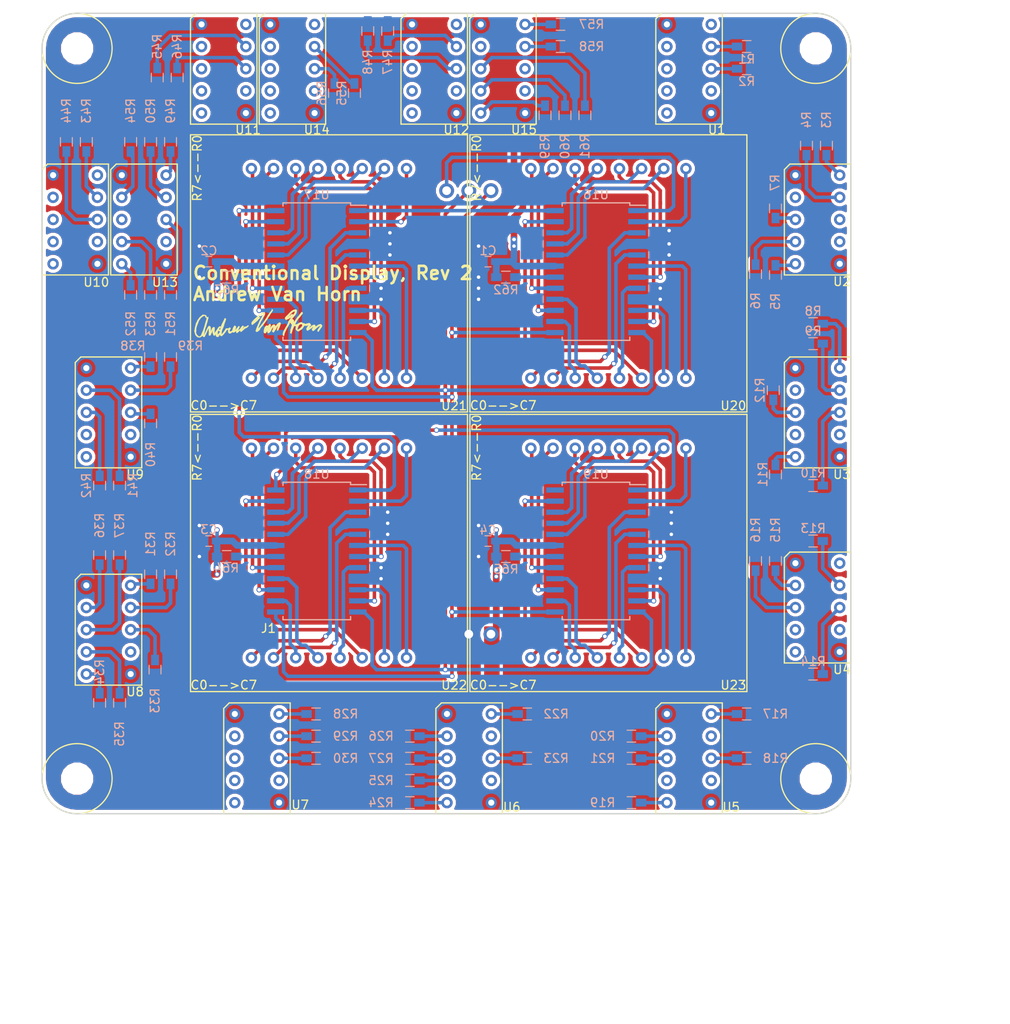
<source format=kicad_pcb>
(kicad_pcb (version 20171130) (host pcbnew "(5.0.2)-1")
  (layers (0 F.Cu signal) (31 B.Cu signal) (34 B.Paste user) (35 F.Paste user) (36 B.SilkS user) (37 F.SilkS user) (38 B.Mask user) (39 F.Mask user) (44 Edge.Cuts user))
  (net 0 "")
  (net 1 +5V)
  (net 2 GND)
  (net 3 Din)
  (net 4 Load)
  (net 5 Clk)
  (net 6 "Net-(R1-Pad1)")
  (net 7 "Net-(R2-Pad1)")
  (net 8 "Net-(R3-Pad1)")
  (net 9 "Net-(R4-Pad1)")
  (net 10 "Net-(R5-Pad1)")
  (net 11 "Net-(R6-Pad1)")
  (net 12 "Net-(R7-Pad1)")
  (net 13 "Net-(R8-Pad1)")
  (net 14 "Net-(R9-Pad1)")
  (net 15 "Net-(R10-Pad1)")
  (net 16 "Net-(R11-Pad1)")
  (net 17 "Net-(R12-Pad1)")
  (net 18 "Net-(R13-Pad1)")
  (net 19 "Net-(R14-Pad1)")
  (net 20 "Net-(R15-Pad1)")
  (net 21 "Net-(R16-Pad1)")
  (net 22 "Net-(R17-Pad1)")
  (net 23 "Net-(R18-Pad1)")
  (net 24 "Net-(R19-Pad1)")
  (net 25 "Net-(R20-Pad1)")
  (net 26 "Net-(R21-Pad1)")
  (net 27 "Net-(R22-Pad1)")
  (net 28 "Net-(R23-Pad1)")
  (net 29 "Net-(R24-Pad1)")
  (net 30 "Net-(R25-Pad1)")
  (net 31 "Net-(R26-Pad1)")
  (net 32 "Net-(R27-Pad1)")
  (net 33 "Net-(R28-Pad1)")
  (net 34 "Net-(R29-Pad1)")
  (net 35 "Net-(R30-Pad1)")
  (net 36 "Net-(R31-Pad1)")
  (net 37 "Net-(R32-Pad1)")
  (net 38 "Net-(R33-Pad1)")
  (net 39 "Net-(R34-Pad1)")
  (net 40 "Net-(R35-Pad1)")
  (net 41 "Net-(R36-Pad1)")
  (net 42 "Net-(R37-Pad1)")
  (net 43 "Net-(R38-Pad1)")
  (net 44 "Net-(R39-Pad1)")
  (net 45 "Net-(R40-Pad1)")
  (net 46 "Net-(R41-Pad1)")
  (net 47 "Net-(R42-Pad1)")
  (net 48 "Net-(R43-Pad1)")
  (net 49 "Net-(R44-Pad1)")
  (net 50 "Net-(R45-Pad1)")
  (net 51 "Net-(R46-Pad1)")
  (net 52 "Net-(R47-Pad1)")
  (net 53 "Net-(R48-Pad1)")
  (net 54 "Net-(R49-Pad1)")
  (net 55 "Net-(R50-Pad1)")
  (net 56 "Net-(R51-Pad1)")
  (net 57 "Net-(R52-Pad1)")
  (net 58 "Net-(R53-Pad1)")
  (net 59 "Net-(R54-Pad1)")
  (net 60 "Net-(R55-Pad1)")
  (net 61 "Net-(R56-Pad1)")
  (net 62 "Net-(R57-Pad1)")
  (net 63 "Net-(R58-Pad1)")
  (net 64 "Net-(R59-Pad1)")
  (net 65 "Net-(R60-Pad1)")
  (net 66 "Net-(R61-Pad1)")
  (net 67 "Net-(R62-Pad2)")
  (net 68 "Net-(R63-Pad2)")
  (net 69 "Net-(R64-Pad2)")
  (net 70 "Net-(R65-Pad2)")
  (net 71 "Net-(U16-Pad2)")
  (net 72 "Net-(U16-Pad3)")
  (net 73 "Net-(U16-Pad5)")
  (net 74 "Net-(U16-Pad6)")
  (net 75 "Net-(U16-Pad7)")
  (net 76 "Net-(U16-Pad8)")
  (net 77 "Net-(U16-Pad10)")
  (net 78 "Net-(U16-Pad11)")
  (net 79 "Net-(U16-Pad14)")
  (net 80 "Net-(U16-Pad15)")
  (net 81 "Net-(U16-Pad16)")
  (net 82 "Net-(U16-Pad17)")
  (net 83 "Net-(U16-Pad20)")
  (net 84 "Net-(U16-Pad21)")
  (net 85 "Net-(U16-Pad22)")
  (net 86 "Net-(U16-Pad23)")
  (net 87 "Net-(U16-Pad24)")
  (net 88 "Net-(U17-Pad2)")
  (net 89 "Net-(U17-Pad3)")
  (net 90 "Net-(U17-Pad5)")
  (net 91 "Net-(U17-Pad6)")
  (net 92 "Net-(U17-Pad7)")
  (net 93 "Net-(U17-Pad8)")
  (net 94 "Net-(U17-Pad10)")
  (net 95 "Net-(U17-Pad11)")
  (net 96 "Net-(U17-Pad14)")
  (net 97 "Net-(U17-Pad15)")
  (net 98 "Net-(U17-Pad16)")
  (net 99 "Net-(U17-Pad17)")
  (net 100 "Net-(U17-Pad20)")
  (net 101 "Net-(U17-Pad21)")
  (net 102 "Net-(U17-Pad22)")
  (net 103 "Net-(U17-Pad23)")
  (net 104 "Net-(U17-Pad24)")
  (net 105 "Net-(U18-Pad2)")
  (net 106 "Net-(U18-Pad3)")
  (net 107 "Net-(U18-Pad5)")
  (net 108 "Net-(U18-Pad6)")
  (net 109 "Net-(U18-Pad7)")
  (net 110 "Net-(U18-Pad8)")
  (net 111 "Net-(U18-Pad10)")
  (net 112 "Net-(U18-Pad11)")
  (net 113 "Net-(U18-Pad14)")
  (net 114 "Net-(U18-Pad15)")
  (net 115 "Net-(U18-Pad16)")
  (net 116 "Net-(U18-Pad17)")
  (net 117 "Net-(U18-Pad20)")
  (net 118 "Net-(U18-Pad21)")
  (net 119 "Net-(U18-Pad22)")
  (net 120 "Net-(U18-Pad23)")
  (net 121 "Net-(U18-Pad24)")
  (net 122 "Net-(U19-Pad2)")
  (net 123 "Net-(U19-Pad3)")
  (net 124 "Net-(U19-Pad5)")
  (net 125 "Net-(U19-Pad6)")
  (net 126 "Net-(U19-Pad7)")
  (net 127 "Net-(U19-Pad8)")
  (net 128 "Net-(U19-Pad10)")
  (net 129 "Net-(U19-Pad11)")
  (net 130 "Net-(U19-Pad14)")
  (net 131 "Net-(U19-Pad15)")
  (net 132 "Net-(U19-Pad16)")
  (net 133 "Net-(U19-Pad17)")
  (net 134 "Net-(U19-Pad20)")
  (net 135 "Net-(U19-Pad21)")
  (net 136 "Net-(U19-Pad22)")
  (net 137 "Net-(U19-Pad23)")
  (net 138 "Net-(U1-Pad2)")
  (net 139 "Net-(U1-Pad3)")
  (net 140 "Net-(U1-Pad4)")
  (net 141 "Net-(U1-Pad5)")
  (net 142 "Net-(U1-Pad10)")
  (net 143 "Net-(U1-Pad7)")
  (net 144 "Net-(U2-Pad2)")
  (net 145 "Net-(U2-Pad8)")
  (net 146 "Net-(U2-Pad7)")
  (net 147 "Net-(U3-Pad2)")
  (net 148 "Net-(U3-Pad4)")
  (net 149 "Net-(U3-Pad7)")
  (net 150 "Net-(U4-Pad4)")
  (net 151 "Net-(U4-Pad5)")
  (net 152 "Net-(U4-Pad10)")
  (net 153 "Net-(U4-Pad7)")
  (net 154 "Net-(U5-Pad4)")
  (net 155 "Net-(U5-Pad9)")
  (net 156 "Net-(U5-Pad7)")
  (net 157 "Net-(U6-Pad9)")
  (net 158 "Net-(U6-Pad7)")
  (net 159 "Net-(U7-Pad2)")
  (net 160 "Net-(U7-Pad3)")
  (net 161 "Net-(U7-Pad4)")
  (net 162 "Net-(U7-Pad5)")
  (net 163 "Net-(U7-Pad7)")
  (net 164 "Net-(U8-Pad7)")
  (net 165 "Net-(U9-Pad4)")
  (net 166 "Net-(U9-Pad5)")
  (net 167 "Net-(U9-Pad7)")
  (net 168 "Net-(U10-Pad2)")
  (net 169 "Net-(U10-Pad3)")
  (net 170 "Net-(U10-Pad4)")
  (net 171 "Net-(U10-Pad5)")
  (net 172 "Net-(U10-Pad10)")
  (net 173 "Net-(U10-Pad7)")
  (net 174 "Net-(U11-Pad2)")
  (net 175 "Net-(U11-Pad3)")
  (net 176 "Net-(U11-Pad4)")
  (net 177 "Net-(U11-Pad5)")
  (net 178 "Net-(U11-Pad10)")
  (net 179 "Net-(U11-Pad7)")
  (net 180 "Net-(U12-Pad2)")
  (net 181 "Net-(U12-Pad3)")
  (net 182 "Net-(U12-Pad4)")
  (net 183 "Net-(U12-Pad5)")
  (net 184 "Net-(U12-Pad10)")
  (net 185 "Net-(U12-Pad7)")
  (net 186 "Net-(U13-Pad3)")
  (net 187 "Net-(U13-Pad7)")
  (net 188 "Net-(U14-Pad2)")
  (net 189 "Net-(U14-Pad3)")
  (net 190 "Net-(U14-Pad4)")
  (net 191 "Net-(U14-Pad5)")
  (net 192 "Net-(U14-Pad10)")
  (net 193 "Net-(U14-Pad7)")
  (net 194 "Net-(U15-Pad2)")
  (net 195 "Net-(U15-Pad8)")
  (net 196 "Net-(U15-Pad7)")
  (net 197 "Net-(U19-Pad24)")
  (module Project_Library:1088A5_8x8matrix (layer F.Cu) (at 77.480585 55.079709)
    (fp_text reference U21 (at 30.215415 31.026291 180) (layer F.SilkS))
    (fp_text value 1088A5_8x8_LED_Matrix)
    (fp_text user R7<--R0 (at 0.762 3.81 90) (layer F.SilkS))
    (fp_text user C0-->C7 (at 3.81 30.988 180) (layer F.SilkS))
    (pad 8 thru_hole circle (at 6.974415 3.860991 180) (size 1.3 1.3) (drill 0.7) (layers *.Cu *.Mask) (net 99 "Net-(U17-Pad17)"))
    (pad 7 thru_hole circle (at 9.514415 3.860991 180) (size 1.3 1.3) (drill 0.7) (layers *.Cu *.Mask) (net 97 "Net-(U17-Pad15)"))
    (pad 6 thru_hole circle (at 12.054415 3.860991 180) (size 1.3 1.3) (drill 0.7) (layers *.Cu *.Mask) (net 95 "Net-(U17-Pad11)"))
    (pad 5 thru_hole circle (at 14.594415 3.860991 180) (size 1.3 1.3) (drill 0.7) (layers *.Cu *.Mask) (net 102 "Net-(U17-Pad22)"))
    (pad 4 thru_hole circle (at 17.134415 3.860991 180) (size 1.3 1.3) (drill 0.7) (layers *.Cu *.Mask) (net 92 "Net-(U17-Pad7)"))
    (pad 3 thru_hole circle (at 19.674415 3.860991 180) (size 1.3 1.3) (drill 0.7) (layers *.Cu *.Mask) (net 101 "Net-(U17-Pad21)"))
    (pad 2 thru_hole circle (at 22.214415 3.860991 180) (size 1.3 1.3) (drill 0.7) (layers *.Cu *.Mask) (net 100 "Net-(U17-Pad20)"))
    (pad 1 thru_hole circle (at 24.754415 3.860991 180) (size 1.3 1.3) (drill 0.7) (layers *.Cu *.Mask) (net 88 "Net-(U17-Pad2)"))
    (pad 9 thru_hole circle (at 6.974415 27.863991 180) (size 1.3 1.3) (drill 0.7) (layers *.Cu *.Mask) (net 89 "Net-(U17-Pad3)"))
    (pad 10 thru_hole circle (at 9.514415 27.863991 180) (size 1.3 1.3) (drill 0.7) (layers *.Cu *.Mask) (net 90 "Net-(U17-Pad5)"))
    (pad 11 thru_hole circle (at 12.054415 27.863991 180) (size 1.3 1.3) (drill 0.7) (layers *.Cu *.Mask) (net 96 "Net-(U17-Pad14)"))
    (pad 12 thru_hole circle (at 14.594415 27.863991 180) (size 1.3 1.3) (drill 0.7) (layers *.Cu *.Mask) (net 98 "Net-(U17-Pad16)"))
    (pad 13 thru_hole circle (at 17.134415 27.863991 180) (size 1.3 1.3) (drill 0.7) (layers *.Cu *.Mask) (net 93 "Net-(U17-Pad8)"))
    (pad 14 thru_hole circle (at 19.674415 27.863991 180) (size 1.3 1.3) (drill 0.7) (layers *.Cu *.Mask) (net 103 "Net-(U17-Pad23)"))
    (pad 15 thru_hole circle (at 22.214415 27.863991 180) (size 1.3 1.3) (drill 0.7) (layers *.Cu *.Mask) (net 94 "Net-(U17-Pad10)"))
    (pad 16 thru_hole circle (at 24.754415 27.863991 180) (size 1.3 1.3) (drill 0.7) (layers *.Cu *.Mask) (net 91 "Net-(U17-Pad6)"))
  )
  (module Project_Library:1088A5_8x8matrix (layer F.Cu) (at 109.5121 87.1093)
    (fp_text reference U23 (at 30.1879 31.0007 180) (layer F.SilkS))
    (fp_text value 1088A5_8x8_LED_Matrix)
    (fp_text user R7<--R0 (at 0.762 3.81 90) (layer F.SilkS))
    (fp_text user C0-->C7 (at 3.81 30.988 180) (layer F.SilkS))
    (pad 8 thru_hole circle (at 6.974415 3.860991 180) (size 1.3 1.3) (drill 0.7) (layers *.Cu *.Mask) (net 133 "Net-(U19-Pad17)"))
    (pad 7 thru_hole circle (at 9.514415 3.860991 180) (size 1.3 1.3) (drill 0.7) (layers *.Cu *.Mask) (net 131 "Net-(U19-Pad15)"))
    (pad 6 thru_hole circle (at 12.054415 3.860991 180) (size 1.3 1.3) (drill 0.7) (layers *.Cu *.Mask) (net 129 "Net-(U19-Pad11)"))
    (pad 5 thru_hole circle (at 14.594415 3.860991 180) (size 1.3 1.3) (drill 0.7) (layers *.Cu *.Mask) (net 136 "Net-(U19-Pad22)"))
    (pad 4 thru_hole circle (at 17.134415 3.860991 180) (size 1.3 1.3) (drill 0.7) (layers *.Cu *.Mask) (net 126 "Net-(U19-Pad7)"))
    (pad 3 thru_hole circle (at 19.674415 3.860991 180) (size 1.3 1.3) (drill 0.7) (layers *.Cu *.Mask) (net 135 "Net-(U19-Pad21)"))
    (pad 2 thru_hole circle (at 22.214415 3.860991 180) (size 1.3 1.3) (drill 0.7) (layers *.Cu *.Mask) (net 134 "Net-(U19-Pad20)"))
    (pad 1 thru_hole circle (at 24.754415 3.860991 180) (size 1.3 1.3) (drill 0.7) (layers *.Cu *.Mask) (net 122 "Net-(U19-Pad2)"))
    (pad 9 thru_hole circle (at 6.974415 27.863991 180) (size 1.3 1.3) (drill 0.7) (layers *.Cu *.Mask) (net 123 "Net-(U19-Pad3)"))
    (pad 10 thru_hole circle (at 9.514415 27.863991 180) (size 1.3 1.3) (drill 0.7) (layers *.Cu *.Mask) (net 124 "Net-(U19-Pad5)"))
    (pad 11 thru_hole circle (at 12.054415 27.863991 180) (size 1.3 1.3) (drill 0.7) (layers *.Cu *.Mask) (net 130 "Net-(U19-Pad14)"))
    (pad 12 thru_hole circle (at 14.594415 27.863991 180) (size 1.3 1.3) (drill 0.7) (layers *.Cu *.Mask) (net 132 "Net-(U19-Pad16)"))
    (pad 13 thru_hole circle (at 17.134415 27.863991 180) (size 1.3 1.3) (drill 0.7) (layers *.Cu *.Mask) (net 127 "Net-(U19-Pad8)"))
    (pad 14 thru_hole circle (at 19.674415 27.863991 180) (size 1.3 1.3) (drill 0.7) (layers *.Cu *.Mask) (net 137 "Net-(U19-Pad23)"))
    (pad 15 thru_hole circle (at 22.214415 27.863991 180) (size 1.3 1.3) (drill 0.7) (layers *.Cu *.Mask) (net 128 "Net-(U19-Pad10)"))
    (pad 16 thru_hole circle (at 24.754415 27.863991 180) (size 1.3 1.3) (drill 0.7) (layers *.Cu *.Mask) (net 125 "Net-(U19-Pad6)"))
  )
  (module Project_Library:1088A5_8x8matrix (layer F.Cu) (at 109.509985 55.079709)
    (fp_text reference U20 (at 30.190015 31.026291 180) (layer F.SilkS))
    (fp_text value 1088A5_8x8_LED_Matrix)
    (fp_text user R7<--R0 (at 0.762 3.81 90) (layer F.SilkS))
    (fp_text user C0-->C7 (at 3.81 30.988 180) (layer F.SilkS))
    (pad 8 thru_hole circle (at 6.974415 3.860991 180) (size 1.3 1.3) (drill 0.7) (layers *.Cu *.Mask) (net 82 "Net-(U16-Pad17)"))
    (pad 7 thru_hole circle (at 9.514415 3.860991 180) (size 1.3 1.3) (drill 0.7) (layers *.Cu *.Mask) (net 80 "Net-(U16-Pad15)"))
    (pad 6 thru_hole circle (at 12.054415 3.860991 180) (size 1.3 1.3) (drill 0.7) (layers *.Cu *.Mask) (net 78 "Net-(U16-Pad11)"))
    (pad 5 thru_hole circle (at 14.594415 3.860991 180) (size 1.3 1.3) (drill 0.7) (layers *.Cu *.Mask) (net 85 "Net-(U16-Pad22)"))
    (pad 4 thru_hole circle (at 17.134415 3.860991 180) (size 1.3 1.3) (drill 0.7) (layers *.Cu *.Mask) (net 75 "Net-(U16-Pad7)"))
    (pad 3 thru_hole circle (at 19.674415 3.860991 180) (size 1.3 1.3) (drill 0.7) (layers *.Cu *.Mask) (net 84 "Net-(U16-Pad21)"))
    (pad 2 thru_hole circle (at 22.214415 3.860991 180) (size 1.3 1.3) (drill 0.7) (layers *.Cu *.Mask) (net 83 "Net-(U16-Pad20)"))
    (pad 1 thru_hole circle (at 24.754415 3.860991 180) (size 1.3 1.3) (drill 0.7) (layers *.Cu *.Mask) (net 71 "Net-(U16-Pad2)"))
    (pad 9 thru_hole circle (at 6.974415 27.863991 180) (size 1.3 1.3) (drill 0.7) (layers *.Cu *.Mask) (net 72 "Net-(U16-Pad3)"))
    (pad 10 thru_hole circle (at 9.514415 27.863991 180) (size 1.3 1.3) (drill 0.7) (layers *.Cu *.Mask) (net 73 "Net-(U16-Pad5)"))
    (pad 11 thru_hole circle (at 12.054415 27.863991 180) (size 1.3 1.3) (drill 0.7) (layers *.Cu *.Mask) (net 79 "Net-(U16-Pad14)"))
    (pad 12 thru_hole circle (at 14.594415 27.863991 180) (size 1.3 1.3) (drill 0.7) (layers *.Cu *.Mask) (net 81 "Net-(U16-Pad16)"))
    (pad 13 thru_hole circle (at 17.134415 27.863991 180) (size 1.3 1.3) (drill 0.7) (layers *.Cu *.Mask) (net 76 "Net-(U16-Pad8)"))
    (pad 14 thru_hole circle (at 19.674415 27.863991 180) (size 1.3 1.3) (drill 0.7) (layers *.Cu *.Mask) (net 86 "Net-(U16-Pad23)"))
    (pad 15 thru_hole circle (at 22.214415 27.863991 180) (size 1.3 1.3) (drill 0.7) (layers *.Cu *.Mask) (net 77 "Net-(U16-Pad10)"))
    (pad 16 thru_hole circle (at 24.754415 27.863991 180) (size 1.3 1.3) (drill 0.7) (layers *.Cu *.Mask) (net 74 "Net-(U16-Pad6)"))
  )
  (module Project_Library:1088A5_8x8matrix (layer F.Cu) (at 77.480585 87.109109)
    (fp_text reference U22 (at 30.215415 31.000891 180) (layer F.SilkS))
    (fp_text value 1088A5_8x8_LED_Matrix)
    (fp_text user R7<--R0 (at 0.762 3.81 90) (layer F.SilkS))
    (fp_text user C0-->C7 (at 3.81 30.988 180) (layer F.SilkS))
    (pad 8 thru_hole circle (at 6.974415 3.860991 180) (size 1.3 1.3) (drill 0.7) (layers *.Cu *.Mask) (net 116 "Net-(U18-Pad17)"))
    (pad 7 thru_hole circle (at 9.514415 3.860991 180) (size 1.3 1.3) (drill 0.7) (layers *.Cu *.Mask) (net 114 "Net-(U18-Pad15)"))
    (pad 6 thru_hole circle (at 12.054415 3.860991 180) (size 1.3 1.3) (drill 0.7) (layers *.Cu *.Mask) (net 112 "Net-(U18-Pad11)"))
    (pad 5 thru_hole circle (at 14.594415 3.860991 180) (size 1.3 1.3) (drill 0.7) (layers *.Cu *.Mask) (net 119 "Net-(U18-Pad22)"))
    (pad 4 thru_hole circle (at 17.134415 3.860991 180) (size 1.3 1.3) (drill 0.7) (layers *.Cu *.Mask) (net 109 "Net-(U18-Pad7)"))
    (pad 3 thru_hole circle (at 19.674415 3.860991 180) (size 1.3 1.3) (drill 0.7) (layers *.Cu *.Mask) (net 118 "Net-(U18-Pad21)"))
    (pad 2 thru_hole circle (at 22.214415 3.860991 180) (size 1.3 1.3) (drill 0.7) (layers *.Cu *.Mask) (net 117 "Net-(U18-Pad20)"))
    (pad 1 thru_hole circle (at 24.754415 3.860991 180) (size 1.3 1.3) (drill 0.7) (layers *.Cu *.Mask) (net 105 "Net-(U18-Pad2)"))
    (pad 9 thru_hole circle (at 6.974415 27.863991 180) (size 1.3 1.3) (drill 0.7) (layers *.Cu *.Mask) (net 106 "Net-(U18-Pad3)"))
    (pad 10 thru_hole circle (at 9.514415 27.863991 180) (size 1.3 1.3) (drill 0.7) (layers *.Cu *.Mask) (net 107 "Net-(U18-Pad5)"))
    (pad 11 thru_hole circle (at 12.054415 27.863991 180) (size 1.3 1.3) (drill 0.7) (layers *.Cu *.Mask) (net 113 "Net-(U18-Pad14)"))
    (pad 12 thru_hole circle (at 14.594415 27.863991 180) (size 1.3 1.3) (drill 0.7) (layers *.Cu *.Mask) (net 115 "Net-(U18-Pad16)"))
    (pad 13 thru_hole circle (at 17.134415 27.863991 180) (size 1.3 1.3) (drill 0.7) (layers *.Cu *.Mask) (net 110 "Net-(U18-Pad8)"))
    (pad 14 thru_hole circle (at 19.674415 27.863991 180) (size 1.3 1.3) (drill 0.7) (layers *.Cu *.Mask) (net 120 "Net-(U18-Pad23)"))
    (pad 15 thru_hole circle (at 22.214415 27.863991 180) (size 1.3 1.3) (drill 0.7) (layers *.Cu *.Mask) (net 111 "Net-(U18-Pad10)"))
    (pad 16 thru_hole circle (at 24.754415 27.863991 180) (size 1.3 1.3) (drill 0.7) (layers *.Cu *.Mask) (net 108 "Net-(U18-Pad6)"))
  )
  (module MRDT_Drill_Holes:4_40_Hole_Corner (layer F.Cu) (at 145.1356 124.8156 270)
    (fp_text reference REF** hide)
    (fp_text value 4_40_Hole hide)
    (pad "" np_thru_hole circle (at 4.00812 -4.00812 270) (size 2.9464 2.9464) (drill 2.9464) (layers *.Cu *.Mask))
  )
  (module MRDT_Drill_Holes:4_40_Hole_Corner (layer F.Cu) (at 68.4784 124.8156 180)
    (fp_text reference REF** hide)
    (fp_text value 4_40_Hole hide)
    (pad "" np_thru_hole circle (at 4.00812 -4.00812 180) (size 2.9464 2.9464) (drill 2.9464) (layers *.Cu *.Mask))
  )
  (module MRDT_Drill_Holes:4_40_Hole_Corner (layer F.Cu) (at 68.4784 49.1744 90)
    (fp_text reference REF** hide)
    (fp_text value 4_40_Hole hide)
    (pad "" np_thru_hole circle (at 4.00812 -4.00812 90) (size 2.9464 2.9464) (drill 2.9464) (layers *.Cu *.Mask))
  )
  (module Resistors_SMD:R_0603_HandSoldering (layer B.Cu) (at 81.618 71.374)
    (fp_text reference R63 (at 0 1.45) (layer B.SilkS) (effects (justify mirror)))
    (fp_text value 10K)
    (pad 1 smd rect (at -1.1 0) (size 1.2 0.9) (layers B.Cu B.Paste B.Mask) (net 1 +5V))
    (pad 2 smd rect (at 1.1 0) (size 1.2 0.9) (layers B.Cu B.Paste B.Mask) (net 68 "Net-(R63-Pad2)"))
  )
  (module Project_Library:LSH-A101 (layer F.Cu) (at 64.262 118.11)
    (fp_text reference U8 (at 6.858 0.762) (layer F.SilkS))
    (fp_text value 7-Segment_Display_CA)
    (pad 1 thru_hole circle (at 1.27 -11.43) (size 1.3 1.3) (drill 0.7) (layers *.Cu *.Mask) (net 1 +5V))
    (pad 2 thru_hole circle (at 1.27 -8.89) (size 1.3 1.3) (drill 0.7) (layers *.Cu *.Mask) (net 41 "Net-(R36-Pad1)"))
    (pad 3 thru_hole circle (at 1.27 -6.35) (size 1.3 1.3) (drill 0.7) (layers *.Cu *.Mask) (net 42 "Net-(R37-Pad1)"))
    (pad 4 thru_hole circle (at 1.27 -3.81) (size 1.3 1.3) (drill 0.7) (layers *.Cu *.Mask) (net 40 "Net-(R35-Pad1)"))
    (pad 5 thru_hole circle (at 1.27 -1.27) (size 1.3 1.3) (drill 0.7) (layers *.Cu *.Mask) (net 39 "Net-(R34-Pad1)"))
    (pad 10 thru_hole circle (at 6.35 -11.43) (size 1.3 1.3) (drill 0.7) (layers *.Cu *.Mask) (net 36 "Net-(R31-Pad1)"))
    (pad 9 thru_hole circle (at 6.35 -8.89) (size 1.3 1.3) (drill 0.7) (layers *.Cu *.Mask) (net 37 "Net-(R32-Pad1)"))
    (pad 8 thru_hole circle (at 6.35 -6.35) (size 1.3 1.3) (drill 0.7) (layers *.Cu *.Mask) (net 38 "Net-(R33-Pad1)"))
    (pad 7 thru_hole circle (at 6.35 -3.81) (size 1.3 1.3) (drill 0.7) (layers *.Cu *.Mask) (net 164 "Net-(U8-Pad7)"))
    (pad 6 thru_hole circle (at 6.35 -1.27) (size 1.3 1.3) (drill 0.7) (layers *.Cu *.Mask) (net 1 +5V))
  )
  (module Project_Library:LSH-A101 (layer F.Cu) (at 145.542 115.57)
    (fp_text reference U4 (at 6.604 0.762) (layer F.SilkS))
    (fp_text value 7-Segment_Display_CA)
    (pad 1 thru_hole circle (at 1.27 -11.43) (size 1.3 1.3) (drill 0.7) (layers *.Cu *.Mask) (net 1 +5V))
    (pad 2 thru_hole circle (at 1.27 -8.89) (size 1.3 1.3) (drill 0.7) (layers *.Cu *.Mask) (net 20 "Net-(R15-Pad1)"))
    (pad 3 thru_hole circle (at 1.27 -6.35) (size 1.3 1.3) (drill 0.7) (layers *.Cu *.Mask) (net 21 "Net-(R16-Pad1)"))
    (pad 4 thru_hole circle (at 1.27 -3.81) (size 1.3 1.3) (drill 0.7) (layers *.Cu *.Mask) (net 150 "Net-(U4-Pad4)"))
    (pad 5 thru_hole circle (at 1.27 -1.27) (size 1.3 1.3) (drill 0.7) (layers *.Cu *.Mask) (net 151 "Net-(U4-Pad5)"))
    (pad 10 thru_hole circle (at 6.35 -11.43) (size 1.3 1.3) (drill 0.7) (layers *.Cu *.Mask) (net 152 "Net-(U4-Pad10)"))
    (pad 9 thru_hole circle (at 6.35 -8.89) (size 1.3 1.3) (drill 0.7) (layers *.Cu *.Mask) (net 18 "Net-(R13-Pad1)"))
    (pad 8 thru_hole circle (at 6.35 -6.35) (size 1.3 1.3) (drill 0.7) (layers *.Cu *.Mask) (net 19 "Net-(R14-Pad1)"))
    (pad 7 thru_hole circle (at 6.35 -3.81) (size 1.3 1.3) (drill 0.7) (layers *.Cu *.Mask) (net 153 "Net-(U4-Pad7)"))
    (pad 6 thru_hole circle (at 6.35 -1.27) (size 1.3 1.3) (drill 0.7) (layers *.Cu *.Mask) (net 1 +5V))
  )
  (module Housings_SOIC:SOIC-24W_7.5x15.4mm_Pitch1.27mm (layer B.Cu) (at 123.952 70.739 180)
    (fp_text reference U16 (at 0 8.8 180) (layer B.SilkS) (effects (justify mirror)))
    (fp_text value MAX_7219)
    (pad 1 smd rect (at -4.7 6.985 180) (size 2 0.6) (layers B.Cu B.Paste B.Mask) (net 3 Din))
    (pad 2 smd rect (at -4.7 5.715 180) (size 2 0.6) (layers B.Cu B.Paste B.Mask) (net 71 "Net-(U16-Pad2)"))
    (pad 3 smd rect (at -4.7 4.445 180) (size 2 0.6) (layers B.Cu B.Paste B.Mask) (net 72 "Net-(U16-Pad3)"))
    (pad 4 smd rect (at -4.7 3.175 180) (size 2 0.6) (layers B.Cu B.Paste B.Mask) (net 2 GND))
    (pad 5 smd rect (at -4.7 1.905 180) (size 2 0.6) (layers B.Cu B.Paste B.Mask) (net 73 "Net-(U16-Pad5)"))
    (pad 6 smd rect (at -4.7 0.635 180) (size 2 0.6) (layers B.Cu B.Paste B.Mask) (net 74 "Net-(U16-Pad6)"))
    (pad 7 smd rect (at -4.7 -0.635 180) (size 2 0.6) (layers B.Cu B.Paste B.Mask) (net 75 "Net-(U16-Pad7)"))
    (pad 8 smd rect (at -4.7 -1.905 180) (size 2 0.6) (layers B.Cu B.Paste B.Mask) (net 76 "Net-(U16-Pad8)"))
    (pad 9 smd rect (at -4.7 -3.175 180) (size 2 0.6) (layers B.Cu B.Paste B.Mask) (net 2 GND))
    (pad 10 smd rect (at -4.7 -4.445 180) (size 2 0.6) (layers B.Cu B.Paste B.Mask) (net 77 "Net-(U16-Pad10)"))
    (pad 11 smd rect (at -4.7 -5.715 180) (size 2 0.6) (layers B.Cu B.Paste B.Mask) (net 78 "Net-(U16-Pad11)"))
    (pad 12 smd rect (at -4.7 -6.985 180) (size 2 0.6) (layers B.Cu B.Paste B.Mask) (net 4 Load))
    (pad 13 smd rect (at 4.7 -6.985 180) (size 2 0.6) (layers B.Cu B.Paste B.Mask) (net 5 Clk))
    (pad 14 smd rect (at 4.7 -5.715 180) (size 2 0.6) (layers B.Cu B.Paste B.Mask) (net 79 "Net-(U16-Pad14)"))
    (pad 15 smd rect (at 4.7 -4.445 180) (size 2 0.6) (layers B.Cu B.Paste B.Mask) (net 80 "Net-(U16-Pad15)"))
    (pad 16 smd rect (at 4.7 -3.175 180) (size 2 0.6) (layers B.Cu B.Paste B.Mask) (net 81 "Net-(U16-Pad16)"))
    (pad 17 smd rect (at 4.7 -1.905 180) (size 2 0.6) (layers B.Cu B.Paste B.Mask) (net 82 "Net-(U16-Pad17)"))
    (pad 18 smd rect (at 4.7 -0.635 180) (size 2 0.6) (layers B.Cu B.Paste B.Mask) (net 67 "Net-(R62-Pad2)"))
    (pad 19 smd rect (at 4.7 0.635 180) (size 2 0.6) (layers B.Cu B.Paste B.Mask) (net 1 +5V))
    (pad 20 smd rect (at 4.7 1.905 180) (size 2 0.6) (layers B.Cu B.Paste B.Mask) (net 83 "Net-(U16-Pad20)"))
    (pad 21 smd rect (at 4.7 3.175 180) (size 2 0.6) (layers B.Cu B.Paste B.Mask) (net 84 "Net-(U16-Pad21)"))
    (pad 22 smd rect (at 4.7 4.445 180) (size 2 0.6) (layers B.Cu B.Paste B.Mask) (net 85 "Net-(U16-Pad22)"))
    (pad 23 smd rect (at 4.7 5.715 180) (size 2 0.6) (layers B.Cu B.Paste B.Mask) (net 86 "Net-(U16-Pad23)"))
    (pad 24 smd rect (at 4.7 6.985 180) (size 2 0.6) (layers B.Cu B.Paste B.Mask) (net 87 "Net-(U16-Pad24)"))
  )
  (module Capacitors_SMD:C_0603_HandSoldering (layer B.Cu) (at 111.572 69.596 180)
    (fp_text reference C1 (at 0 1.25 180) (layer B.SilkS) (effects (justify mirror)))
    (fp_text value 10uF)
    (pad 1 smd rect (at -0.95 0 180) (size 1.2 0.75) (layers B.Cu B.Paste B.Mask) (net 1 +5V))
    (pad 2 smd rect (at 0.95 0 180) (size 1.2 0.75) (layers B.Cu B.Paste B.Mask) (net 2 GND))
  )
  (module Capacitors_SMD:C_0603_HandSoldering (layer B.Cu) (at 79.568 69.596 180)
    (fp_text reference C2 (at 0 1.25 180) (layer B.SilkS) (effects (justify mirror)))
    (fp_text value 10uF)
    (pad 1 smd rect (at -0.95 0 180) (size 1.2 0.75) (layers B.Cu B.Paste B.Mask) (net 1 +5V))
    (pad 2 smd rect (at 0.95 0 180) (size 1.2 0.75) (layers B.Cu B.Paste B.Mask) (net 2 GND))
  )
  (module Capacitors_SMD:C_0603_HandSoldering (layer B.Cu) (at 79.568 101.6 180)
    (fp_text reference C3 (at 0 1.3208 180) (layer B.SilkS) (effects (justify mirror)))
    (fp_text value 10uF)
    (pad 1 smd rect (at -0.95 0 180) (size 1.2 0.75) (layers B.Cu B.Paste B.Mask) (net 1 +5V))
    (pad 2 smd rect (at 0.95 0 180) (size 1.2 0.75) (layers B.Cu B.Paste B.Mask) (net 2 GND))
  )
  (module Capacitors_SMD:C_0603_HandSoldering (layer B.Cu) (at 111.572 101.6 180)
    (fp_text reference C4 (at 0 1.25 180) (layer B.SilkS) (effects (justify mirror)))
    (fp_text value 10uF)
    (pad 1 smd rect (at -0.95 0 180) (size 1.2 0.75) (layers B.Cu B.Paste B.Mask) (net 1 +5V))
    (pad 2 smd rect (at 0.95 0 180) (size 1.2 0.75) (layers B.Cu B.Paste B.Mask) (net 2 GND))
  )
  (module Resistors_SMD:R_0603_HandSoldering (layer B.Cu) (at 141.224 44.958)
    (fp_text reference R1 (at 0 1.45) (layer B.SilkS) (effects (justify mirror)))
    (fp_text value 500)
    (pad 1 smd rect (at -1.1 0) (size 1.2 0.9) (layers B.Cu B.Paste B.Mask) (net 6 "Net-(R1-Pad1)"))
    (pad 2 smd rect (at 1.1 0) (size 1.2 0.9) (layers B.Cu B.Paste B.Mask) (net 2 GND))
  )
  (module Resistors_SMD:R_0603_HandSoldering (layer B.Cu) (at 141.224 47.498)
    (fp_text reference R2 (at 0 1.45) (layer B.SilkS) (effects (justify mirror)))
    (fp_text value 500)
    (pad 1 smd rect (at -1.1 0) (size 1.2 0.9) (layers B.Cu B.Paste B.Mask) (net 7 "Net-(R2-Pad1)"))
    (pad 2 smd rect (at 1.1 0) (size 1.2 0.9) (layers B.Cu B.Paste B.Mask) (net 2 GND))
  )
  (module Resistors_SMD:R_0603_HandSoldering (layer B.Cu) (at 150.368 56.304 90)
    (fp_text reference R3 (at 2.9464 0 90) (layer B.SilkS) (effects (justify mirror)))
    (fp_text value 500)
    (pad 1 smd rect (at -1.1 0 90) (size 1.2 0.9) (layers B.Cu B.Paste B.Mask) (net 8 "Net-(R3-Pad1)"))
    (pad 2 smd rect (at 1.1 0 90) (size 1.2 0.9) (layers B.Cu B.Paste B.Mask) (net 2 GND))
  )
  (module Resistors_SMD:R_0603_HandSoldering (layer B.Cu) (at 148.082 56.304 90)
    (fp_text reference R4 (at 2.9464 0 90) (layer B.SilkS) (effects (justify mirror)))
    (fp_text value 500)
    (pad 1 smd rect (at -1.1 0 90) (size 1.2 0.9) (layers B.Cu B.Paste B.Mask) (net 9 "Net-(R4-Pad1)"))
    (pad 2 smd rect (at 1.1 0 90) (size 1.2 0.9) (layers B.Cu B.Paste B.Mask) (net 2 GND))
  )
  (module Resistors_SMD:R_0603_HandSoldering (layer B.Cu) (at 144.526 71.12 270)
    (fp_text reference R5 (at 3.048 0 270) (layer B.SilkS) (effects (justify mirror)))
    (fp_text value 500)
    (pad 1 smd rect (at -1.1 0 270) (size 1.2 0.9) (layers B.Cu B.Paste B.Mask) (net 10 "Net-(R5-Pad1)"))
    (pad 2 smd rect (at 1.1 0 270) (size 1.2 0.9) (layers B.Cu B.Paste B.Mask) (net 2 GND))
  )
  (module Resistors_SMD:R_0603_HandSoldering (layer B.Cu) (at 142.24 71.036 270)
    (fp_text reference R6 (at 3.048 0 270) (layer B.SilkS) (effects (justify mirror)))
    (fp_text value 500)
    (pad 1 smd rect (at -1.1 0 270) (size 1.2 0.9) (layers B.Cu B.Paste B.Mask) (net 11 "Net-(R6-Pad1)"))
    (pad 2 smd rect (at 1.1 0 270) (size 1.2 0.9) (layers B.Cu B.Paste B.Mask) (net 2 GND))
  )
  (module Resistors_SMD:R_0603_HandSoldering (layer B.Cu) (at 144.526 63.5 90)
    (fp_text reference R7 (at 2.9464 -0.0508 90) (layer B.SilkS) (effects (justify mirror)))
    (fp_text value 500)
    (pad 1 smd rect (at -1.1 0 90) (size 1.2 0.9) (layers B.Cu B.Paste B.Mask) (net 12 "Net-(R7-Pad1)"))
    (pad 2 smd rect (at 1.1 0 90) (size 1.2 0.9) (layers B.Cu B.Paste B.Mask) (net 2 GND))
  )
  (module Resistors_SMD:R_0603_HandSoldering (layer B.Cu) (at 148.844 76.708 180)
    (fp_text reference R8 (at 0 1.45 180) (layer B.SilkS) (effects (justify mirror)))
    (fp_text value 500)
    (pad 1 smd rect (at -1.1 0 180) (size 1.2 0.9) (layers B.Cu B.Paste B.Mask) (net 13 "Net-(R8-Pad1)"))
    (pad 2 smd rect (at 1.1 0 180) (size 1.2 0.9) (layers B.Cu B.Paste B.Mask) (net 2 GND))
  )
  (module Resistors_SMD:R_0603_HandSoldering (layer B.Cu) (at 148.844 78.994 180)
    (fp_text reference R9 (at 0 1.45 180) (layer B.SilkS) (effects (justify mirror)))
    (fp_text value 500)
    (pad 1 smd rect (at -1.1 0 180) (size 1.2 0.9) (layers B.Cu B.Paste B.Mask) (net 14 "Net-(R9-Pad1)"))
    (pad 2 smd rect (at 1.1 0 180) (size 1.2 0.9) (layers B.Cu B.Paste B.Mask) (net 2 GND))
  )
  (module Resistors_SMD:R_0603_HandSoldering (layer B.Cu) (at 148.844 95.25 180)
    (fp_text reference R10 (at 0 1.45 180) (layer B.SilkS) (effects (justify mirror)))
    (fp_text value 500)
    (pad 1 smd rect (at -1.1 0 180) (size 1.2 0.9) (layers B.Cu B.Paste B.Mask) (net 15 "Net-(R10-Pad1)"))
    (pad 2 smd rect (at 1.1 0 180) (size 1.2 0.9) (layers B.Cu B.Paste B.Mask) (net 2 GND))
  )
  (module Resistors_SMD:R_0603_HandSoldering (layer B.Cu) (at 144.526 93.98 270)
    (fp_text reference R11 (at 0 1.45 270) (layer B.SilkS) (effects (justify mirror)))
    (fp_text value 500)
    (pad 1 smd rect (at -1.1 0 270) (size 1.2 0.9) (layers B.Cu B.Paste B.Mask) (net 16 "Net-(R11-Pad1)"))
    (pad 2 smd rect (at 1.1 0 270) (size 1.2 0.9) (layers B.Cu B.Paste B.Mask) (net 2 GND))
  )
  (module Resistors_SMD:R_0603_HandSoldering (layer B.Cu) (at 144.272 84.328 90)
    (fp_text reference R12 (at 0 -1.524 90) (layer B.SilkS) (effects (justify mirror)))
    (fp_text value 500)
    (pad 1 smd rect (at -1.1 0 90) (size 1.2 0.9) (layers B.Cu B.Paste B.Mask) (net 17 "Net-(R12-Pad1)"))
    (pad 2 smd rect (at 1.1 0 90) (size 1.2 0.9) (layers B.Cu B.Paste B.Mask) (net 2 GND))
  )
  (module Resistors_SMD:R_0603_HandSoldering (layer B.Cu) (at 148.844 101.6 180)
    (fp_text reference R13 (at 0 1.45 180) (layer B.SilkS) (effects (justify mirror)))
    (fp_text value 500)
    (pad 1 smd rect (at -1.1 0 180) (size 1.2 0.9) (layers B.Cu B.Paste B.Mask) (net 18 "Net-(R13-Pad1)"))
    (pad 2 smd rect (at 1.1 0 180) (size 1.2 0.9) (layers B.Cu B.Paste B.Mask) (net 2 GND))
  )
  (module Resistors_SMD:R_0603_HandSoldering (layer B.Cu) (at 148.844 116.84 180)
    (fp_text reference R14 (at 0 1.45 180) (layer B.SilkS) (effects (justify mirror)))
    (fp_text value 500)
    (pad 1 smd rect (at -1.1 0 180) (size 1.2 0.9) (layers B.Cu B.Paste B.Mask) (net 19 "Net-(R14-Pad1)"))
    (pad 2 smd rect (at 1.1 0 180) (size 1.2 0.9) (layers B.Cu B.Paste B.Mask) (net 2 GND))
  )
  (module Resistors_SMD:R_0603_HandSoldering (layer B.Cu) (at 144.526 103.886 90)
    (fp_text reference R15 (at 3.556 0 90) (layer B.SilkS) (effects (justify mirror)))
    (fp_text value 500)
    (pad 1 smd rect (at -1.1 0 90) (size 1.2 0.9) (layers B.Cu B.Paste B.Mask) (net 20 "Net-(R15-Pad1)"))
    (pad 2 smd rect (at 1.1 0 90) (size 1.2 0.9) (layers B.Cu B.Paste B.Mask) (net 2 GND))
  )
  (module Resistors_SMD:R_0603_HandSoldering (layer B.Cu) (at 142.24 103.886 90)
    (fp_text reference R16 (at 3.556 0 90) (layer B.SilkS) (effects (justify mirror)))
    (fp_text value 500)
    (pad 1 smd rect (at -1.1 0 90) (size 1.2 0.9) (layers B.Cu B.Paste B.Mask) (net 21 "Net-(R16-Pad1)"))
    (pad 2 smd rect (at 1.1 0 90) (size 1.2 0.9) (layers B.Cu B.Paste B.Mask) (net 2 GND))
  )
  (module Resistors_SMD:R_0603_HandSoldering (layer B.Cu) (at 141.224 121.412)
    (fp_text reference R17 (at 3.302 0) (layer B.SilkS) (effects (justify mirror)))
    (fp_text value 500)
    (pad 1 smd rect (at -1.1 0) (size 1.2 0.9) (layers B.Cu B.Paste B.Mask) (net 22 "Net-(R17-Pad1)"))
    (pad 2 smd rect (at 1.1 0) (size 1.2 0.9) (layers B.Cu B.Paste B.Mask) (net 2 GND))
  )
  (module Resistors_SMD:R_0603_HandSoldering (layer B.Cu) (at 141.224 126.492)
    (fp_text reference R18 (at 3.302 0) (layer B.SilkS) (effects (justify mirror)))
    (fp_text value 500)
    (pad 1 smd rect (at -1.1 0) (size 1.2 0.9) (layers B.Cu B.Paste B.Mask) (net 23 "Net-(R18-Pad1)"))
    (pad 2 smd rect (at 1.1 0) (size 1.2 0.9) (layers B.Cu B.Paste B.Mask) (net 2 GND))
  )
  (module Resistors_SMD:R_0603_HandSoldering (layer B.Cu) (at 128.016 131.572 180)
    (fp_text reference R19 (at 3.302 0 180) (layer B.SilkS) (effects (justify mirror)))
    (fp_text value 500)
    (pad 1 smd rect (at -1.1 0 180) (size 1.2 0.9) (layers B.Cu B.Paste B.Mask) (net 24 "Net-(R19-Pad1)"))
    (pad 2 smd rect (at 1.1 0 180) (size 1.2 0.9) (layers B.Cu B.Paste B.Mask) (net 2 GND))
  )
  (module Resistors_SMD:R_0603_HandSoldering (layer B.Cu) (at 128.016 123.952 180)
    (fp_text reference R20 (at 3.302 0 180) (layer B.SilkS) (effects (justify mirror)))
    (fp_text value 500)
    (pad 1 smd rect (at -1.1 0 180) (size 1.2 0.9) (layers B.Cu B.Paste B.Mask) (net 25 "Net-(R20-Pad1)"))
    (pad 2 smd rect (at 1.1 0 180) (size 1.2 0.9) (layers B.Cu B.Paste B.Mask) (net 2 GND))
  )
  (module Resistors_SMD:R_0603_HandSoldering (layer B.Cu) (at 128.016 126.492 180)
    (fp_text reference R21 (at 3.302 0 180) (layer B.SilkS) (effects (justify mirror)))
    (fp_text value 500)
    (pad 1 smd rect (at -1.1 0 180) (size 1.2 0.9) (layers B.Cu B.Paste B.Mask) (net 26 "Net-(R21-Pad1)"))
    (pad 2 smd rect (at 1.1 0 180) (size 1.2 0.9) (layers B.Cu B.Paste B.Mask) (net 2 GND))
  )
  (module Resistors_SMD:R_0603_HandSoldering (layer B.Cu) (at 116.078 121.412)
    (fp_text reference R22 (at 3.302 0) (layer B.SilkS) (effects (justify mirror)))
    (fp_text value 500)
    (pad 1 smd rect (at -1.1 0) (size 1.2 0.9) (layers B.Cu B.Paste B.Mask) (net 27 "Net-(R22-Pad1)"))
    (pad 2 smd rect (at 1.1 0) (size 1.2 0.9) (layers B.Cu B.Paste B.Mask) (net 2 GND))
  )
  (module Resistors_SMD:R_0603_HandSoldering (layer B.Cu) (at 116.078 126.492)
    (fp_text reference R23 (at 3.302 0) (layer B.SilkS) (effects (justify mirror)))
    (fp_text value 500)
    (pad 1 smd rect (at -1.1 0) (size 1.2 0.9) (layers B.Cu B.Paste B.Mask) (net 28 "Net-(R23-Pad1)"))
    (pad 2 smd rect (at 1.1 0) (size 1.2 0.9) (layers B.Cu B.Paste B.Mask) (net 2 GND))
  )
  (module Resistors_SMD:R_0603_HandSoldering (layer B.Cu) (at 102.616 131.572 180)
    (fp_text reference R24 (at 3.302 0 180) (layer B.SilkS) (effects (justify mirror)))
    (fp_text value 500)
    (pad 1 smd rect (at -1.1 0 180) (size 1.2 0.9) (layers B.Cu B.Paste B.Mask) (net 29 "Net-(R24-Pad1)"))
    (pad 2 smd rect (at 1.1 0 180) (size 1.2 0.9) (layers B.Cu B.Paste B.Mask) (net 2 GND))
  )
  (module Resistors_SMD:R_0603_HandSoldering (layer B.Cu) (at 102.616 129.032 180)
    (fp_text reference R25 (at 3.302 0 180) (layer B.SilkS) (effects (justify mirror)))
    (fp_text value 500)
    (pad 1 smd rect (at -1.1 0 180) (size 1.2 0.9) (layers B.Cu B.Paste B.Mask) (net 30 "Net-(R25-Pad1)"))
    (pad 2 smd rect (at 1.1 0 180) (size 1.2 0.9) (layers B.Cu B.Paste B.Mask) (net 2 GND))
  )
  (module Resistors_SMD:R_0603_HandSoldering (layer B.Cu) (at 102.616 123.952 180)
    (fp_text reference R26 (at 3.302 0 180) (layer B.SilkS) (effects (justify mirror)))
    (fp_text value 500)
    (pad 1 smd rect (at -1.1 0 180) (size 1.2 0.9) (layers B.Cu B.Paste B.Mask) (net 31 "Net-(R26-Pad1)"))
    (pad 2 smd rect (at 1.1 0 180) (size 1.2 0.9) (layers B.Cu B.Paste B.Mask) (net 2 GND))
  )
  (module Resistors_SMD:R_0603_HandSoldering (layer B.Cu) (at 102.616 126.492 180)
    (fp_text reference R27 (at 3.302 0 180) (layer B.SilkS) (effects (justify mirror)))
    (fp_text value 500)
    (pad 1 smd rect (at -1.1 0 180) (size 1.2 0.9) (layers B.Cu B.Paste B.Mask) (net 32 "Net-(R27-Pad1)"))
    (pad 2 smd rect (at 1.1 0 180) (size 1.2 0.9) (layers B.Cu B.Paste B.Mask) (net 2 GND))
  )
  (module Resistors_SMD:R_0603_HandSoldering (layer B.Cu) (at 91.864 121.412)
    (fp_text reference R28 (at 3.386 0) (layer B.SilkS) (effects (justify mirror)))
    (fp_text value 500)
    (pad 1 smd rect (at -1.1 0) (size 1.2 0.9) (layers B.Cu B.Paste B.Mask) (net 33 "Net-(R28-Pad1)"))
    (pad 2 smd rect (at 1.1 0) (size 1.2 0.9) (layers B.Cu B.Paste B.Mask) (net 2 GND))
  )
  (module Resistors_SMD:R_0603_HandSoldering (layer B.Cu) (at 91.864 123.952)
    (fp_text reference R29 (at 3.386 0) (layer B.SilkS) (effects (justify mirror)))
    (fp_text value 500)
    (pad 1 smd rect (at -1.1 0) (size 1.2 0.9) (layers B.Cu B.Paste B.Mask) (net 34 "Net-(R29-Pad1)"))
    (pad 2 smd rect (at 1.1 0) (size 1.2 0.9) (layers B.Cu B.Paste B.Mask) (net 2 GND))
  )
  (module Resistors_SMD:R_0603_HandSoldering (layer B.Cu) (at 91.864 126.492)
    (fp_text reference R30 (at 3.386 0) (layer B.SilkS) (effects (justify mirror)))
    (fp_text value 500)
    (pad 1 smd rect (at -1.1 0) (size 1.2 0.9) (layers B.Cu B.Paste B.Mask) (net 35 "Net-(R30-Pad1)"))
    (pad 2 smd rect (at 1.1 0) (size 1.2 0.9) (layers B.Cu B.Paste B.Mask) (net 2 GND))
  )
  (module Resistors_SMD:R_0603_HandSoldering (layer B.Cu) (at 72.898 105.41 90)
    (fp_text reference R31 (at 3.472 0 90) (layer B.SilkS) (effects (justify mirror)))
    (fp_text value 500)
    (pad 1 smd rect (at -1.1 0 90) (size 1.2 0.9) (layers B.Cu B.Paste B.Mask) (net 36 "Net-(R31-Pad1)"))
    (pad 2 smd rect (at 1.1 0 90) (size 1.2 0.9) (layers B.Cu B.Paste B.Mask) (net 2 GND))
  )
  (module Resistors_SMD:R_0603_HandSoldering (layer B.Cu) (at 75.184 105.41 90)
    (fp_text reference R32 (at 3.472 0 90) (layer B.SilkS) (effects (justify mirror)))
    (fp_text value 500)
    (pad 1 smd rect (at -1.1 0 90) (size 1.2 0.9) (layers B.Cu B.Paste B.Mask) (net 37 "Net-(R32-Pad1)"))
    (pad 2 smd rect (at 1.1 0 90) (size 1.2 0.9) (layers B.Cu B.Paste B.Mask) (net 2 GND))
  )
  (module Resistors_SMD:R_0603_HandSoldering (layer B.Cu) (at 73.406 116.332 270)
    (fp_text reference R33 (at 3.556 0 270) (layer B.SilkS) (effects (justify mirror)))
    (fp_text value 500)
    (pad 1 smd rect (at -1.1 0 270) (size 1.2 0.9) (layers B.Cu B.Paste B.Mask) (net 38 "Net-(R33-Pad1)"))
    (pad 2 smd rect (at 1.1 0 270) (size 1.2 0.9) (layers B.Cu B.Paste B.Mask) (net 2 GND))
  )
  (module Resistors_SMD:R_0603_HandSoldering (layer B.Cu) (at 67.056 120.142 270)
    (fp_text reference R34 (at -3.556 0 270) (layer B.SilkS) (effects (justify mirror)))
    (fp_text value 500)
    (pad 1 smd rect (at -1.1 0 270) (size 1.2 0.9) (layers B.Cu B.Paste B.Mask) (net 39 "Net-(R34-Pad1)"))
    (pad 2 smd rect (at 1.1 0 270) (size 1.2 0.9) (layers B.Cu B.Paste B.Mask) (net 2 GND))
  )
  (module Resistors_SMD:R_0603_HandSoldering (layer B.Cu) (at 69.342 120.142 270)
    (fp_text reference R35 (at 3.556 0 270) (layer B.SilkS) (effects (justify mirror)))
    (fp_text value 500)
    (pad 1 smd rect (at -1.1 0 270) (size 1.2 0.9) (layers B.Cu B.Paste B.Mask) (net 40 "Net-(R35-Pad1)"))
    (pad 2 smd rect (at 1.1 0 270) (size 1.2 0.9) (layers B.Cu B.Paste B.Mask) (net 2 GND))
  )
  (module Resistors_SMD:R_0603_HandSoldering (layer B.Cu) (at 67.056 103.208 90)
    (fp_text reference R36 (at 3.386 0 90) (layer B.SilkS) (effects (justify mirror)))
    (fp_text value 500)
    (pad 1 smd rect (at -1.1 0 90) (size 1.2 0.9) (layers B.Cu B.Paste B.Mask) (net 41 "Net-(R36-Pad1)"))
    (pad 2 smd rect (at 1.1 0 90) (size 1.2 0.9) (layers B.Cu B.Paste B.Mask) (net 2 GND))
  )
  (module Resistors_SMD:R_0603_HandSoldering (layer B.Cu) (at 69.342 103.208 90)
    (fp_text reference R37 (at 3.386 0 90) (layer B.SilkS) (effects (justify mirror)))
    (fp_text value 500)
    (pad 1 smd rect (at -1.1 0 90) (size 1.2 0.9) (layers B.Cu B.Paste B.Mask) (net 42 "Net-(R37-Pad1)"))
    (pad 2 smd rect (at 1.1 0 90) (size 1.2 0.9) (layers B.Cu B.Paste B.Mask) (net 2 GND))
  )
  (module Resistors_SMD:R_0603_HandSoldering (layer B.Cu) (at 72.898 80.518 90)
    (fp_text reference R38 (at 1.27 -2.032 180) (layer B.SilkS) (effects (justify mirror)))
    (fp_text value 500)
    (pad 1 smd rect (at -1.1 0 90) (size 1.2 0.9) (layers B.Cu B.Paste B.Mask) (net 43 "Net-(R38-Pad1)"))
    (pad 2 smd rect (at 1.1 0 90) (size 1.2 0.9) (layers B.Cu B.Paste B.Mask) (net 2 GND))
  )
  (module Resistors_SMD:R_0603_HandSoldering (layer B.Cu) (at 75.184 80.518 90)
    (fp_text reference R39 (at 1.27 2.286 180) (layer B.SilkS) (effects (justify mirror)))
    (fp_text value 500)
    (pad 1 smd rect (at -1.1 0 90) (size 1.2 0.9) (layers B.Cu B.Paste B.Mask) (net 44 "Net-(R39-Pad1)"))
    (pad 2 smd rect (at 1.1 0 90) (size 1.2 0.9) (layers B.Cu B.Paste B.Mask) (net 2 GND))
  )
  (module Resistors_SMD:R_0603_HandSoldering (layer B.Cu) (at 72.898 88.138 270)
    (fp_text reference R40 (at 3.556 0 270) (layer B.SilkS) (effects (justify mirror)))
    (fp_text value 500)
    (pad 1 smd rect (at -1.1 0 270) (size 1.2 0.9) (layers B.Cu B.Paste B.Mask) (net 45 "Net-(R40-Pad1)"))
    (pad 2 smd rect (at 1.1 0 270) (size 1.2 0.9) (layers B.Cu B.Paste B.Mask) (net 2 GND))
  )
  (module Resistors_SMD:R_0603_HandSoldering (layer B.Cu) (at 69.342 95.25 270)
    (fp_text reference R41 (at 0 -1.524 270) (layer B.SilkS) (effects (justify mirror)))
    (fp_text value 500)
    (pad 1 smd rect (at -1.1 0 270) (size 1.2 0.9) (layers B.Cu B.Paste B.Mask) (net 46 "Net-(R41-Pad1)"))
    (pad 2 smd rect (at 1.1 0 270) (size 1.2 0.9) (layers B.Cu B.Paste B.Mask) (net 2 GND))
  )
  (module Resistors_SMD:R_0603_HandSoldering (layer B.Cu) (at 67.056 95.25 270)
    (fp_text reference R42 (at 0 1.524 270) (layer B.SilkS) (effects (justify mirror)))
    (fp_text value 500)
    (pad 1 smd rect (at -1.1 0 270) (size 1.2 0.9) (layers B.Cu B.Paste B.Mask) (net 47 "Net-(R42-Pad1)"))
    (pad 2 smd rect (at 1.1 0 270) (size 1.2 0.9) (layers B.Cu B.Paste B.Mask) (net 2 GND))
  )
  (module Resistors_SMD:R_0603_HandSoldering (layer B.Cu) (at 65.532 55.88 90)
    (fp_text reference R43 (at 3.556 0 90) (layer B.SilkS) (effects (justify mirror)))
    (fp_text value 500)
    (pad 1 smd rect (at -1.1 0 90) (size 1.2 0.9) (layers B.Cu B.Paste B.Mask) (net 48 "Net-(R43-Pad1)"))
    (pad 2 smd rect (at 1.1 0 90) (size 1.2 0.9) (layers B.Cu B.Paste B.Mask) (net 2 GND))
  )
  (module Resistors_SMD:R_0603_HandSoldering (layer B.Cu) (at 63.246 55.88 90)
    (fp_text reference R44 (at 3.556 0 90) (layer B.SilkS) (effects (justify mirror)))
    (fp_text value 500)
    (pad 1 smd rect (at -1.1 0 90) (size 1.2 0.9) (layers B.Cu B.Paste B.Mask) (net 49 "Net-(R44-Pad1)"))
    (pad 2 smd rect (at 1.1 0 90) (size 1.2 0.9) (layers B.Cu B.Paste B.Mask) (net 2 GND))
  )
  (module Resistors_SMD:R_0603_HandSoldering (layer B.Cu) (at 73.66 48.514 270)
    (fp_text reference R45 (at -3.556 0 270) (layer B.SilkS) (effects (justify mirror)))
    (fp_text value 500)
    (pad 1 smd rect (at -1.1 0 270) (size 1.2 0.9) (layers B.Cu B.Paste B.Mask) (net 50 "Net-(R45-Pad1)"))
    (pad 2 smd rect (at 1.1 0 270) (size 1.2 0.9) (layers B.Cu B.Paste B.Mask) (net 2 GND))
  )
  (module Resistors_SMD:R_0603_HandSoldering (layer B.Cu) (at 75.946 48.514 270)
    (fp_text reference R46 (at -3.556 0 270) (layer B.SilkS) (effects (justify mirror)))
    (fp_text value 500)
    (pad 1 smd rect (at -1.1 0 270) (size 1.2 0.9) (layers B.Cu B.Paste B.Mask) (net 51 "Net-(R46-Pad1)"))
    (pad 2 smd rect (at 1.1 0 270) (size 1.2 0.9) (layers B.Cu B.Paste B.Mask) (net 2 GND))
  )
  (module Resistors_SMD:R_0603_HandSoldering (layer B.Cu) (at 100.076 43.18 90)
    (fp_text reference R47 (at -3.556 0 90) (layer B.SilkS) (effects (justify mirror)))
    (fp_text value 500)
    (pad 1 smd rect (at -1.1 0 90) (size 1.2 0.9) (layers B.Cu B.Paste B.Mask) (net 52 "Net-(R47-Pad1)"))
    (pad 2 smd rect (at 1.1 0 90) (size 1.2 0.9) (layers B.Cu B.Paste B.Mask) (net 2 GND))
  )
  (module Resistors_SMD:R_0603_HandSoldering (layer B.Cu) (at 97.79 43.18 90)
    (fp_text reference R48 (at -3.556 0 90) (layer B.SilkS) (effects (justify mirror)))
    (fp_text value 500)
    (pad 1 smd rect (at -1.1 0 90) (size 1.2 0.9) (layers B.Cu B.Paste B.Mask) (net 53 "Net-(R48-Pad1)"))
    (pad 2 smd rect (at 1.1 0 90) (size 1.2 0.9) (layers B.Cu B.Paste B.Mask) (net 2 GND))
  )
  (module Resistors_SMD:R_0603_HandSoldering (layer B.Cu) (at 75.184 55.88 90)
    (fp_text reference R49 (at 3.556 0 90) (layer B.SilkS) (effects (justify mirror)))
    (fp_text value 500)
    (pad 1 smd rect (at -1.1 0 90) (size 1.2 0.9) (layers B.Cu B.Paste B.Mask) (net 54 "Net-(R49-Pad1)"))
    (pad 2 smd rect (at 1.1 0 90) (size 1.2 0.9) (layers B.Cu B.Paste B.Mask) (net 2 GND))
  )
  (module Resistors_SMD:R_0603_HandSoldering (layer B.Cu) (at 72.898 55.88 90)
    (fp_text reference R50 (at 3.556 0 90) (layer B.SilkS) (effects (justify mirror)))
    (fp_text value 500)
    (pad 1 smd rect (at -1.1 0 90) (size 1.2 0.9) (layers B.Cu B.Paste B.Mask) (net 55 "Net-(R50-Pad1)"))
    (pad 2 smd rect (at 1.1 0 90) (size 1.2 0.9) (layers B.Cu B.Paste B.Mask) (net 2 GND))
  )
  (module Resistors_SMD:R_0603_HandSoldering (layer B.Cu) (at 75.184 73.406 270)
    (fp_text reference R51 (at 3.302 0 270) (layer B.SilkS) (effects (justify mirror)))
    (fp_text value 500)
    (pad 1 smd rect (at -1.1 0 270) (size 1.2 0.9) (layers B.Cu B.Paste B.Mask) (net 56 "Net-(R51-Pad1)"))
    (pad 2 smd rect (at 1.1 0 270) (size 1.2 0.9) (layers B.Cu B.Paste B.Mask) (net 2 GND))
  )
  (module Resistors_SMD:R_0603_HandSoldering (layer B.Cu) (at 70.612 73.406 270)
    (fp_text reference R52 (at 3.302 0 270) (layer B.SilkS) (effects (justify mirror)))
    (fp_text value 500)
    (pad 1 smd rect (at -1.1 0 270) (size 1.2 0.9) (layers B.Cu B.Paste B.Mask) (net 57 "Net-(R52-Pad1)"))
    (pad 2 smd rect (at 1.1 0 270) (size 1.2 0.9) (layers B.Cu B.Paste B.Mask) (net 2 GND))
  )
  (module Resistors_SMD:R_0603_HandSoldering (layer B.Cu) (at 72.898 73.406 270)
    (fp_text reference R53 (at 3.302 0 270) (layer B.SilkS) (effects (justify mirror)))
    (fp_text value 500)
    (pad 1 smd rect (at -1.1 0 270) (size 1.2 0.9) (layers B.Cu B.Paste B.Mask) (net 58 "Net-(R53-Pad1)"))
    (pad 2 smd rect (at 1.1 0 270) (size 1.2 0.9) (layers B.Cu B.Paste B.Mask) (net 2 GND))
  )
  (module Resistors_SMD:R_0603_HandSoldering (layer B.Cu) (at 70.612 55.88 90)
    (fp_text reference R54 (at 3.556 0 90) (layer B.SilkS) (effects (justify mirror)))
    (fp_text value 500)
    (pad 1 smd rect (at -1.1 0 90) (size 1.2 0.9) (layers B.Cu B.Paste B.Mask) (net 59 "Net-(R54-Pad1)"))
    (pad 2 smd rect (at 1.1 0 90) (size 1.2 0.9) (layers B.Cu B.Paste B.Mask) (net 2 GND))
  )
  (module Resistors_SMD:R_0603_HandSoldering (layer B.Cu) (at 96.266 50.292 270)
    (fp_text reference R55 (at 0 1.45 270) (layer B.SilkS) (effects (justify mirror)))
    (fp_text value 500)
    (pad 1 smd rect (at -1.1 0 270) (size 1.2 0.9) (layers B.Cu B.Paste B.Mask) (net 60 "Net-(R55-Pad1)"))
    (pad 2 smd rect (at 1.1 0 270) (size 1.2 0.9) (layers B.Cu B.Paste B.Mask) (net 2 GND))
  )
  (module Resistors_SMD:R_0603_HandSoldering (layer B.Cu) (at 93.98 50.292 270)
    (fp_text reference R56 (at 0 1.45 270) (layer B.SilkS) (effects (justify mirror)))
    (fp_text value 500)
    (pad 1 smd rect (at -1.1 0 270) (size 1.2 0.9) (layers B.Cu B.Paste B.Mask) (net 61 "Net-(R56-Pad1)"))
    (pad 2 smd rect (at 1.1 0 270) (size 1.2 0.9) (layers B.Cu B.Paste B.Mask) (net 2 GND))
  )
  (module Resistors_SMD:R_0603_HandSoldering (layer B.Cu) (at 119.888 42.418)
    (fp_text reference R57 (at 3.556 0) (layer B.SilkS) (effects (justify mirror)))
    (fp_text value 500)
    (pad 1 smd rect (at -1.1 0) (size 1.2 0.9) (layers B.Cu B.Paste B.Mask) (net 62 "Net-(R57-Pad1)"))
    (pad 2 smd rect (at 1.1 0) (size 1.2 0.9) (layers B.Cu B.Paste B.Mask) (net 2 GND))
  )
  (module Resistors_SMD:R_0603_HandSoldering (layer B.Cu) (at 119.888 44.958)
    (fp_text reference R58 (at 3.556 0) (layer B.SilkS) (effects (justify mirror)))
    (fp_text value 500)
    (pad 1 smd rect (at -1.1 0) (size 1.2 0.9) (layers B.Cu B.Paste B.Mask) (net 63 "Net-(R58-Pad1)"))
    (pad 2 smd rect (at 1.1 0) (size 1.2 0.9) (layers B.Cu B.Paste B.Mask) (net 2 GND))
  )
  (module Resistors_SMD:R_0603_HandSoldering (layer B.Cu) (at 118.11 52.832 270)
    (fp_text reference R59 (at 3.556 0 270) (layer B.SilkS) (effects (justify mirror)))
    (fp_text value 500)
    (pad 1 smd rect (at -1.1 0 270) (size 1.2 0.9) (layers B.Cu B.Paste B.Mask) (net 64 "Net-(R59-Pad1)"))
    (pad 2 smd rect (at 1.1 0 270) (size 1.2 0.9) (layers B.Cu B.Paste B.Mask) (net 2 GND))
  )
  (module Resistors_SMD:R_0603_HandSoldering (layer B.Cu) (at 120.396 52.832 270)
    (fp_text reference R60 (at 3.556 0 270) (layer B.SilkS) (effects (justify mirror)))
    (fp_text value 500)
    (pad 1 smd rect (at -1.1 0 270) (size 1.2 0.9) (layers B.Cu B.Paste B.Mask) (net 65 "Net-(R60-Pad1)"))
    (pad 2 smd rect (at 1.1 0 270) (size 1.2 0.9) (layers B.Cu B.Paste B.Mask) (net 2 GND))
  )
  (module Resistors_SMD:R_0603_HandSoldering (layer B.Cu) (at 122.682 52.832 270)
    (fp_text reference R61 (at 3.556 0 270) (layer B.SilkS) (effects (justify mirror)))
    (fp_text value 500)
    (pad 1 smd rect (at -1.1 0 270) (size 1.2 0.9) (layers B.Cu B.Paste B.Mask) (net 66 "Net-(R61-Pad1)"))
    (pad 2 smd rect (at 1.1 0 270) (size 1.2 0.9) (layers B.Cu B.Paste B.Mask) (net 2 GND))
  )
  (module Resistors_SMD:R_0603_HandSoldering (layer B.Cu) (at 113.622 71.374)
    (fp_text reference R62 (at 0 1.45) (layer B.SilkS) (effects (justify mirror)))
    (fp_text value 10K)
    (pad 1 smd rect (at -1.1 0) (size 1.2 0.9) (layers B.Cu B.Paste B.Mask) (net 1 +5V))
    (pad 2 smd rect (at 1.1 0) (size 1.2 0.9) (layers B.Cu B.Paste B.Mask) (net 67 "Net-(R62-Pad2)"))
  )
  (module Resistors_SMD:R_0603_HandSoldering (layer B.Cu) (at 81.618 103.378)
    (fp_text reference R64 (at -0.0332 1.3208) (layer B.SilkS) (effects (justify mirror)))
    (fp_text value 10K)
    (pad 1 smd rect (at -1.1 0) (size 1.2 0.9) (layers B.Cu B.Paste B.Mask) (net 1 +5V))
    (pad 2 smd rect (at 1.1 0) (size 1.2 0.9) (layers B.Cu B.Paste B.Mask) (net 69 "Net-(R64-Pad2)"))
  )
  (module Resistors_SMD:R_0603_HandSoldering (layer B.Cu) (at 113.622 103.378)
    (fp_text reference R65 (at 0 1.45) (layer B.SilkS) (effects (justify mirror)))
    (fp_text value 10K)
    (pad 1 smd rect (at -1.1 0) (size 1.2 0.9) (layers B.Cu B.Paste B.Mask) (net 1 +5V))
    (pad 2 smd rect (at 1.1 0) (size 1.2 0.9) (layers B.Cu B.Paste B.Mask) (net 70 "Net-(R65-Pad2)"))
  )
  (module Project_Library:LSH-A101 (layer F.Cu) (at 130.81 53.848)
    (fp_text reference U1 (at 6.985 0.635) (layer F.SilkS))
    (fp_text value 7-Segment_Display_CA)
    (pad 1 thru_hole circle (at 1.27 -11.43) (size 1.3 1.3) (drill 0.7) (layers *.Cu *.Mask) (net 1 +5V))
    (pad 2 thru_hole circle (at 1.27 -8.89) (size 1.3 1.3) (drill 0.7) (layers *.Cu *.Mask) (net 138 "Net-(U1-Pad2)"))
    (pad 3 thru_hole circle (at 1.27 -6.35) (size 1.3 1.3) (drill 0.7) (layers *.Cu *.Mask) (net 139 "Net-(U1-Pad3)"))
    (pad 4 thru_hole circle (at 1.27 -3.81) (size 1.3 1.3) (drill 0.7) (layers *.Cu *.Mask) (net 140 "Net-(U1-Pad4)"))
    (pad 5 thru_hole circle (at 1.27 -1.27) (size 1.3 1.3) (drill 0.7) (layers *.Cu *.Mask) (net 141 "Net-(U1-Pad5)"))
    (pad 10 thru_hole circle (at 6.35 -11.43) (size 1.3 1.3) (drill 0.7) (layers *.Cu *.Mask) (net 142 "Net-(U1-Pad10)"))
    (pad 9 thru_hole circle (at 6.35 -8.89) (size 1.3 1.3) (drill 0.7) (layers *.Cu *.Mask) (net 6 "Net-(R1-Pad1)"))
    (pad 8 thru_hole circle (at 6.35 -6.35) (size 1.3 1.3) (drill 0.7) (layers *.Cu *.Mask) (net 7 "Net-(R2-Pad1)"))
    (pad 7 thru_hole circle (at 6.35 -3.81) (size 1.3 1.3) (drill 0.7) (layers *.Cu *.Mask) (net 143 "Net-(U1-Pad7)"))
    (pad 6 thru_hole circle (at 6.35 -1.27) (size 1.3 1.3) (drill 0.7) (layers *.Cu *.Mask) (net 1 +5V))
  )
  (module Project_Library:LSH-A101 (layer F.Cu) (at 145.542 71.12)
    (fp_text reference U2 (at 6.604 0.762) (layer F.SilkS))
    (fp_text value 7-Segment_Display_CA)
    (pad 1 thru_hole circle (at 1.27 -11.43) (size 1.3 1.3) (drill 0.7) (layers *.Cu *.Mask) (net 1 +5V))
    (pad 2 thru_hole circle (at 1.27 -8.89) (size 1.3 1.3) (drill 0.7) (layers *.Cu *.Mask) (net 144 "Net-(U2-Pad2)"))
    (pad 3 thru_hole circle (at 1.27 -6.35) (size 1.3 1.3) (drill 0.7) (layers *.Cu *.Mask) (net 12 "Net-(R7-Pad1)"))
    (pad 4 thru_hole circle (at 1.27 -3.81) (size 1.3 1.3) (drill 0.7) (layers *.Cu *.Mask) (net 11 "Net-(R6-Pad1)"))
    (pad 5 thru_hole circle (at 1.27 -1.27) (size 1.3 1.3) (drill 0.7) (layers *.Cu *.Mask) (net 10 "Net-(R5-Pad1)"))
    (pad 10 thru_hole circle (at 6.35 -11.43) (size 1.3 1.3) (drill 0.7) (layers *.Cu *.Mask) (net 8 "Net-(R3-Pad1)"))
    (pad 9 thru_hole circle (at 6.35 -8.89) (size 1.3 1.3) (drill 0.7) (layers *.Cu *.Mask) (net 9 "Net-(R4-Pad1)"))
    (pad 8 thru_hole circle (at 6.35 -6.35) (size 1.3 1.3) (drill 0.7) (layers *.Cu *.Mask) (net 145 "Net-(U2-Pad8)"))
    (pad 7 thru_hole circle (at 6.35 -3.81) (size 1.3 1.3) (drill 0.7) (layers *.Cu *.Mask) (net 146 "Net-(U2-Pad7)"))
    (pad 6 thru_hole circle (at 6.35 -1.27) (size 1.3 1.3) (drill 0.7) (layers *.Cu *.Mask) (net 1 +5V))
  )
  (module Project_Library:LSH-A101 (layer F.Cu) (at 145.542 93.218)
    (fp_text reference U3 (at 6.604 0.762) (layer F.SilkS))
    (fp_text value 7-Segment_Display_CA)
    (pad 1 thru_hole circle (at 1.27 -11.43) (size 1.3 1.3) (drill 0.7) (layers *.Cu *.Mask) (net 1 +5V))
    (pad 2 thru_hole circle (at 1.27 -8.89) (size 1.3 1.3) (drill 0.7) (layers *.Cu *.Mask) (net 147 "Net-(U3-Pad2)"))
    (pad 3 thru_hole circle (at 1.27 -6.35) (size 1.3 1.3) (drill 0.7) (layers *.Cu *.Mask) (net 17 "Net-(R12-Pad1)"))
    (pad 4 thru_hole circle (at 1.27 -3.81) (size 1.3 1.3) (drill 0.7) (layers *.Cu *.Mask) (net 148 "Net-(U3-Pad4)"))
    (pad 5 thru_hole circle (at 1.27 -1.27) (size 1.3 1.3) (drill 0.7) (layers *.Cu *.Mask) (net 16 "Net-(R11-Pad1)"))
    (pad 10 thru_hole circle (at 6.35 -11.43) (size 1.3 1.3) (drill 0.7) (layers *.Cu *.Mask) (net 13 "Net-(R8-Pad1)"))
    (pad 9 thru_hole circle (at 6.35 -8.89) (size 1.3 1.3) (drill 0.7) (layers *.Cu *.Mask) (net 14 "Net-(R9-Pad1)"))
    (pad 8 thru_hole circle (at 6.35 -6.35) (size 1.3 1.3) (drill 0.7) (layers *.Cu *.Mask) (net 15 "Net-(R10-Pad1)"))
    (pad 7 thru_hole circle (at 6.35 -3.81) (size 1.3 1.3) (drill 0.7) (layers *.Cu *.Mask) (net 149 "Net-(U3-Pad7)"))
    (pad 6 thru_hole circle (at 6.35 -1.27) (size 1.3 1.3) (drill 0.7) (layers *.Cu *.Mask) (net 1 +5V))
  )
  (module Project_Library:LSH-A101 (layer F.Cu) (at 130.81 132.842)
    (fp_text reference U5 (at 8.636 -0.762) (layer F.SilkS))
    (fp_text value 7-Segment_Display_CA)
    (pad 1 thru_hole circle (at 1.27 -11.43) (size 1.3 1.3) (drill 0.7) (layers *.Cu *.Mask) (net 1 +5V))
    (pad 2 thru_hole circle (at 1.27 -8.89) (size 1.3 1.3) (drill 0.7) (layers *.Cu *.Mask) (net 25 "Net-(R20-Pad1)"))
    (pad 3 thru_hole circle (at 1.27 -6.35) (size 1.3 1.3) (drill 0.7) (layers *.Cu *.Mask) (net 26 "Net-(R21-Pad1)"))
    (pad 4 thru_hole circle (at 1.27 -3.81) (size 1.3 1.3) (drill 0.7) (layers *.Cu *.Mask) (net 154 "Net-(U5-Pad4)"))
    (pad 5 thru_hole circle (at 1.27 -1.27) (size 1.3 1.3) (drill 0.7) (layers *.Cu *.Mask) (net 24 "Net-(R19-Pad1)"))
    (pad 10 thru_hole circle (at 6.35 -11.43) (size 1.3 1.3) (drill 0.7) (layers *.Cu *.Mask) (net 22 "Net-(R17-Pad1)"))
    (pad 9 thru_hole circle (at 6.35 -8.89) (size 1.3 1.3) (drill 0.7) (layers *.Cu *.Mask) (net 155 "Net-(U5-Pad9)"))
    (pad 8 thru_hole circle (at 6.35 -6.35) (size 1.3 1.3) (drill 0.7) (layers *.Cu *.Mask) (net 23 "Net-(R18-Pad1)"))
    (pad 7 thru_hole circle (at 6.35 -3.81) (size 1.3 1.3) (drill 0.7) (layers *.Cu *.Mask) (net 156 "Net-(U5-Pad7)"))
    (pad 6 thru_hole circle (at 6.35 -1.27) (size 1.3 1.3) (drill 0.7) (layers *.Cu *.Mask) (net 1 +5V))
  )
  (module Project_Library:LSH-A101 (layer F.Cu) (at 105.6005 132.842)
    (fp_text reference U6 (at 8.6995 -0.762) (layer F.SilkS))
    (fp_text value 7-Segment_Display_CA)
    (pad 1 thru_hole circle (at 1.27 -11.43) (size 1.3 1.3) (drill 0.7) (layers *.Cu *.Mask) (net 1 +5V))
    (pad 2 thru_hole circle (at 1.27 -8.89) (size 1.3 1.3) (drill 0.7) (layers *.Cu *.Mask) (net 31 "Net-(R26-Pad1)"))
    (pad 3 thru_hole circle (at 1.27 -6.35) (size 1.3 1.3) (drill 0.7) (layers *.Cu *.Mask) (net 32 "Net-(R27-Pad1)"))
    (pad 4 thru_hole circle (at 1.27 -3.81) (size 1.3 1.3) (drill 0.7) (layers *.Cu *.Mask) (net 30 "Net-(R25-Pad1)"))
    (pad 5 thru_hole circle (at 1.27 -1.27) (size 1.3 1.3) (drill 0.7) (layers *.Cu *.Mask) (net 29 "Net-(R24-Pad1)"))
    (pad 10 thru_hole circle (at 6.35 -11.43) (size 1.3 1.3) (drill 0.7) (layers *.Cu *.Mask) (net 27 "Net-(R22-Pad1)"))
    (pad 9 thru_hole circle (at 6.35 -8.89) (size 1.3 1.3) (drill 0.7) (layers *.Cu *.Mask) (net 157 "Net-(U6-Pad9)"))
    (pad 8 thru_hole circle (at 6.35 -6.35) (size 1.3 1.3) (drill 0.7) (layers *.Cu *.Mask) (net 28 "Net-(R23-Pad1)"))
    (pad 7 thru_hole circle (at 6.35 -3.81) (size 1.3 1.3) (drill 0.7) (layers *.Cu *.Mask) (net 158 "Net-(U6-Pad7)"))
    (pad 6 thru_hole circle (at 6.35 -1.27) (size 1.3 1.3) (drill 0.7) (layers *.Cu *.Mask) (net 1 +5V))
  )
  (module Project_Library:LSH-A101 (layer F.Cu) (at 81.28 132.842)
    (fp_text reference U7 (at 8.763 -1.016) (layer F.SilkS))
    (fp_text value 7-Segment_Display_CA)
    (pad 1 thru_hole circle (at 1.27 -11.43) (size 1.3 1.3) (drill 0.7) (layers *.Cu *.Mask) (net 1 +5V))
    (pad 2 thru_hole circle (at 1.27 -8.89) (size 1.3 1.3) (drill 0.7) (layers *.Cu *.Mask) (net 159 "Net-(U7-Pad2)"))
    (pad 3 thru_hole circle (at 1.27 -6.35) (size 1.3 1.3) (drill 0.7) (layers *.Cu *.Mask) (net 160 "Net-(U7-Pad3)"))
    (pad 4 thru_hole circle (at 1.27 -3.81) (size 1.3 1.3) (drill 0.7) (layers *.Cu *.Mask) (net 161 "Net-(U7-Pad4)"))
    (pad 5 thru_hole circle (at 1.27 -1.27) (size 1.3 1.3) (drill 0.7) (layers *.Cu *.Mask) (net 162 "Net-(U7-Pad5)"))
    (pad 10 thru_hole circle (at 6.35 -11.43) (size 1.3 1.3) (drill 0.7) (layers *.Cu *.Mask) (net 33 "Net-(R28-Pad1)"))
    (pad 9 thru_hole circle (at 6.35 -8.89) (size 1.3 1.3) (drill 0.7) (layers *.Cu *.Mask) (net 34 "Net-(R29-Pad1)"))
    (pad 8 thru_hole circle (at 6.35 -6.35) (size 1.3 1.3) (drill 0.7) (layers *.Cu *.Mask) (net 35 "Net-(R30-Pad1)"))
    (pad 7 thru_hole circle (at 6.35 -3.81) (size 1.3 1.3) (drill 0.7) (layers *.Cu *.Mask) (net 163 "Net-(U7-Pad7)"))
    (pad 6 thru_hole circle (at 6.35 -1.27) (size 1.3 1.3) (drill 0.7) (layers *.Cu *.Mask) (net 1 +5V))
  )
  (module Project_Library:LSH-A101 (layer F.Cu) (at 64.262 93.218)
    (fp_text reference U9 (at 6.858 0.762) (layer F.SilkS))
    (fp_text value 7-Segment_Display_CA)
    (pad 1 thru_hole circle (at 1.27 -11.43) (size 1.3 1.3) (drill 0.7) (layers *.Cu *.Mask) (net 1 +5V))
    (pad 2 thru_hole circle (at 1.27 -8.89) (size 1.3 1.3) (drill 0.7) (layers *.Cu *.Mask) (net 46 "Net-(R41-Pad1)"))
    (pad 3 thru_hole circle (at 1.27 -6.35) (size 1.3 1.3) (drill 0.7) (layers *.Cu *.Mask) (net 47 "Net-(R42-Pad1)"))
    (pad 4 thru_hole circle (at 1.27 -3.81) (size 1.3 1.3) (drill 0.7) (layers *.Cu *.Mask) (net 165 "Net-(U9-Pad4)"))
    (pad 5 thru_hole circle (at 1.27 -1.27) (size 1.3 1.3) (drill 0.7) (layers *.Cu *.Mask) (net 166 "Net-(U9-Pad5)"))
    (pad 10 thru_hole circle (at 6.35 -11.43) (size 1.3 1.3) (drill 0.7) (layers *.Cu *.Mask) (net 43 "Net-(R38-Pad1)"))
    (pad 9 thru_hole circle (at 6.35 -8.89) (size 1.3 1.3) (drill 0.7) (layers *.Cu *.Mask) (net 44 "Net-(R39-Pad1)"))
    (pad 8 thru_hole circle (at 6.35 -6.35) (size 1.3 1.3) (drill 0.7) (layers *.Cu *.Mask) (net 45 "Net-(R40-Pad1)"))
    (pad 7 thru_hole circle (at 6.35 -3.81) (size 1.3 1.3) (drill 0.7) (layers *.Cu *.Mask) (net 167 "Net-(U9-Pad7)"))
    (pad 6 thru_hole circle (at 6.35 -1.27) (size 1.3 1.3) (drill 0.7) (layers *.Cu *.Mask) (net 1 +5V))
  )
  (module Project_Library:LSH-A101 (layer F.Cu) (at 60.452 71.12)
    (fp_text reference U10 (at 6.223 0.8382) (layer F.SilkS))
    (fp_text value 7-Segment_Display_CA)
    (pad 1 thru_hole circle (at 1.27 -11.43) (size 1.3 1.3) (drill 0.7) (layers *.Cu *.Mask) (net 1 +5V))
    (pad 2 thru_hole circle (at 1.27 -8.89) (size 1.3 1.3) (drill 0.7) (layers *.Cu *.Mask) (net 168 "Net-(U10-Pad2)"))
    (pad 3 thru_hole circle (at 1.27 -6.35) (size 1.3 1.3) (drill 0.7) (layers *.Cu *.Mask) (net 169 "Net-(U10-Pad3)"))
    (pad 4 thru_hole circle (at 1.27 -3.81) (size 1.3 1.3) (drill 0.7) (layers *.Cu *.Mask) (net 170 "Net-(U10-Pad4)"))
    (pad 5 thru_hole circle (at 1.27 -1.27) (size 1.3 1.3) (drill 0.7) (layers *.Cu *.Mask) (net 171 "Net-(U10-Pad5)"))
    (pad 10 thru_hole circle (at 6.35 -11.43) (size 1.3 1.3) (drill 0.7) (layers *.Cu *.Mask) (net 172 "Net-(U10-Pad10)"))
    (pad 9 thru_hole circle (at 6.35 -8.89) (size 1.3 1.3) (drill 0.7) (layers *.Cu *.Mask) (net 48 "Net-(R43-Pad1)"))
    (pad 8 thru_hole circle (at 6.35 -6.35) (size 1.3 1.3) (drill 0.7) (layers *.Cu *.Mask) (net 49 "Net-(R44-Pad1)"))
    (pad 7 thru_hole circle (at 6.35 -3.81) (size 1.3 1.3) (drill 0.7) (layers *.Cu *.Mask) (net 173 "Net-(U10-Pad7)"))
    (pad 6 thru_hole circle (at 6.35 -1.27) (size 1.3 1.3) (drill 0.7) (layers *.Cu *.Mask) (net 1 +5V))
  )
  (module Project_Library:LSH-A101 (layer F.Cu) (at 77.47 53.848)
    (fp_text reference U11 (at 6.604 0.635) (layer F.SilkS))
    (fp_text value 7-Segment_Display_CA)
    (pad 1 thru_hole circle (at 1.27 -11.43) (size 1.3 1.3) (drill 0.7) (layers *.Cu *.Mask) (net 1 +5V))
    (pad 2 thru_hole circle (at 1.27 -8.89) (size 1.3 1.3) (drill 0.7) (layers *.Cu *.Mask) (net 174 "Net-(U11-Pad2)"))
    (pad 3 thru_hole circle (at 1.27 -6.35) (size 1.3 1.3) (drill 0.7) (layers *.Cu *.Mask) (net 175 "Net-(U11-Pad3)"))
    (pad 4 thru_hole circle (at 1.27 -3.81) (size 1.3 1.3) (drill 0.7) (layers *.Cu *.Mask) (net 176 "Net-(U11-Pad4)"))
    (pad 5 thru_hole circle (at 1.27 -1.27) (size 1.3 1.3) (drill 0.7) (layers *.Cu *.Mask) (net 177 "Net-(U11-Pad5)"))
    (pad 10 thru_hole circle (at 6.35 -11.43) (size 1.3 1.3) (drill 0.7) (layers *.Cu *.Mask) (net 178 "Net-(U11-Pad10)"))
    (pad 9 thru_hole circle (at 6.35 -8.89) (size 1.3 1.3) (drill 0.7) (layers *.Cu *.Mask) (net 50 "Net-(R45-Pad1)"))
    (pad 8 thru_hole circle (at 6.35 -6.35) (size 1.3 1.3) (drill 0.7) (layers *.Cu *.Mask) (net 51 "Net-(R46-Pad1)"))
    (pad 7 thru_hole circle (at 6.35 -3.81) (size 1.3 1.3) (drill 0.7) (layers *.Cu *.Mask) (net 179 "Net-(U11-Pad7)"))
    (pad 6 thru_hole circle (at 6.35 -1.27) (size 1.3 1.3) (drill 0.7) (layers *.Cu *.Mask) (net 1 +5V))
  )
  (module Project_Library:LSH-A101 (layer F.Cu) (at 101.6 53.848)
    (fp_text reference U12 (at 6.35 0.635) (layer F.SilkS))
    (fp_text value 7-Segment_Display_CA)
    (pad 1 thru_hole circle (at 1.27 -11.43) (size 1.3 1.3) (drill 0.7) (layers *.Cu *.Mask) (net 1 +5V))
    (pad 2 thru_hole circle (at 1.27 -8.89) (size 1.3 1.3) (drill 0.7) (layers *.Cu *.Mask) (net 180 "Net-(U12-Pad2)"))
    (pad 3 thru_hole circle (at 1.27 -6.35) (size 1.3 1.3) (drill 0.7) (layers *.Cu *.Mask) (net 181 "Net-(U12-Pad3)"))
    (pad 4 thru_hole circle (at 1.27 -3.81) (size 1.3 1.3) (drill 0.7) (layers *.Cu *.Mask) (net 182 "Net-(U12-Pad4)"))
    (pad 5 thru_hole circle (at 1.27 -1.27) (size 1.3 1.3) (drill 0.7) (layers *.Cu *.Mask) (net 183 "Net-(U12-Pad5)"))
    (pad 10 thru_hole circle (at 6.35 -11.43) (size 1.3 1.3) (drill 0.7) (layers *.Cu *.Mask) (net 184 "Net-(U12-Pad10)"))
    (pad 9 thru_hole circle (at 6.35 -8.89) (size 1.3 1.3) (drill 0.7) (layers *.Cu *.Mask) (net 52 "Net-(R47-Pad1)"))
    (pad 8 thru_hole circle (at 6.35 -6.35) (size 1.3 1.3) (drill 0.7) (layers *.Cu *.Mask) (net 53 "Net-(R48-Pad1)"))
    (pad 7 thru_hole circle (at 6.35 -3.81) (size 1.3 1.3) (drill 0.7) (layers *.Cu *.Mask) (net 185 "Net-(U12-Pad7)"))
    (pad 6 thru_hole circle (at 6.35 -1.27) (size 1.3 1.3) (drill 0.7) (layers *.Cu *.Mask) (net 1 +5V))
  )
  (module Project_Library:LSH-A101 (layer F.Cu) (at 68.326 71.12)
    (fp_text reference U13 (at 6.223 0.8382) (layer F.SilkS))
    (fp_text value 7-Segment_Display_CA)
    (pad 1 thru_hole circle (at 1.27 -11.43) (size 1.3 1.3) (drill 0.7) (layers *.Cu *.Mask) (net 1 +5V))
    (pad 2 thru_hole circle (at 1.27 -8.89) (size 1.3 1.3) (drill 0.7) (layers *.Cu *.Mask) (net 59 "Net-(R54-Pad1)"))
    (pad 3 thru_hole circle (at 1.27 -6.35) (size 1.3 1.3) (drill 0.7) (layers *.Cu *.Mask) (net 186 "Net-(U13-Pad3)"))
    (pad 4 thru_hole circle (at 1.27 -3.81) (size 1.3 1.3) (drill 0.7) (layers *.Cu *.Mask) (net 58 "Net-(R53-Pad1)"))
    (pad 5 thru_hole circle (at 1.27 -1.27) (size 1.3 1.3) (drill 0.7) (layers *.Cu *.Mask) (net 57 "Net-(R52-Pad1)"))
    (pad 10 thru_hole circle (at 6.35 -11.43) (size 1.3 1.3) (drill 0.7) (layers *.Cu *.Mask) (net 54 "Net-(R49-Pad1)"))
    (pad 9 thru_hole circle (at 6.35 -8.89) (size 1.3 1.3) (drill 0.7) (layers *.Cu *.Mask) (net 55 "Net-(R50-Pad1)"))
    (pad 8 thru_hole circle (at 6.35 -6.35) (size 1.3 1.3) (drill 0.7) (layers *.Cu *.Mask) (net 56 "Net-(R51-Pad1)"))
    (pad 7 thru_hole circle (at 6.35 -3.81) (size 1.3 1.3) (drill 0.7) (layers *.Cu *.Mask) (net 187 "Net-(U13-Pad7)"))
    (pad 6 thru_hole circle (at 6.35 -1.27) (size 1.3 1.3) (drill 0.7) (layers *.Cu *.Mask) (net 1 +5V))
  )
  (module Project_Library:LSH-A101 (layer F.Cu) (at 85.344 53.848)
    (fp_text reference U14 (at 6.604 0.635) (layer F.SilkS))
    (fp_text value 7-Segment_Display_CA)
    (pad 1 thru_hole circle (at 1.27 -11.43) (size 1.3 1.3) (drill 0.7) (layers *.Cu *.Mask) (net 1 +5V))
    (pad 2 thru_hole circle (at 1.27 -8.89) (size 1.3 1.3) (drill 0.7) (layers *.Cu *.Mask) (net 188 "Net-(U14-Pad2)"))
    (pad 3 thru_hole circle (at 1.27 -6.35) (size 1.3 1.3) (drill 0.7) (layers *.Cu *.Mask) (net 189 "Net-(U14-Pad3)"))
    (pad 4 thru_hole circle (at 1.27 -3.81) (size 1.3 1.3) (drill 0.7) (layers *.Cu *.Mask) (net 190 "Net-(U14-Pad4)"))
    (pad 5 thru_hole circle (at 1.27 -1.27) (size 1.3 1.3) (drill 0.7) (layers *.Cu *.Mask) (net 191 "Net-(U14-Pad5)"))
    (pad 10 thru_hole circle (at 6.35 -11.43) (size 1.3 1.3) (drill 0.7) (layers *.Cu *.Mask) (net 192 "Net-(U14-Pad10)"))
    (pad 9 thru_hole circle (at 6.35 -8.89) (size 1.3 1.3) (drill 0.7) (layers *.Cu *.Mask) (net 60 "Net-(R55-Pad1)"))
    (pad 8 thru_hole circle (at 6.35 -6.35) (size 1.3 1.3) (drill 0.7) (layers *.Cu *.Mask) (net 61 "Net-(R56-Pad1)"))
    (pad 7 thru_hole circle (at 6.35 -3.81) (size 1.3 1.3) (drill 0.7) (layers *.Cu *.Mask) (net 193 "Net-(U14-Pad7)"))
    (pad 6 thru_hole circle (at 6.35 -1.27) (size 1.3 1.3) (drill 0.7) (layers *.Cu *.Mask) (net 1 +5V))
  )
  (module Project_Library:LSH-A101 (layer F.Cu) (at 109.474 53.848)
    (fp_text reference U15 (at 6.223 0.635) (layer F.SilkS))
    (fp_text value 7-Segment_Display_CA)
    (pad 1 thru_hole circle (at 1.27 -11.43) (size 1.3 1.3) (drill 0.7) (layers *.Cu *.Mask) (net 1 +5V))
    (pad 2 thru_hole circle (at 1.27 -8.89) (size 1.3 1.3) (drill 0.7) (layers *.Cu *.Mask) (net 194 "Net-(U15-Pad2)"))
    (pad 3 thru_hole circle (at 1.27 -6.35) (size 1.3 1.3) (drill 0.7) (layers *.Cu *.Mask) (net 66 "Net-(R61-Pad1)"))
    (pad 4 thru_hole circle (at 1.27 -3.81) (size 1.3 1.3) (drill 0.7) (layers *.Cu *.Mask) (net 65 "Net-(R60-Pad1)"))
    (pad 5 thru_hole circle (at 1.27 -1.27) (size 1.3 1.3) (drill 0.7) (layers *.Cu *.Mask) (net 64 "Net-(R59-Pad1)"))
    (pad 10 thru_hole circle (at 6.35 -11.43) (size 1.3 1.3) (drill 0.7) (layers *.Cu *.Mask) (net 62 "Net-(R57-Pad1)"))
    (pad 9 thru_hole circle (at 6.35 -8.89) (size 1.3 1.3) (drill 0.7) (layers *.Cu *.Mask) (net 63 "Net-(R58-Pad1)"))
    (pad 8 thru_hole circle (at 6.35 -6.35) (size 1.3 1.3) (drill 0.7) (layers *.Cu *.Mask) (net 195 "Net-(U15-Pad8)"))
    (pad 7 thru_hole circle (at 6.35 -3.81) (size 1.3 1.3) (drill 0.7) (layers *.Cu *.Mask) (net 196 "Net-(U15-Pad7)"))
    (pad 6 thru_hole circle (at 6.35 -1.27) (size 1.3 1.3) (drill 0.7) (layers *.Cu *.Mask) (net 1 +5V))
  )
  (module Housings_SOIC:SOIC-24W_7.5x15.4mm_Pitch1.27mm (layer B.Cu) (at 91.948 70.739 180)
    (fp_text reference U17 (at 0 8.8 180) (layer B.SilkS) (effects (justify mirror)))
    (fp_text value MAX_7219)
    (pad 1 smd rect (at -4.7 6.985 180) (size 2 0.6) (layers B.Cu B.Paste B.Mask) (net 87 "Net-(U16-Pad24)"))
    (pad 2 smd rect (at -4.7 5.715 180) (size 2 0.6) (layers B.Cu B.Paste B.Mask) (net 88 "Net-(U17-Pad2)"))
    (pad 3 smd rect (at -4.7 4.445 180) (size 2 0.6) (layers B.Cu B.Paste B.Mask) (net 89 "Net-(U17-Pad3)"))
    (pad 4 smd rect (at -4.7 3.175 180) (size 2 0.6) (layers B.Cu B.Paste B.Mask) (net 2 GND))
    (pad 5 smd rect (at -4.7 1.905 180) (size 2 0.6) (layers B.Cu B.Paste B.Mask) (net 90 "Net-(U17-Pad5)"))
    (pad 6 smd rect (at -4.7 0.635 180) (size 2 0.6) (layers B.Cu B.Paste B.Mask) (net 91 "Net-(U17-Pad6)"))
    (pad 7 smd rect (at -4.7 -0.635 180) (size 2 0.6) (layers B.Cu B.Paste B.Mask) (net 92 "Net-(U17-Pad7)"))
    (pad 8 smd rect (at -4.7 -1.905 180) (size 2 0.6) (layers B.Cu B.Paste B.Mask) (net 93 "Net-(U17-Pad8)"))
    (pad 9 smd rect (at -4.7 -3.175 180) (size 2 0.6) (layers B.Cu B.Paste B.Mask) (net 2 GND))
    (pad 10 smd rect (at -4.7 -4.445 180) (size 2 0.6) (layers B.Cu B.Paste B.Mask) (net 94 "Net-(U17-Pad10)"))
    (pad 11 smd rect (at -4.7 -5.715 180) (size 2 0.6) (layers B.Cu B.Paste B.Mask) (net 95 "Net-(U17-Pad11)"))
    (pad 12 smd rect (at -4.7 -6.985 180) (size 2 0.6) (layers B.Cu B.Paste B.Mask) (net 4 Load))
    (pad 13 smd rect (at 4.7 -6.985 180) (size 2 0.6) (layers B.Cu B.Paste B.Mask) (net 5 Clk))
    (pad 14 smd rect (at 4.7 -5.715 180) (size 2 0.6) (layers B.Cu B.Paste B.Mask) (net 96 "Net-(U17-Pad14)"))
    (pad 15 smd rect (at 4.7 -4.445 180) (size 2 0.6) (layers B.Cu B.Paste B.Mask) (net 97 "Net-(U17-Pad15)"))
    (pad 16 smd rect (at 4.7 -3.175 180) (size 2 0.6) (layers B.Cu B.Paste B.Mask) (net 98 "Net-(U17-Pad16)"))
    (pad 17 smd rect (at 4.7 -1.905 180) (size 2 0.6) (layers B.Cu B.Paste B.Mask) (net 99 "Net-(U17-Pad17)"))
    (pad 18 smd rect (at 4.7 -0.635 180) (size 2 0.6) (layers B.Cu B.Paste B.Mask) (net 68 "Net-(R63-Pad2)"))
    (pad 19 smd rect (at 4.7 0.635 180) (size 2 0.6) (layers B.Cu B.Paste B.Mask) (net 1 +5V))
    (pad 20 smd rect (at 4.7 1.905 180) (size 2 0.6) (layers B.Cu B.Paste B.Mask) (net 100 "Net-(U17-Pad20)"))
    (pad 21 smd rect (at 4.7 3.175 180) (size 2 0.6) (layers B.Cu B.Paste B.Mask) (net 101 "Net-(U17-Pad21)"))
    (pad 22 smd rect (at 4.7 4.445 180) (size 2 0.6) (layers B.Cu B.Paste B.Mask) (net 102 "Net-(U17-Pad22)"))
    (pad 23 smd rect (at 4.7 5.715 180) (size 2 0.6) (layers B.Cu B.Paste B.Mask) (net 103 "Net-(U17-Pad23)"))
    (pad 24 smd rect (at 4.7 6.985 180) (size 2 0.6) (layers B.Cu B.Paste B.Mask) (net 104 "Net-(U17-Pad24)"))
  )
  (module Housings_SOIC:SOIC-24W_7.5x15.4mm_Pitch1.27mm (layer B.Cu) (at 91.948 102.743 180)
    (fp_text reference U18 (at 0 8.8 180) (layer B.SilkS) (effects (justify mirror)))
    (fp_text value MAX_7219)
    (pad 1 smd rect (at -4.7 6.985 180) (size 2 0.6) (layers B.Cu B.Paste B.Mask) (net 104 "Net-(U17-Pad24)"))
    (pad 2 smd rect (at -4.7 5.715 180) (size 2 0.6) (layers B.Cu B.Paste B.Mask) (net 105 "Net-(U18-Pad2)"))
    (pad 3 smd rect (at -4.7 4.445 180) (size 2 0.6) (layers B.Cu B.Paste B.Mask) (net 106 "Net-(U18-Pad3)"))
    (pad 4 smd rect (at -4.7 3.175 180) (size 2 0.6) (layers B.Cu B.Paste B.Mask) (net 2 GND))
    (pad 5 smd rect (at -4.7 1.905 180) (size 2 0.6) (layers B.Cu B.Paste B.Mask) (net 107 "Net-(U18-Pad5)"))
    (pad 6 smd rect (at -4.7 0.635 180) (size 2 0.6) (layers B.Cu B.Paste B.Mask) (net 108 "Net-(U18-Pad6)"))
    (pad 7 smd rect (at -4.7 -0.635 180) (size 2 0.6) (layers B.Cu B.Paste B.Mask) (net 109 "Net-(U18-Pad7)"))
    (pad 8 smd rect (at -4.7 -1.905 180) (size 2 0.6) (layers B.Cu B.Paste B.Mask) (net 110 "Net-(U18-Pad8)"))
    (pad 9 smd rect (at -4.7 -3.175 180) (size 2 0.6) (layers B.Cu B.Paste B.Mask) (net 2 GND))
    (pad 10 smd rect (at -4.7 -4.445 180) (size 2 0.6) (layers B.Cu B.Paste B.Mask) (net 111 "Net-(U18-Pad10)"))
    (pad 11 smd rect (at -4.7 -5.715 180) (size 2 0.6) (layers B.Cu B.Paste B.Mask) (net 112 "Net-(U18-Pad11)"))
    (pad 12 smd rect (at -4.7 -6.985 180) (size 2 0.6) (layers B.Cu B.Paste B.Mask) (net 4 Load))
    (pad 13 smd rect (at 4.7 -6.985 180) (size 2 0.6) (layers B.Cu B.Paste B.Mask) (net 5 Clk))
    (pad 14 smd rect (at 4.7 -5.715 180) (size 2 0.6) (layers B.Cu B.Paste B.Mask) (net 113 "Net-(U18-Pad14)"))
    (pad 15 smd rect (at 4.7 -4.445 180) (size 2 0.6) (layers B.Cu B.Paste B.Mask) (net 114 "Net-(U18-Pad15)"))
    (pad 16 smd rect (at 4.7 -3.175 180) (size 2 0.6) (layers B.Cu B.Paste B.Mask) (net 115 "Net-(U18-Pad16)"))
    (pad 17 smd rect (at 4.7 -1.905 180) (size 2 0.6) (layers B.Cu B.Paste B.Mask) (net 116 "Net-(U18-Pad17)"))
    (pad 18 smd rect (at 4.7 -0.635 180) (size 2 0.6) (layers B.Cu B.Paste B.Mask) (net 69 "Net-(R64-Pad2)"))
    (pad 19 smd rect (at 4.7 0.635 180) (size 2 0.6) (layers B.Cu B.Paste B.Mask) (net 1 +5V))
    (pad 20 smd rect (at 4.7 1.905 180) (size 2 0.6) (layers B.Cu B.Paste B.Mask) (net 117 "Net-(U18-Pad20)"))
    (pad 21 smd rect (at 4.7 3.175 180) (size 2 0.6) (layers B.Cu B.Paste B.Mask) (net 118 "Net-(U18-Pad21)"))
    (pad 22 smd rect (at 4.7 4.445 180) (size 2 0.6) (layers B.Cu B.Paste B.Mask) (net 119 "Net-(U18-Pad22)"))
    (pad 23 smd rect (at 4.7 5.715 180) (size 2 0.6) (layers B.Cu B.Paste B.Mask) (net 120 "Net-(U18-Pad23)"))
    (pad 24 smd rect (at 4.7 6.985 180) (size 2 0.6) (layers B.Cu B.Paste B.Mask) (net 121 "Net-(U18-Pad24)"))
  )
  (module Housings_SOIC:SOIC-24W_7.5x15.4mm_Pitch1.27mm (layer B.Cu) (at 123.952 102.743 180)
    (fp_text reference U19 (at 0 8.8 180) (layer B.SilkS) (effects (justify mirror)))
    (fp_text value MAX_7219)
    (pad 1 smd rect (at -4.7 6.985 180) (size 2 0.6) (layers B.Cu B.Paste B.Mask) (net 121 "Net-(U18-Pad24)"))
    (pad 2 smd rect (at -4.7 5.715 180) (size 2 0.6) (layers B.Cu B.Paste B.Mask) (net 122 "Net-(U19-Pad2)"))
    (pad 3 smd rect (at -4.7 4.445 180) (size 2 0.6) (layers B.Cu B.Paste B.Mask) (net 123 "Net-(U19-Pad3)"))
    (pad 4 smd rect (at -4.7 3.175 180) (size 2 0.6) (layers B.Cu B.Paste B.Mask) (net 2 GND))
    (pad 5 smd rect (at -4.7 1.905 180) (size 2 0.6) (layers B.Cu B.Paste B.Mask) (net 124 "Net-(U19-Pad5)"))
    (pad 6 smd rect (at -4.7 0.635 180) (size 2 0.6) (layers B.Cu B.Paste B.Mask) (net 125 "Net-(U19-Pad6)"))
    (pad 7 smd rect (at -4.7 -0.635 180) (size 2 0.6) (layers B.Cu B.Paste B.Mask) (net 126 "Net-(U19-Pad7)"))
    (pad 8 smd rect (at -4.7 -1.905 180) (size 2 0.6) (layers B.Cu B.Paste B.Mask) (net 127 "Net-(U19-Pad8)"))
    (pad 9 smd rect (at -4.7 -3.175 180) (size 2 0.6) (layers B.Cu B.Paste B.Mask) (net 2 GND))
    (pad 10 smd rect (at -4.7 -4.445 180) (size 2 0.6) (layers B.Cu B.Paste B.Mask) (net 128 "Net-(U19-Pad10)"))
    (pad 11 smd rect (at -4.7 -5.715 180) (size 2 0.6) (layers B.Cu B.Paste B.Mask) (net 129 "Net-(U19-Pad11)"))
    (pad 12 smd rect (at -4.7 -6.985 180) (size 2 0.6) (layers B.Cu B.Paste B.Mask) (net 4 Load))
    (pad 13 smd rect (at 4.7 -6.985 180) (size 2 0.6) (layers B.Cu B.Paste B.Mask) (net 5 Clk))
    (pad 14 smd rect (at 4.7 -5.715 180) (size 2 0.6) (layers B.Cu B.Paste B.Mask) (net 130 "Net-(U19-Pad14)"))
    (pad 15 smd rect (at 4.7 -4.445 180) (size 2 0.6) (layers B.Cu B.Paste B.Mask) (net 131 "Net-(U19-Pad15)"))
    (pad 16 smd rect (at 4.7 -3.175 180) (size 2 0.6) (layers B.Cu B.Paste B.Mask) (net 132 "Net-(U19-Pad16)"))
    (pad 17 smd rect (at 4.7 -1.905 180) (size 2 0.6) (layers B.Cu B.Paste B.Mask) (net 133 "Net-(U19-Pad17)"))
    (pad 18 smd rect (at 4.7 -0.635 180) (size 2 0.6) (layers B.Cu B.Paste B.Mask) (net 70 "Net-(R65-Pad2)"))
    (pad 19 smd rect (at 4.7 0.635 180) (size 2 0.6) (layers B.Cu B.Paste B.Mask) (net 1 +5V))
    (pad 20 smd rect (at 4.7 1.905 180) (size 2 0.6) (layers B.Cu B.Paste B.Mask) (net 134 "Net-(U19-Pad20)"))
    (pad 21 smd rect (at 4.7 3.175 180) (size 2 0.6) (layers B.Cu B.Paste B.Mask) (net 135 "Net-(U19-Pad21)"))
    (pad 22 smd rect (at 4.7 4.445 180) (size 2 0.6) (layers B.Cu B.Paste B.Mask) (net 136 "Net-(U19-Pad22)"))
    (pad 23 smd rect (at 4.7 5.715 180) (size 2 0.6) (layers B.Cu B.Paste B.Mask) (net 137 "Net-(U19-Pad23)"))
    (pad 24 smd rect (at 4.7 6.985 180) (size 2 0.6) (layers B.Cu B.Paste B.Mask) (net 197 "Net-(U19-Pad24)"))
  )
  (module MRDT_Drill_Holes:4_40_Hole_Corner (layer F.Cu) (at 145.1356 49.1744)
    (fp_text reference REF** hide)
    (fp_text value 4_40_Hole hide)
    (pad "" np_thru_hole circle (at 4.00812 -4.00812) (size 2.9464 2.9464) (drill 2.9464) (layers *.Cu *.Mask))
  )
  (module Project_Library:Clock_Board (layer F.Cu) (at 85.2424 114.808)
    (fp_text reference J1 (at 1.1684 -3.2004) (layer F.SilkS))
    (fp_text value Conn_01x05)
    (pad CS thru_hole circle (at 24.13 -53.34) (size 1.7 1.7) (drill 1) (layers *.Cu *.Mask) (net 4 Load))
    (pad CLK thru_hole circle (at 26.67 -53.34) (size 1.7 1.7) (drill 1) (layers *.Cu *.Mask) (net 5 Clk))
    (pad DIN thru_hole circle (at 21.59 -53.34) (size 1.7 1.7) (drill 1) (layers *.Cu *.Mask) (net 3 Din))
    (pad GND thru_hole circle (at 24.13 -2.54) (size 1.7 1.7) (drill 1) (layers *.Cu *.Mask) (net 2 GND))
    (pad VCC thru_hole circle (at 26.67 -2.54) (size 1.7 1.7) (drill 1) (layers *.Cu *.Mask) (net 1 +5V))
  )
  (module MRDT_Silkscreens:z_sig_Andrew_Van_Horn_Sig_15mm (layer F.Cu) (at 85.1408 76.5556)
    (fp_text reference G*** hide)
    (fp_text value LOGO hide)
  )
  (gr_text "Conventional Display, Rev 2\nAndrew Van Horn" (at 77.597 72.1106) (layer F.SilkS) (effects (font (size 1.5 1.5) (thickness 0.3)) (justify left)))
  (gr_line (start 153.162 45.1612) (end 153.162 128.8288) (layer Edge.Cuts) (width 0.15))
  (gr_line (start 64.4652 41.148) (end 149.1488 41.148) (layer Edge.Cuts) (width 0.15))
  (gr_line (start 60.452 128.8288) (end 60.452 45.1612) (layer Edge.Cuts) (width 0.15))
  (gr_line (start 149.1488 132.842) (end 64.4652 132.842) (layer Edge.Cuts) (width 0.15))
  (gr_arc (start 149.1488 128.8288) (end 153.162 128.8288) (angle 90) (layer Edge.Cuts) (width 0.15))
  (gr_arc (start 64.4652 128.8288) (end 64.4652 132.842) (angle 90) (layer Edge.Cuts) (width 0.15))
  (gr_arc (start 64.4652 45.1612) (end 60.452 45.1612) (angle 90) (layer Edge.Cuts) (width 0.15))
  (gr_arc (start 149.1488 45.1612) (end 149.1488 41.148) (angle 90) (layer Edge.Cuts) (width 0.15))
  (via (at 112.522 100.33) (size 0.6) (drill 0.4) (layers F.Cu B.Cu) (net 1))
  (segment (start 112.522 101.6) (end 112.522 100.33) (width 0.4064) (layer B.Cu) (net 1))
  (via (at 80.518 100.33) (size 0.6) (drill 0.4) (layers F.Cu B.Cu) (net 1))
  (segment (start 80.518 101.6) (end 80.518 100.33) (width 0.4064) (layer B.Cu) (net 1))
  (segment (start 87.248 102.108) (end 82.804 102.108) (width 0.4064) (layer B.Cu) (net 1))
  (segment (start 80.518 101.6) (end 82.296 101.6) (width 0.4064) (layer B.Cu) (net 1))
  (segment (start 80.518 101.6) (end 80.518 103.378) (width 0.4064) (layer B.Cu) (net 1))
  (segment (start 82.296 101.6) (end 82.804 102.108) (width 0.4064) (layer B.Cu) (net 1))
  (segment (start 80.518 71.374) (end 80.518 69.596) (width 0.762) (layer B.Cu) (net 1))
  (segment (start 82.804 70.104) (end 87.248 70.104) (width 0.762) (layer B.Cu) (net 1))
  (segment (start 80.518 69.596) (end 82.296 69.596) (width 0.762) (layer B.Cu) (net 1))
  (segment (start 82.296 69.596) (end 82.804 70.104) (width 0.762) (layer B.Cu) (net 1))
  (via (at 80.518 72.644) (size 0.6) (drill 0.4) (layers F.Cu B.Cu) (net 1))
  (segment (start 80.518 71.374) (end 80.518 72.644) (width 0.762) (layer B.Cu) (net 1))
  (via (at 80.518 73.406) (size 0.6) (drill 0.4) (layers F.Cu B.Cu) (net 1))
  (segment (start 80.518 72.644) (end 80.518 73.406) (width 0.762) (layer F.Cu) (net 1))
  (segment (start 80.518 73.406) (end 80.093736 73.406) (width 0.762) (layer F.Cu) (net 1))
  (segment (start 80.093736 73.406) (end 76.708 73.406) (width 0.762) (layer F.Cu) (net 1))
  (segment (start 80.093736 105.41) (end 76.708 105.41) (width 0.762) (layer F.Cu) (net 1))
  (segment (start 80.518 104.648) (end 80.518 104.648) (width 0.762) (layer F.Cu) (net 1))
  (segment (start 80.518 103.378) (end 80.518 101.6) (width 0.762) (layer B.Cu) (net 1))
  (segment (start 82.296 101.6) (end 82.804 102.108) (width 0.762) (layer B.Cu) (net 1))
  (segment (start 80.518 101.6) (end 82.296 101.6) (width 0.762) (layer B.Cu) (net 1))
  (segment (start 82.804 102.108) (end 87.248 102.108) (width 0.762) (layer B.Cu) (net 1))
  (segment (start 80.518 105.41) (end 80.093736 105.41) (width 0.762) (layer F.Cu) (net 1))
  (segment (start 80.518 103.378) (end 80.518 104.648) (width 0.762) (layer B.Cu) (net 1))
  (via (at 80.518 105.41) (size 0.6) (drill 0.4) (layers F.Cu B.Cu) (net 1))
  (via (at 114.554 67.818) (size 0.6) (drill 0.4) (layers F.Cu B.Cu) (net 1))
  (via (at 114.554 67.056) (size 0.6) (drill 0.4) (layers F.Cu B.Cu) (net 1))
  (segment (start 114.554 67.056) (end 114.554 67.056) (width 0.762) (layer F.Cu) (net 1))
  (via (at 114.554 67.056) (size 0.6) (drill 0.4) (layers F.Cu B.Cu) (net 1))
  (segment (start 114.554 67.056) (end 114.554 67.818) (width 0.762) (layer B.Cu) (net 1))
  (segment (start 112.522 69.596) (end 112.522 71.374) (width 0.762) (layer B.Cu) (net 1))
  (segment (start 112.522 69.596) (end 114.3 69.596) (width 0.762) (layer B.Cu) (net 1))
  (segment (start 114.808 70.104) (end 119.252 70.104) (width 0.762) (layer B.Cu) (net 1))
  (segment (start 114.3 69.596) (end 114.808 70.104) (width 0.762) (layer B.Cu) (net 1))
  (segment (start 112.522 101.6) (end 112.522 103.378) (width 0.762) (layer B.Cu) (net 1))
  (segment (start 112.522 101.6) (end 114.3 101.6) (width 0.762) (layer B.Cu) (net 1))
  (segment (start 114.808 102.108) (end 119.252 102.108) (width 0.762) (layer B.Cu) (net 1))
  (segment (start 114.3 101.6) (end 114.808 102.108) (width 0.762) (layer B.Cu) (net 1))
  (segment (start 114.554 69.342) (end 114.3 69.596) (width 0.762) (layer B.Cu) (net 1))
  (segment (start 114.554 67.818) (end 114.554 69.342) (width 0.762) (layer B.Cu) (net 1))
  (via (at 112.522 105.664) (size 0.6) (drill 0.4) (layers F.Cu B.Cu) (net 1))
  (segment (start 112.522 103.378) (end 112.522 104.902) (width 0.762) (layer B.Cu) (net 1))
  (via (at 112.522 104.902) (size 0.6) (drill 0.4) (layers F.Cu B.Cu) (net 1))
  (segment (start 112.522 104.902) (end 112.522 105.664) (width 0.762) (layer F.Cu) (net 1))
  (segment (start 112.522 105.664) (end 112.522 111.6584) (width 0.762) (layer F.Cu) (net 1))
  (segment (start 114.554 64.516) (end 114.554 67.056) (width 0.762) (layer F.Cu) (net 1))
  (segment (start 115.57 63.5) (end 114.554 64.516) (width 0.762) (layer F.Cu) (net 1))
  (segment (start 115.57 60.452) (end 115.57 63.5) (width 0.762) (layer F.Cu) (net 1))
  (segment (start 114.554 59.436) (end 115.57 60.452) (width 0.762) (layer F.Cu) (net 1))
  (segment (start 114.554 53.848) (end 114.554 59.436) (width 0.762) (layer F.Cu) (net 1))
  (segment (start 115.824 52.578) (end 114.554 53.848) (width 0.762) (layer F.Cu) (net 1))
  (segment (start 80.518 104.648) (end 80.518 105.41) (width 0.762) (layer F.Cu) (net 1))
  (via (at 80.518 104.648) (size 0.6) (drill 0.4) (layers F.Cu B.Cu) (net 1))
  (via (at 100.076 99.568) (size 0.6) (drill 0.4) (layers F.Cu B.Cu) (net 2))
  (via (at 99.314 105.918) (size 0.6) (drill 0.4) (layers F.Cu B.Cu) (net 2))
  (segment (start 96.648 105.918) (end 99.314 105.918) (width 0.4064) (layer B.Cu) (net 2))
  (via (at 100.33 67.564) (size 0.6) (drill 0.4) (layers F.Cu B.Cu) (net 2))
  (via (at 99.314 73.914) (size 0.6) (drill 0.4) (layers F.Cu B.Cu) (net 2))
  (segment (start 96.648 73.914) (end 99.314 73.914) (width 0.4064) (layer B.Cu) (net 2))
  (via (at 100.33 68.834) (size 0.6) (drill 0.4) (layers F.Cu B.Cu) (net 2))
  (via (at 100.33 66.294) (size 0.6) (drill 0.4) (layers F.Cu B.Cu) (net 2))
  (via (at 100.076 98.298) (size 0.6) (drill 0.4) (layers F.Cu B.Cu) (net 2))
  (via (at 100.076 100.838) (size 0.6) (drill 0.4) (layers F.Cu B.Cu) (net 2))
  (via (at 132.588 99.568) (size 0.6) (drill 0.4) (layers F.Cu B.Cu) (net 2))
  (via (at 132.588 98.298) (size 0.6) (drill 0.4) (layers F.Cu B.Cu) (net 2))
  (via (at 132.588 100.838) (size 0.6) (drill 0.4) (layers F.Cu B.Cu) (net 2))
  (via (at 132.334 67.564) (size 0.6) (drill 0.4) (layers F.Cu B.Cu) (net 2))
  (via (at 132.334 66.04) (size 0.6) (drill 0.4) (layers F.Cu B.Cu) (net 2))
  (via (at 132.334 68.834) (size 0.6) (drill 0.4) (layers F.Cu B.Cu) (net 2))
  (via (at 99.314 72.644) (size 0.6) (drill 0.4) (layers F.Cu B.Cu) (net 2))
  (via (at 99.314 104.648) (size 0.6) (drill 0.4) (layers F.Cu B.Cu) (net 2))
  (via (at 131.318 104.648) (size 0.6) (drill 0.4) (layers F.Cu B.Cu) (net 2))
  (via (at 131.318 105.918) (size 0.6) (drill 0.4) (layers F.Cu B.Cu) (net 2))
  (via (at 131.318 72.644) (size 0.6) (drill 0.4) (layers F.Cu B.Cu) (net 2))
  (via (at 131.318 73.914) (size 0.6) (drill 0.4) (layers F.Cu B.Cu) (net 2))
  (via (at 110.49 67.818) (size 0.6) (drill 0.4) (layers F.Cu B.Cu) (net 2))
  (via (at 110.49 71.374) (size 0.6) (drill 0.4) (layers F.Cu B.Cu) (net 2))
  (via (at 78.486 67.818) (size 0.6) (drill 0.4) (layers F.Cu B.Cu) (net 2))
  (via (at 78.486 71.374) (size 0.6) (drill 0.4) (layers F.Cu B.Cu) (net 2))
  (via (at 110.49 103.378) (size 0.6) (drill 0.4) (layers F.Cu B.Cu) (net 2))
  (via (at 110.49 99.822) (size 0.6) (drill 0.4) (layers F.Cu B.Cu) (net 2))
  (via (at 78.486 103.378) (size 0.6) (drill 0.4) (layers F.Cu B.Cu) (net 2))
  (via (at 78.486 99.822) (size 0.6) (drill 0.4) (layers F.Cu B.Cu) (net 2))
  (via (at 110.49 72.644) (size 0.6) (drill 0.4) (layers F.Cu B.Cu) (net 2))
  (via (at 110.49 73.914) (size 0.6) (drill 0.4) (layers F.Cu B.Cu) (net 2))
  (segment (start 132.334 63.754) (end 132.842 63.246) (width 0.4064) (layer B.Cu) (net 3))
  (segment (start 106.8324 58.2676) (end 106.8324 61.468) (width 0.4064) (layer B.Cu) (net 3))
  (segment (start 128.652 63.754) (end 132.334 63.754) (width 0.4064) (layer B.Cu) (net 3))
  (segment (start 132.842 63.246) (end 132.842 58.166) (width 0.4064) (layer B.Cu) (net 3))
  (segment (start 132.842 58.166) (end 132.334 57.658) (width 0.4064) (layer B.Cu) (net 3))
  (segment (start 132.334 57.658) (end 107.442 57.658) (width 0.4064) (layer B.Cu) (net 3))
  (segment (start 107.442 57.658) (end 106.8324 58.2676) (width 0.4064) (layer B.Cu) (net 3))
  (segment (start 129.352 77.724) (end 130.302 78.674) (width 0.4064) (layer B.Cu) (net 4))
  (segment (start 128.652 77.724) (end 129.352 77.724) (width 0.4064) (layer B.Cu) (net 4))
  (segment (start 97.348 77.724) (end 98.298 78.674) (width 0.4064) (layer B.Cu) (net 4))
  (segment (start 96.648 77.724) (end 97.348 77.724) (width 0.4064) (layer B.Cu) (net 4))
  (segment (start 97.348 109.728) (end 98.298 110.678) (width 0.4064) (layer B.Cu) (net 4))
  (segment (start 96.648 109.728) (end 97.348 109.728) (width 0.4064) (layer B.Cu) (net 4))
  (segment (start 129.352 109.728) (end 130.302 110.678) (width 0.4064) (layer B.Cu) (net 4))
  (segment (start 128.652 109.728) (end 129.352 109.728) (width 0.4064) (layer B.Cu) (net 4))
  (segment (start 98.298 115.824) (end 98.806 116.332) (width 0.4064) (layer B.Cu) (net 4))
  (segment (start 98.298 110.678) (end 98.298 115.824) (width 0.4064) (layer B.Cu) (net 4))
  (segment (start 130.302 115.824) (end 129.794 116.332) (width 0.4064) (layer B.Cu) (net 4))
  (segment (start 130.302 110.678) (end 130.302 115.824) (width 0.4064) (layer B.Cu) (net 4))
  (segment (start 130.302 83.058) (end 130.302 83.82) (width 0.4064) (layer B.Cu) (net 4))
  (segment (start 130.302 78.674) (end 130.302 83.058) (width 0.4064) (layer B.Cu) (net 4))
  (segment (start 130.302 83.82) (end 129.794 84.328) (width 0.4064) (layer B.Cu) (net 4))
  (segment (start 98.806 84.328) (end 98.298 83.82) (width 0.4064) (layer B.Cu) (net 4))
  (segment (start 98.298 78.674) (end 98.298 83.82) (width 0.4064) (layer B.Cu) (net 4))
  (segment (start 129.794 116.332) (end 106.934 116.332) (width 0.4064) (layer B.Cu) (net 4))
  (segment (start 109.3724 61.468) (end 106.68 64.1604) (width 0.4064) (layer F.Cu) (net 4))
  (via (at 106.68 84.328) (size 0.6) (drill 0.4) (layers F.Cu B.Cu) (net 4))
  (segment (start 129.794 84.328) (end 106.68 84.328) (width 0.4064) (layer B.Cu) (net 4))
  (segment (start 106.68 84.328) (end 98.806 84.328) (width 0.4064) (layer B.Cu) (net 4))
  (via (at 106.68 116.332) (size 0.6) (drill 0.4) (layers F.Cu B.Cu) (net 4))
  (segment (start 106.68 83.566) (end 106.68 116.332) (width 0.4064) (layer F.Cu) (net 4))
  (segment (start 106.68 116.332) (end 98.806 116.332) (width 0.4064) (layer B.Cu) (net 4))
  (segment (start 106.934 116.332) (end 106.68 116.332) (width 0.4064) (layer B.Cu) (net 4))
  (segment (start 106.68 83.566) (end 106.68 84.328) (width 0.4064) (layer F.Cu) (net 4))
  (segment (start 106.68 64.1604) (end 106.68 83.566) (width 0.4064) (layer F.Cu) (net 4))
  (segment (start 111.9124 61.468) (end 108.204 65.1764) (width 0.4064) (layer F.Cu) (net 5))
  (segment (start 107.442 65.9384) (end 108.204 65.1764) (width 0.4064) (layer F.Cu) (net 5))
  (segment (start 107.442 67.564) (end 107.442 65.9384) (width 0.4064) (layer F.Cu) (net 5))
  (via (at 107.442 77.724) (size 0.6) (drill 0.4) (layers F.Cu B.Cu) (net 5))
  (segment (start 119.252 77.724) (end 107.442 77.724) (width 0.4064) (layer B.Cu) (net 5))
  (segment (start 107.442 67.564) (end 107.442 77.724) (width 0.4064) (layer F.Cu) (net 5))
  (via (at 107.442 109.728) (size 0.6) (drill 0.4) (layers F.Cu B.Cu) (net 5))
  (segment (start 119.252 109.728) (end 107.442 109.728) (width 0.4064) (layer B.Cu) (net 5))
  (segment (start 107.442 77.724) (end 107.442 109.728) (width 0.4064) (layer F.Cu) (net 5))
  (via (at 107.442 117.094) (size 0.6) (drill 0.4) (layers F.Cu B.Cu) (net 5))
  (segment (start 107.442 109.728) (end 107.442 117.094) (width 0.4064) (layer F.Cu) (net 5))
  (via (at 107.442 85.09) (size 0.6) (drill 0.4) (layers F.Cu B.Cu) (net 5))
  (segment (start 87.248 78.4304) (end 87.248 77.724) (width 0.4064) (layer B.Cu) (net 5))
  (segment (start 88.138 79.3204) (end 87.248 78.4304) (width 0.4064) (layer B.Cu) (net 5))
  (segment (start 88.138 84.582) (end 88.138 79.3204) (width 0.4064) (layer B.Cu) (net 5))
  (segment (start 107.442 85.09) (end 88.646 85.09) (width 0.4064) (layer B.Cu) (net 5))
  (segment (start 88.646 85.09) (end 88.138 84.582) (width 0.4064) (layer B.Cu) (net 5))
  (segment (start 87.248 110.4344) (end 87.248 109.728) (width 0.4064) (layer B.Cu) (net 5))
  (segment (start 88.138 111.3244) (end 87.248 110.4344) (width 0.4064) (layer B.Cu) (net 5))
  (segment (start 88.138 116.586) (end 88.138 111.3244) (width 0.4064) (layer B.Cu) (net 5))
  (segment (start 107.442 117.094) (end 88.646 117.094) (width 0.4064) (layer B.Cu) (net 5))
  (segment (start 88.646 117.094) (end 88.138 116.586) (width 0.4064) (layer B.Cu) (net 5))
  (segment (start 140.124 44.958) (end 137.16 44.958) (width 0.4064) (layer B.Cu) (net 6))
  (segment (start 137.16 47.498) (end 140.124 47.498) (width 0.4064) (layer B.Cu) (net 7))
  (segment (start 150.368 57.404) (end 150.368 58.166) (width 0.4064) (layer B.Cu) (net 8))
  (segment (start 150.368 58.166) (end 151.892 59.69) (width 0.4064) (layer B.Cu) (net 8))
  (segment (start 148.082 57.404) (end 148.082 61.214) (width 0.4064) (layer B.Cu) (net 9))
  (segment (start 148.082 61.214) (end 149.098 62.23) (width 0.4064) (layer B.Cu) (net 9))
  (segment (start 149.098 62.23) (end 151.892 62.23) (width 0.4064) (layer B.Cu) (net 9))
  (segment (start 144.526 70.02) (end 146.642 70.02) (width 0.4064) (layer B.Cu) (net 10))
  (segment (start 146.642 70.02) (end 146.812 69.85) (width 0.4064) (layer B.Cu) (net 10))
  (segment (start 142.24 69.936) (end 142.24 68.072) (width 0.4064) (layer B.Cu) (net 11))
  (segment (start 142.24 68.072) (end 143.002 67.31) (width 0.4064) (layer B.Cu) (net 11))
  (segment (start 143.002 67.31) (end 146.812 67.31) (width 0.4064) (layer B.Cu) (net 11))
  (segment (start 144.526 64.6) (end 146.642 64.6) (width 0.4064) (layer B.Cu) (net 12))
  (segment (start 146.642 64.6) (end 146.812 64.77) (width 0.4064) (layer B.Cu) (net 12))
  (segment (start 151.892 81.788) (end 151.892 77.216) (width 0.4064) (layer B.Cu) (net 13))
  (segment (start 151.892 77.216) (end 151.384 76.708) (width 0.4064) (layer B.Cu) (net 13))
  (segment (start 151.384 76.708) (end 149.944 76.708) (width 0.4064) (layer B.Cu) (net 13))
  (segment (start 150.368 84.328) (end 149.944 83.904) (width 0.4064) (layer B.Cu) (net 14))
  (segment (start 149.944 83.904) (end 149.944 78.994) (width 0.4064) (layer B.Cu) (net 14))
  (segment (start 151.892 84.328) (end 150.368 84.328) (width 0.4064) (layer B.Cu) (net 14))
  (segment (start 151.892 86.868) (end 150.972762 86.868) (width 0.4064) (layer B.Cu) (net 15))
  (segment (start 149.944 94.3936) (end 149.944 95.25) (width 0.4064) (layer B.Cu) (net 15))
  (segment (start 150.972762 86.868) (end 149.944 87.896762) (width 0.4064) (layer B.Cu) (net 15))
  (segment (start 149.944 87.896762) (end 149.944 94.3936) (width 0.4064) (layer B.Cu) (net 15))
  (segment (start 144.78 91.948) (end 144.526 92.202) (width 0.4064) (layer B.Cu) (net 16))
  (segment (start 144.526 92.202) (end 144.526 92.88) (width 0.4064) (layer B.Cu) (net 16))
  (segment (start 146.812 91.948) (end 144.78 91.948) (width 0.4064) (layer B.Cu) (net 16))
  (segment (start 146.642 92.118) (end 146.812 91.948) (width 0.4064) (layer B.Cu) (net 16))
  (segment (start 144.272 85.428) (end 144.272 86.4344) (width 0.4064) (layer B.Cu) (net 17))
  (segment (start 144.272 86.4344) (end 144.7056 86.868) (width 0.4064) (layer B.Cu) (net 17))
  (segment (start 144.7056 86.868) (end 144.78 86.868) (width 0.4064) (layer B.Cu) (net 17))
  (segment (start 144.78 86.868) (end 146.812 86.868) (width 0.4064) (layer B.Cu) (net 17))
  (segment (start 151.892 106.68) (end 149.944 104.732) (width 0.4064) (layer B.Cu) (net 18))
  (segment (start 149.944 104.732) (end 149.944 101.6) (width 0.4064) (layer B.Cu) (net 18))
  (segment (start 149.944 116.84) (end 149.944 111.168) (width 0.4064) (layer B.Cu) (net 19))
  (segment (start 149.944 111.168) (end 151.892 109.22) (width 0.4064) (layer B.Cu) (net 19))
  (segment (start 144.526 104.986) (end 144.526 105.918) (width 0.4064) (layer B.Cu) (net 20))
  (segment (start 144.526 105.918) (end 145.288 106.68) (width 0.4064) (layer B.Cu) (net 20))
  (segment (start 145.288 106.68) (end 146.812 106.68) (width 0.4064) (layer B.Cu) (net 20))
  (segment (start 142.24 104.986) (end 142.24 107.95) (width 0.4064) (layer B.Cu) (net 21))
  (segment (start 142.24 107.95) (end 143.51 109.22) (width 0.4064) (layer B.Cu) (net 21))
  (segment (start 143.51 109.22) (end 146.812 109.22) (width 0.4064) (layer B.Cu) (net 21))
  (segment (start 146.642 109.05) (end 146.812 109.22) (width 0.4064) (layer B.Cu) (net 21))
  (segment (start 140.124 121.412) (end 137.16 121.412) (width 0.4064) (layer B.Cu) (net 22))
  (segment (start 137.16 126.492) (end 140.124 126.492) (width 0.4064) (layer B.Cu) (net 23))
  (segment (start 129.116 131.572) (end 132.08 131.572) (width 0.4064) (layer B.Cu) (net 24))
  (segment (start 129.116 123.952) (end 132.08 123.952) (width 0.4064) (layer B.Cu) (net 25))
  (segment (start 129.116 126.492) (end 132.08 126.492) (width 0.4064) (layer B.Cu) (net 26))
  (segment (start 114.978 121.412) (end 111.9505 121.412) (width 0.4064) (layer B.Cu) (net 27))
  (segment (start 114.978 126.492) (end 111.9505 126.492) (width 0.4064) (layer B.Cu) (net 28))
  (segment (start 103.716 131.572) (end 106.8705 131.572) (width 0.4064) (layer B.Cu) (net 29))
  (segment (start 103.716 129.032) (end 106.8705 129.032) (width 0.4064) (layer B.Cu) (net 30))
  (segment (start 103.716 123.952) (end 106.8705 123.952) (width 0.4064) (layer B.Cu) (net 31))
  (segment (start 103.716 126.492) (end 106.8705 126.492) (width 0.4064) (layer B.Cu) (net 32))
  (segment (start 90.764 121.412) (end 87.63 121.412) (width 0.4064) (layer B.Cu) (net 33))
  (segment (start 90.764 123.952) (end 87.63 123.952) (width 0.4064) (layer B.Cu) (net 34))
  (segment (start 90.764 126.492) (end 87.63 126.492) (width 0.4064) (layer B.Cu) (net 35))
  (segment (start 72.898 106.51) (end 70.782 106.51) (width 0.4064) (layer B.Cu) (net 36))
  (segment (start 70.782 106.51) (end 70.612 106.68) (width 0.4064) (layer B.Cu) (net 36))
  (segment (start 75.184 106.51) (end 75.184 108.712) (width 0.4064) (layer B.Cu) (net 37))
  (segment (start 75.184 108.712) (end 74.676 109.22) (width 0.4064) (layer B.Cu) (net 37))
  (segment (start 74.676 109.22) (end 70.612 109.22) (width 0.4064) (layer B.Cu) (net 37))
  (segment (start 73.406 115.232) (end 73.406 112.522) (width 0.4064) (layer B.Cu) (net 38))
  (segment (start 73.406 112.522) (end 72.644 111.76) (width 0.4064) (layer B.Cu) (net 38))
  (segment (start 72.644 111.76) (end 70.612 111.76) (width 0.4064) (layer B.Cu) (net 38))
  (segment (start 67.056 117.348) (end 66.548 116.84) (width 0.4064) (layer B.Cu) (net 39))
  (segment (start 66.548 116.84) (end 65.532 116.84) (width 0.4064) (layer B.Cu) (net 39))
  (segment (start 67.056 119.042) (end 67.056 117.348) (width 0.4064) (layer B.Cu) (net 39))
  (segment (start 69.342 115.316) (end 68.326 114.3) (width 0.4064) (layer B.Cu) (net 40))
  (segment (start 68.326 114.3) (end 65.532 114.3) (width 0.4064) (layer B.Cu) (net 40))
  (segment (start 69.342 119.042) (end 69.342 115.316) (width 0.4064) (layer B.Cu) (net 40))
  (segment (start 67.056 104.308) (end 67.056 108.712) (width 0.4064) (layer B.Cu) (net 41))
  (segment (start 67.056 108.712) (end 66.548 109.22) (width 0.4064) (layer B.Cu) (net 41))
  (segment (start 66.548 109.22) (end 65.532 109.22) (width 0.4064) (layer B.Cu) (net 41))
  (segment (start 69.342 104.308) (end 69.342 110.998) (width 0.4064) (layer B.Cu) (net 42))
  (segment (start 69.342 110.998) (end 68.58 111.76) (width 0.4064) (layer B.Cu) (net 42))
  (segment (start 68.58 111.76) (end 65.532 111.76) (width 0.4064) (layer B.Cu) (net 42))
  (segment (start 72.898 81.618) (end 70.782 81.618) (width 0.4064) (layer B.Cu) (net 43))
  (segment (start 70.782 81.618) (end 70.612 81.788) (width 0.4064) (layer B.Cu) (net 43))
  (segment (start 75.184 81.618) (end 75.184 83.82) (width 0.4064) (layer B.Cu) (net 44))
  (segment (start 75.184 83.82) (end 74.676 84.328) (width 0.4064) (layer B.Cu) (net 44))
  (segment (start 74.676 84.328) (end 70.612 84.328) (width 0.4064) (layer B.Cu) (net 44))
  (segment (start 72.898 87.038) (end 70.782 87.038) (width 0.4064) (layer B.Cu) (net 45))
  (segment (start 70.782 87.038) (end 70.612 86.868) (width 0.4064) (layer B.Cu) (net 45))
  (segment (start 69.342 85.344) (end 68.326 84.328) (width 0.4064) (layer B.Cu) (net 46))
  (segment (start 68.326 84.328) (end 65.532 84.328) (width 0.4064) (layer B.Cu) (net 46))
  (segment (start 69.342 94.15) (end 69.342 85.344) (width 0.4064) (layer B.Cu) (net 46))
  (segment (start 67.056 94.15) (end 67.056 87.376) (width 0.4064) (layer B.Cu) (net 47))
  (segment (start 67.056 87.376) (end 66.548 86.868) (width 0.4064) (layer B.Cu) (net 47))
  (segment (start 66.548 86.868) (end 65.532 86.868) (width 0.4064) (layer B.Cu) (net 47))
  (segment (start 65.532 56.98) (end 65.532 60.96) (width 0.4064) (layer B.Cu) (net 48))
  (segment (start 65.532 60.96) (end 66.802 62.23) (width 0.4064) (layer B.Cu) (net 48))
  (segment (start 63.246 63.754) (end 64.262 64.77) (width 0.4064) (layer B.Cu) (net 49))
  (segment (start 64.262 64.77) (end 66.802 64.77) (width 0.4064) (layer B.Cu) (net 49))
  (segment (start 63.246 56.98) (end 63.246 63.754) (width 0.4064) (layer B.Cu) (net 49))
  (segment (start 75.184 43.688) (end 82.55 43.688) (width 0.4064) (layer B.Cu) (net 50))
  (segment (start 82.55 43.688) (end 83.82 44.958) (width 0.4064) (layer B.Cu) (net 50))
  (segment (start 73.66 45.212) (end 75.184 43.688) (width 0.4064) (layer B.Cu) (net 50))
  (segment (start 73.66 47.414) (end 73.66 45.212) (width 0.4064) (layer B.Cu) (net 50))
  (segment (start 75.946 47.414) (end 75.946 46.4076) (width 0.4064) (layer B.Cu) (net 51))
  (segment (start 75.946 46.4076) (end 76.1256 46.228) (width 0.4064) (layer B.Cu) (net 51))
  (segment (start 76.1256 46.228) (end 82.55 46.228) (width 0.4064) (layer B.Cu) (net 51))
  (segment (start 82.55 46.228) (end 83.82 47.498) (width 0.4064) (layer B.Cu) (net 51))
  (segment (start 100.076 44.28) (end 100.246 44.28) (width 0.4064) (layer B.Cu) (net 52))
  (segment (start 100.246 44.28) (end 100.838 43.688) (width 0.4064) (layer B.Cu) (net 52))
  (segment (start 100.838 43.688) (end 106.68 43.688) (width 0.4064) (layer B.Cu) (net 52))
  (segment (start 106.68 43.688) (end 107.95 44.958) (width 0.4064) (layer B.Cu) (net 52))
  (segment (start 105.760762 46.228) (end 98.044 46.228) (width 0.4064) (layer B.Cu) (net 53))
  (segment (start 98.044 46.228) (end 97.79 45.974) (width 0.4064) (layer B.Cu) (net 53))
  (segment (start 107.95 47.498) (end 107.030762 47.498) (width 0.4064) (layer B.Cu) (net 53))
  (segment (start 107.030762 47.498) (end 105.760762 46.228) (width 0.4064) (layer B.Cu) (net 53))
  (segment (start 97.79 45.2864) (end 97.79 45.974) (width 0.4064) (layer B.Cu) (net 53))
  (segment (start 97.79 44.28) (end 97.79 45.2864) (width 0.4064) (layer B.Cu) (net 53))
  (segment (start 75.184 56.98) (end 75.184 59.182) (width 0.4064) (layer B.Cu) (net 54))
  (segment (start 75.184 59.182) (end 74.676 59.69) (width 0.4064) (layer B.Cu) (net 54))
  (segment (start 72.898 56.98) (end 72.898 60.96) (width 0.4064) (layer B.Cu) (net 55))
  (segment (start 72.898 60.96) (end 74.168 62.23) (width 0.4064) (layer B.Cu) (net 55))
  (segment (start 74.168 62.23) (end 74.676 62.23) (width 0.4064) (layer B.Cu) (net 55))
  (segment (start 75.946 70.5376) (end 75.946 66.04) (width 0.4064) (layer B.Cu) (net 56))
  (segment (start 75.946 66.04) (end 74.676 64.77) (width 0.4064) (layer B.Cu) (net 56))
  (segment (start 75.184 72.306) (end 75.184 71.2996) (width 0.4064) (layer B.Cu) (net 56))
  (segment (start 75.184 71.2996) (end 75.946 70.5376) (width 0.4064) (layer B.Cu) (net 56))
  (segment (start 70.612 72.306) (end 70.612 70.866) (width 0.4064) (layer B.Cu) (net 57))
  (segment (start 70.612 70.866) (end 69.596 69.85) (width 0.4064) (layer B.Cu) (net 57))
  (segment (start 72.898 68.326) (end 71.882 67.31) (width 0.4064) (layer B.Cu) (net 58))
  (segment (start 71.882 67.31) (end 69.596 67.31) (width 0.4064) (layer B.Cu) (net 58))
  (segment (start 72.898 72.306) (end 72.898 68.326) (width 0.4064) (layer B.Cu) (net 58))
  (segment (start 70.866 57.658) (end 70.866 60.96) (width 0.4064) (layer B.Cu) (net 59))
  (segment (start 70.866 60.96) (end 69.596 62.23) (width 0.4064) (layer B.Cu) (net 59))
  (segment (start 70.612 57.404) (end 70.866 57.658) (width 0.4064) (layer B.Cu) (net 59))
  (segment (start 70.612 56.98) (end 70.612 57.404) (width 0.4064) (layer B.Cu) (net 59))
  (segment (start 91.694 44.958) (end 95.928 49.192) (width 0.4064) (layer B.Cu) (net 60))
  (segment (start 95.928 49.192) (end 96.266 49.192) (width 0.4064) (layer B.Cu) (net 60))
  (segment (start 93.2924 47.498) (end 91.694 47.498) (width 0.4064) (layer B.Cu) (net 61))
  (segment (start 93.98 49.192) (end 93.98 48.1856) (width 0.4064) (layer B.Cu) (net 61))
  (segment (start 93.98 48.1856) (end 93.2924 47.498) (width 0.4064) (layer B.Cu) (net 61))
  (segment (start 118.788 42.418) (end 115.824 42.418) (width 0.4064) (layer B.Cu) (net 62))
  (segment (start 115.824 44.958) (end 118.788 44.958) (width 0.4064) (layer B.Cu) (net 63))
  (segment (start 116.8296 51.308) (end 112.014 51.308) (width 0.4064) (layer B.Cu) (net 64))
  (segment (start 112.014 51.308) (end 110.744 52.578) (width 0.4064) (layer B.Cu) (net 64))
  (segment (start 118.11 51.732) (end 117.2536 51.732) (width 0.4064) (layer B.Cu) (net 64))
  (segment (start 117.2536 51.732) (end 116.8296 51.308) (width 0.4064) (layer B.Cu) (net 64))
  (segment (start 120.396 51.732) (end 120.396 50.546) (width 0.4064) (layer B.Cu) (net 65))
  (segment (start 120.396 50.546) (end 118.618 48.768) (width 0.4064) (layer B.Cu) (net 65))
  (segment (start 118.618 48.768) (end 112.014 48.768) (width 0.4064) (layer B.Cu) (net 65))
  (segment (start 112.014 48.768) (end 110.744 50.038) (width 0.4064) (layer B.Cu) (net 65))
  (segment (start 122.682 51.732) (end 122.682 48.006) (width 0.4064) (layer B.Cu) (net 66))
  (segment (start 122.682 48.006) (end 120.904 46.228) (width 0.4064) (layer B.Cu) (net 66))
  (segment (start 120.904 46.228) (end 112.014 46.228) (width 0.4064) (layer B.Cu) (net 66))
  (segment (start 112.014 46.228) (end 110.744 47.498) (width 0.4064) (layer B.Cu) (net 66))
  (segment (start 119.252 71.374) (end 114.722 71.374) (width 0.4064) (layer B.Cu) (net 67))
  (segment (start 87.248 71.374) (end 82.718 71.374) (width 0.4064) (layer B.Cu) (net 68))
  (segment (start 87.248 103.378) (end 82.718 103.378) (width 0.4064) (layer B.Cu) (net 69))
  (segment (start 119.252 103.378) (end 114.722 103.378) (width 0.4064) (layer B.Cu) (net 70))
  (segment (start 128.652 65.024) (end 133.604 65.024) (width 0.4064) (layer B.Cu) (net 71))
  (segment (start 133.604 65.024) (end 134.239 64.389) (width 0.4064) (layer B.Cu) (net 71))
  (segment (start 134.239 64.389) (end 134.239 58.9407) (width 0.4064) (layer B.Cu) (net 71))
  (segment (start 125.476 68.0636) (end 125.476 80.01) (width 0.4064) (layer B.Cu) (net 72))
  (segment (start 125.476 80.01) (end 124.968 80.518) (width 0.4064) (layer B.Cu) (net 72))
  (segment (start 127.2456 66.294) (end 125.476 68.0636) (width 0.4064) (layer B.Cu) (net 72))
  (segment (start 128.652 66.294) (end 127.2456 66.294) (width 0.4064) (layer B.Cu) (net 72))
  (via (at 124.968 80.518) (size 0.6) (drill 0.4) (layers F.Cu B.Cu) (net 72))
  (segment (start 124.46 81.026) (end 124.968 80.518) (width 0.4064) (layer F.Cu) (net 72))
  (segment (start 118.3767 81.026) (end 124.46 81.026) (width 0.4064) (layer F.Cu) (net 72))
  (segment (start 116.459 82.9437) (end 118.3767 81.026) (width 0.4064) (layer F.Cu) (net 72))
  (via (at 125.984 81.28) (size 0.6) (drill 0.4) (layers F.Cu B.Cu) (net 73))
  (segment (start 126.238 81.026) (end 125.984 81.28) (width 0.4064) (layer B.Cu) (net 73))
  (segment (start 118.999 82.9437) (end 120.1547 81.788) (width 0.4064) (layer F.Cu) (net 73))
  (segment (start 125.476 81.788) (end 125.984 81.28) (width 0.4064) (layer F.Cu) (net 73))
  (segment (start 126.238 69.8416) (end 126.238 81.026) (width 0.4064) (layer B.Cu) (net 73))
  (segment (start 120.1547 81.788) (end 125.476 81.788) (width 0.4064) (layer F.Cu) (net 73))
  (segment (start 127.2456 68.834) (end 126.238 69.8416) (width 0.4064) (layer B.Cu) (net 73))
  (segment (start 128.652 68.834) (end 127.2456 68.834) (width 0.4064) (layer B.Cu) (net 73))
  (segment (start 133.858 70.104) (end 128.652 70.104) (width 0.4064) (layer B.Cu) (net 74))
  (segment (start 134.239 70.485) (end 133.858 70.104) (width 0.4064) (layer B.Cu) (net 74))
  (segment (start 134.239 82.9437) (end 134.239 70.485) (width 0.4064) (layer B.Cu) (net 74))
  (segment (start 127.211062 60.452) (end 130.302 60.452) (width 0.4064) (layer F.Cu) (net 75))
  (segment (start 126.619 59.859938) (end 127.211062 60.452) (width 0.4064) (layer F.Cu) (net 75))
  (segment (start 131.318 61.468) (end 131.318 62.992) (width 0.4064) (layer F.Cu) (net 75))
  (segment (start 130.302 60.452) (end 131.318 61.468) (width 0.4064) (layer F.Cu) (net 75))
  (segment (start 126.619 58.9407) (end 126.619 59.859938) (width 0.4064) (layer F.Cu) (net 75))
  (segment (start 128.652 71.374) (end 131.318 71.374) (width 0.4064) (layer B.Cu) (net 75))
  (segment (start 131.318 71.374) (end 131.318 62.992) (width 0.4064) (layer F.Cu) (net 75))
  (segment (start 131.318 62.992) (end 131.318 62.738) (width 0.4064) (layer F.Cu) (net 75))
  (via (at 131.318 71.374) (size 0.6) (drill 0.4) (layers F.Cu B.Cu) (net 75))
  (segment (start 126.619 81.915) (end 127 81.534) (width 0.4064) (layer B.Cu) (net 76))
  (segment (start 126.619 82.9437) (end 126.619 81.915) (width 0.4064) (layer B.Cu) (net 76))
  (segment (start 128.652 72.644) (end 127.508 72.644) (width 0.4064) (layer B.Cu) (net 76))
  (segment (start 127 73.152) (end 127.508 72.644) (width 0.4064) (layer B.Cu) (net 76))
  (segment (start 127 73.152) (end 127 73.914) (width 0.4064) (layer B.Cu) (net 76))
  (segment (start 127 73.914) (end 127 81.534) (width 0.4064) (layer B.Cu) (net 76))
  (segment (start 127 73.723) (end 127 73.914) (width 0.4064) (layer B.Cu) (net 76))
  (segment (start 131.699 82.9437) (end 131.699 75.819) (width 0.4064) (layer B.Cu) (net 77))
  (segment (start 131.064 75.184) (end 128.652 75.184) (width 0.4064) (layer B.Cu) (net 77))
  (segment (start 131.699 75.819) (end 131.064 75.184) (width 0.4064) (layer B.Cu) (net 77))
  (segment (start 128.652 76.454) (end 130.556 76.454) (width 0.4064) (layer B.Cu) (net 78))
  (segment (start 130.556 61.722) (end 130.048 61.214) (width 0.4064) (layer F.Cu) (net 78))
  (segment (start 130.556 76.454) (end 130.556 61.722) (width 0.4064) (layer F.Cu) (net 78))
  (segment (start 122.174 61.214) (end 121.539 60.579) (width 0.4064) (layer F.Cu) (net 78))
  (segment (start 130.048 61.214) (end 122.174 61.214) (width 0.4064) (layer F.Cu) (net 78))
  (segment (start 121.539 60.579) (end 121.539 58.9407) (width 0.4064) (layer F.Cu) (net 78))
  (via (at 130.556 76.454) (size 0.6) (drill 0.4) (layers F.Cu B.Cu) (net 78))
  (segment (start 120.904 76.962) (end 120.396 76.454) (width 0.4064) (layer B.Cu) (net 79))
  (segment (start 120.396 76.454) (end 119.252 76.454) (width 0.4064) (layer B.Cu) (net 79))
  (segment (start 120.904 81.389462) (end 120.904 76.962) (width 0.4064) (layer B.Cu) (net 79))
  (segment (start 121.539 82.024462) (end 120.904 81.389462) (width 0.4064) (layer B.Cu) (net 79))
  (segment (start 121.539 82.9437) (end 121.539 82.024462) (width 0.4064) (layer B.Cu) (net 79))
  (segment (start 119.252 75.184) (end 117.348 75.184) (width 0.4064) (layer B.Cu) (net 80))
  (segment (start 117.348 60.5917) (end 118.999 58.9407) (width 0.4064) (layer F.Cu) (net 80))
  (segment (start 117.348 75.184) (end 117.348 60.5917) (width 0.4064) (layer F.Cu) (net 80))
  (via (at 117.348 75.184) (size 0.6) (drill 0.4) (layers F.Cu B.Cu) (net 80))
  (segment (start 119.252 73.914) (end 120.6584 73.914) (width 0.4064) (layer B.Cu) (net 81))
  (segment (start 120.6584 73.914) (end 121.666 74.9216) (width 0.4064) (layer B.Cu) (net 81))
  (segment (start 121.666 81.026) (end 122.174 81.534) (width 0.4064) (layer B.Cu) (net 81))
  (segment (start 121.666 74.9216) (end 121.666 81.026) (width 0.4064) (layer B.Cu) (net 81))
  (segment (start 122.6693 81.534) (end 124.079 82.9437) (width 0.4064) (layer B.Cu) (net 81))
  (segment (start 122.174 81.534) (end 122.6693 81.534) (width 0.4064) (layer B.Cu) (net 81))
  (segment (start 116.586 59.0677) (end 116.459 58.9407) (width 0.4064) (layer F.Cu) (net 82))
  (segment (start 116.586 72.644) (end 116.586 59.0677) (width 0.4064) (layer F.Cu) (net 82))
  (segment (start 119.252 72.644) (end 116.586 72.644) (width 0.4064) (layer B.Cu) (net 82))
  (via (at 116.586 72.644) (size 0.6) (drill 0.4) (layers F.Cu B.Cu) (net 82))
  (segment (start 122.682 62.484) (end 123.952 61.214) (width 0.4064) (layer B.Cu) (net 83))
  (segment (start 129.4257 61.214) (end 131.699 58.9407) (width 0.4064) (layer B.Cu) (net 83))
  (segment (start 123.952 61.214) (end 129.4257 61.214) (width 0.4064) (layer B.Cu) (net 83))
  (segment (start 119.252 68.834) (end 120.6584 68.834) (width 0.4064) (layer B.Cu) (net 83))
  (segment (start 122.682 66.8104) (end 122.682 66.04) (width 0.4064) (layer B.Cu) (net 83))
  (segment (start 122.682 66.04) (end 122.682 62.484) (width 0.4064) (layer B.Cu) (net 83))
  (segment (start 120.6584 68.834) (end 122.682 66.8104) (width 0.4064) (layer B.Cu) (net 83))
  (segment (start 120.6584 67.564) (end 121.92 66.3024) (width 0.4064) (layer B.Cu) (net 84))
  (segment (start 119.252 67.564) (end 120.6584 67.564) (width 0.4064) (layer B.Cu) (net 84))
  (segment (start 121.92 66.3024) (end 121.92 66.04) (width 0.4064) (layer B.Cu) (net 84))
  (segment (start 121.92 66.04) (end 121.92 62.23) (width 0.4064) (layer B.Cu) (net 84))
  (segment (start 127.6477 60.452) (end 129.159 58.9407) (width 0.4064) (layer B.Cu) (net 84))
  (segment (start 121.92 62.23) (end 123.698 60.452) (width 0.4064) (layer B.Cu) (net 84))
  (segment (start 123.698 60.452) (end 127.6477 60.452) (width 0.4064) (layer B.Cu) (net 84))
  (segment (start 120.6584 66.294) (end 121.158 65.7944) (width 0.4064) (layer B.Cu) (net 85))
  (segment (start 121.158 65.532) (end 121.158 62.738) (width 0.4064) (layer B.Cu) (net 85))
  (segment (start 119.252 66.294) (end 120.6584 66.294) (width 0.4064) (layer B.Cu) (net 85))
  (segment (start 121.158 65.7944) (end 121.158 65.532) (width 0.4064) (layer B.Cu) (net 85))
  (segment (start 121.158 61.8617) (end 124.079 58.9407) (width 0.4064) (layer B.Cu) (net 85))
  (segment (start 121.158 62.738) (end 121.158 61.8617) (width 0.4064) (layer B.Cu) (net 85))
  (segment (start 125.9713 79.756) (end 116.332 79.756) (width 0.4064) (layer F.Cu) (net 86))
  (segment (start 129.159 82.9437) (end 125.9713 79.756) (width 0.4064) (layer F.Cu) (net 86))
  (segment (start 116.332 79.756) (end 115.824 79.248) (width 0.4064) (layer F.Cu) (net 86))
  (segment (start 115.824 79.248) (end 115.824 78.232) (width 0.4064) (layer F.Cu) (net 86))
  (segment (start 115.824 65.024) (end 115.824 78.232) (width 0.4064) (layer F.Cu) (net 86))
  (segment (start 119.252 65.024) (end 115.824 65.024) (width 0.4064) (layer B.Cu) (net 86))
  (via (at 115.824 65.024) (size 0.6) (drill 0.4) (layers F.Cu B.Cu) (net 86))
  (segment (start 119.252 63.754) (end 117.8456 63.754) (width 0.4064) (layer B.Cu) (net 87))
  (segment (start 98.0544 63.754) (end 119.252 63.754) (width 0.4064) (layer B.Cu) (net 87))
  (segment (start 96.648 63.754) (end 98.0544 63.754) (width 0.4064) (layer B.Cu) (net 87))
  (segment (start 96.648 65.024) (end 101.6 65.024) (width 0.4064) (layer B.Cu) (net 88))
  (segment (start 101.6 65.024) (end 101.6 65.024) (width 0.4064) (layer B.Cu) (net 88))
  (via (at 101.6 65.024) (size 0.6) (drill 0.4) (layers F.Cu B.Cu) (net 88))
  (segment (start 102.235 64.389) (end 102.235 58.9407) (width 0.4064) (layer F.Cu) (net 88))
  (segment (start 101.6 65.024) (end 102.235 64.389) (width 0.4064) (layer F.Cu) (net 88))
  (segment (start 95.2416 66.294) (end 93.472 68.0636) (width 0.4064) (layer B.Cu) (net 89))
  (segment (start 96.648 66.294) (end 95.2416 66.294) (width 0.4064) (layer B.Cu) (net 89))
  (via (at 92.964 80.518) (size 0.6) (drill 0.4) (layers F.Cu B.Cu) (net 89))
  (segment (start 93.472 68.0636) (end 93.472 80.01) (width 0.4064) (layer B.Cu) (net 89))
  (segment (start 93.472 80.01) (end 92.964 80.518) (width 0.4064) (layer B.Cu) (net 89))
  (segment (start 92.456 81.026) (end 92.964 80.518) (width 0.4064) (layer F.Cu) (net 89))
  (segment (start 86.3727 81.026) (end 92.456 81.026) (width 0.4064) (layer F.Cu) (net 89))
  (segment (start 84.455 82.9437) (end 86.3727 81.026) (width 0.4064) (layer F.Cu) (net 89))
  (segment (start 86.995 82.9437) (end 88.1507 81.788) (width 0.4064) (layer F.Cu) (net 90))
  (via (at 93.98 81.28) (size 0.6) (drill 0.4) (layers F.Cu B.Cu) (net 90))
  (segment (start 88.1507 81.788) (end 93.472 81.788) (width 0.4064) (layer F.Cu) (net 90))
  (segment (start 93.472 81.788) (end 93.98 81.28) (width 0.4064) (layer F.Cu) (net 90))
  (segment (start 94.234 81.026) (end 93.98 81.28) (width 0.4064) (layer B.Cu) (net 90))
  (segment (start 94.234 69.8416) (end 94.234 81.026) (width 0.4064) (layer B.Cu) (net 90))
  (segment (start 96.648 68.834) (end 95.2416 68.834) (width 0.4064) (layer B.Cu) (net 90))
  (segment (start 95.2416 68.834) (end 94.234 69.8416) (width 0.4064) (layer B.Cu) (net 90))
  (segment (start 102.235 82.9437) (end 102.235 70.485) (width 0.4064) (layer B.Cu) (net 91))
  (segment (start 101.854 70.104) (end 96.648 70.104) (width 0.4064) (layer B.Cu) (net 91))
  (segment (start 102.235 70.485) (end 101.854 70.104) (width 0.4064) (layer B.Cu) (net 91))
  (via (at 99.314 71.374) (size 0.6) (drill 0.4) (layers F.Cu B.Cu) (net 92))
  (segment (start 96.648 71.374) (end 99.314 71.374) (width 0.4064) (layer B.Cu) (net 92))
  (segment (start 99.314 71.374) (end 99.314 62.992) (width 0.4064) (layer F.Cu) (net 92))
  (segment (start 99.314 62.992) (end 99.314 62.738) (width 0.4064) (layer F.Cu) (net 92))
  (segment (start 99.314 61.468) (end 99.314 62.992) (width 0.4064) (layer F.Cu) (net 92))
  (segment (start 98.298 60.452) (end 99.314 61.468) (width 0.4064) (layer F.Cu) (net 92))
  (segment (start 95.207062 60.452) (end 98.298 60.452) (width 0.4064) (layer F.Cu) (net 92))
  (segment (start 94.615 59.859938) (end 95.207062 60.452) (width 0.4064) (layer F.Cu) (net 92))
  (segment (start 94.615 58.9407) (end 94.615 59.859938) (width 0.4064) (layer F.Cu) (net 92))
  (segment (start 94.615 82.9437) (end 94.615 81.915) (width 0.4064) (layer B.Cu) (net 93))
  (segment (start 94.615 81.915) (end 94.996 81.534) (width 0.4064) (layer B.Cu) (net 93))
  (segment (start 94.996 73.723) (end 94.996 73.914) (width 0.4064) (layer B.Cu) (net 93))
  (segment (start 94.996 73.914) (end 94.996 81.534) (width 0.4064) (layer B.Cu) (net 93))
  (segment (start 94.996 73.152) (end 95.504 72.644) (width 0.4064) (layer B.Cu) (net 93))
  (segment (start 96.648 72.644) (end 95.504 72.644) (width 0.4064) (layer B.Cu) (net 93))
  (segment (start 94.996 73.152) (end 94.996 73.914) (width 0.4064) (layer B.Cu) (net 93))
  (segment (start 99.695 82.9437) (end 99.695 75.819) (width 0.4064) (layer B.Cu) (net 94))
  (segment (start 99.06 75.184) (end 96.648 75.184) (width 0.4064) (layer B.Cu) (net 94))
  (segment (start 99.695 75.819) (end 99.06 75.184) (width 0.4064) (layer B.Cu) (net 94))
  (via (at 98.552 76.454) (size 0.6) (drill 0.4) (layers F.Cu B.Cu) (net 95))
  (segment (start 96.648 76.454) (end 98.552 76.454) (width 0.4064) (layer B.Cu) (net 95))
  (segment (start 89.535 60.579) (end 89.535 58.9407) (width 0.4064) (layer F.Cu) (net 95))
  (segment (start 90.17 61.214) (end 89.535 60.579) (width 0.4064) (layer F.Cu) (net 95))
  (segment (start 98.044 61.214) (end 90.17 61.214) (width 0.4064) (layer F.Cu) (net 95))
  (segment (start 98.552 76.454) (end 98.552 61.722) (width 0.4064) (layer F.Cu) (net 95))
  (segment (start 98.552 61.722) (end 98.044 61.214) (width 0.4064) (layer F.Cu) (net 95))
  (segment (start 88.392 76.454) (end 87.248 76.454) (width 0.4064) (layer B.Cu) (net 96))
  (segment (start 88.9 76.962) (end 88.392 76.454) (width 0.4064) (layer B.Cu) (net 96))
  (segment (start 88.9 81.389462) (end 88.9 76.962) (width 0.4064) (layer B.Cu) (net 96))
  (segment (start 89.535 82.024462) (end 88.9 81.389462) (width 0.4064) (layer B.Cu) (net 96))
  (segment (start 89.535 82.9437) (end 89.535 82.024462) (width 0.4064) (layer B.Cu) (net 96))
  (via (at 85.344 75.184) (size 0.6) (drill 0.4) (layers F.Cu B.Cu) (net 97))
  (segment (start 87.248 75.184) (end 85.344 75.184) (width 0.4064) (layer B.Cu) (net 97))
  (segment (start 85.344 60.5917) (end 86.995 58.9407) (width 0.4064) (layer F.Cu) (net 97))
  (segment (start 85.344 75.184) (end 85.344 60.5917) (width 0.4064) (layer F.Cu) (net 97))
  (segment (start 88.6544 73.914) (end 89.662 74.9216) (width 0.4064) (layer B.Cu) (net 98))
  (segment (start 87.248 73.914) (end 88.6544 73.914) (width 0.4064) (layer B.Cu) (net 98))
  (segment (start 89.662 74.9216) (end 89.662 81.026) (width 0.4064) (layer B.Cu) (net 98))
  (segment (start 89.662 81.026) (end 90.17 81.534) (width 0.4064) (layer B.Cu) (net 98))
  (segment (start 90.6653 81.534) (end 92.075 82.9437) (width 0.4064) (layer B.Cu) (net 98))
  (segment (start 90.17 81.534) (end 90.6653 81.534) (width 0.4064) (layer B.Cu) (net 98))
  (via (at 84.582 72.644) (size 0.6) (drill 0.4) (layers F.Cu B.Cu) (net 99))
  (segment (start 87.248 72.644) (end 84.582 72.644) (width 0.4064) (layer B.Cu) (net 99))
  (segment (start 84.582 59.0677) (end 84.455 58.9407) (width 0.4064) (layer F.Cu) (net 99))
  (segment (start 84.582 72.644) (end 84.582 59.0677) (width 0.4064) (layer F.Cu) (net 99))
  (segment (start 90.678 62.484) (end 91.948 61.214) (width 0.4064) (layer B.Cu) (net 100))
  (segment (start 97.4217 61.214) (end 99.695 58.9407) (width 0.4064) (layer B.Cu) (net 100))
  (segment (start 91.948 61.214) (end 97.4217 61.214) (width 0.4064) (layer B.Cu) (net 100))
  (segment (start 90.678 66.8104) (end 90.678 66.04) (width 0.4064) (layer B.Cu) (net 100))
  (segment (start 88.6544 68.834) (end 90.678 66.8104) (width 0.4064) (layer B.Cu) (net 100))
  (segment (start 87.248 68.834) (end 88.6544 68.834) (width 0.4064) (layer B.Cu) (net 100))
  (segment (start 90.678 66.04) (end 90.678 62.484) (width 0.4064) (layer B.Cu) (net 100))
  (segment (start 89.916 62.23) (end 91.694 60.452) (width 0.4064) (layer B.Cu) (net 101))
  (segment (start 95.6437 60.452) (end 97.155 58.9407) (width 0.4064) (layer B.Cu) (net 101))
  (segment (start 91.694 60.452) (end 95.6437 60.452) (width 0.4064) (layer B.Cu) (net 101))
  (segment (start 89.916 66.3024) (end 89.916 66.04) (width 0.4064) (layer B.Cu) (net 101))
  (segment (start 88.6544 67.564) (end 89.916 66.3024) (width 0.4064) (layer B.Cu) (net 101))
  (segment (start 87.248 67.564) (end 88.6544 67.564) (width 0.4064) (layer B.Cu) (net 101))
  (segment (start 89.916 66.04) (end 89.916 62.23) (width 0.4064) (layer B.Cu) (net 101))
  (segment (start 89.154 61.8617) (end 92.075 58.9407) (width 0.4064) (layer B.Cu) (net 102))
  (segment (start 89.154 62.738) (end 89.154 61.8617) (width 0.4064) (layer B.Cu) (net 102))
  (segment (start 89.154 65.7944) (end 89.154 65.532) (width 0.4064) (layer B.Cu) (net 102))
  (segment (start 88.6544 66.294) (end 89.154 65.7944) (width 0.4064) (layer B.Cu) (net 102))
  (segment (start 87.248 66.294) (end 88.6544 66.294) (width 0.4064) (layer B.Cu) (net 102))
  (segment (start 89.154 65.532) (end 89.154 62.738) (width 0.4064) (layer B.Cu) (net 102))
  (via (at 83.82 65.024) (size 0.6) (drill 0.4) (layers F.Cu B.Cu) (net 103))
  (segment (start 87.248 65.024) (end 83.82 65.024) (width 0.4064) (layer B.Cu) (net 103))
  (segment (start 83.82 65.024) (end 83.82 78.232) (width 0.4064) (layer F.Cu) (net 103))
  (segment (start 97.155 82.9437) (end 93.9673 79.756) (width 0.4064) (layer F.Cu) (net 103))
  (segment (start 93.9673 79.756) (end 84.328 79.756) (width 0.4064) (layer F.Cu) (net 103))
  (segment (start 83.82 79.248) (end 83.82 78.232) (width 0.4064) (layer F.Cu) (net 103))
  (segment (start 84.328 79.756) (end 83.82 79.248) (width 0.4064) (layer F.Cu) (net 103))
  (segment (start 100.33 95.758) (end 100.838 95.25) (width 0.4064) (layer B.Cu) (net 104))
  (segment (start 100.838 90.17) (end 100.33 89.662) (width 0.4064) (layer B.Cu) (net 104))
  (segment (start 100.838 95.25) (end 100.838 90.17) (width 0.4064) (layer B.Cu) (net 104))
  (segment (start 96.648 95.758) (end 100.33 95.758) (width 0.4064) (layer B.Cu) (net 104))
  (via (at 83.058 63.754) (size 0.6) (drill 0.4) (layers F.Cu B.Cu) (net 104))
  (segment (start 87.248 63.754) (end 83.058 63.754) (width 0.4064) (layer B.Cu) (net 104))
  (segment (start 83.566 89.662) (end 83.058 89.154) (width 0.4064) (layer B.Cu) (net 104))
  (segment (start 83.566 89.662) (end 100.33 89.662) (width 0.4064) (layer B.Cu) (net 104))
  (via (at 83.058 86.868) (size 0.6) (drill 0.4) (layers F.Cu B.Cu) (net 104))
  (segment (start 83.058 89.154) (end 83.058 86.868) (width 0.4064) (layer B.Cu) (net 104))
  (segment (start 83.058 63.754) (end 83.058 86.868) (width 0.4064) (layer F.Cu) (net 104))
  (segment (start 96.648 97.028) (end 101.6 97.028) (width 0.4064) (layer B.Cu) (net 105))
  (segment (start 102.235 96.393) (end 102.235 90.9447) (width 0.4064) (layer B.Cu) (net 105))
  (segment (start 101.6 97.028) (end 102.235 96.393) (width 0.4064) (layer B.Cu) (net 105))
  (segment (start 96.648 98.298) (end 95.2416 98.298) (width 0.4064) (layer B.Cu) (net 106))
  (segment (start 93.472 100.0676) (end 93.472 112.014) (width 0.4064) (layer B.Cu) (net 106))
  (segment (start 93.472 112.014) (end 92.964 112.522) (width 0.4064) (layer B.Cu) (net 106))
  (segment (start 95.2416 98.298) (end 93.472 100.0676) (width 0.4064) (layer B.Cu) (net 106))
  (segment (start 92.456 113.03) (end 92.964 112.522) (width 0.4064) (layer F.Cu) (net 106))
  (segment (start 84.455 114.9477) (end 86.3727 113.03) (width 0.4064) (layer F.Cu) (net 106))
  (segment (start 86.3727 113.03) (end 92.456 113.03) (width 0.4064) (layer F.Cu) (net 106))
  (via (at 92.964 112.522) (size 0.6) (drill 0.4) (layers F.Cu B.Cu) (net 106))
  (segment (start 93.472 113.792) (end 93.98 113.284) (width 0.4064) (layer F.Cu) (net 107))
  (segment (start 94.234 113.03) (end 93.98 113.284) (width 0.4064) (layer B.Cu) (net 107))
  (segment (start 88.1507 113.792) (end 93.472 113.792) (width 0.4064) (layer F.Cu) (net 107))
  (segment (start 95.2416 100.838) (end 94.234 101.8456) (width 0.4064) (layer B.Cu) (net 107))
  (segment (start 96.648 100.838) (end 95.2416 100.838) (width 0.4064) (layer B.Cu) (net 107))
  (segment (start 86.995 114.9477) (end 88.1507 113.792) (width 0.4064) (layer F.Cu) (net 107))
  (segment (start 94.234 101.8456) (end 94.234 113.03) (width 0.4064) (layer B.Cu) (net 107))
  (via (at 93.98 113.284) (size 0.6) (drill 0.4) (layers F.Cu B.Cu) (net 107))
  (segment (start 102.235 114.9477) (end 102.235 102.489) (width 0.4064) (layer B.Cu) (net 108))
  (segment (start 102.235 102.489) (end 101.854 102.108) (width 0.4064) (layer B.Cu) (net 108))
  (segment (start 101.854 102.108) (end 96.648 102.108) (width 0.4064) (layer B.Cu) (net 108))
  (segment (start 99.314 94.996) (end 99.314 94.742) (width 0.4064) (layer F.Cu) (net 109))
  (segment (start 99.314 103.378) (end 99.314 94.996) (width 0.4064) (layer F.Cu) (net 109))
  (segment (start 94.615 90.9447) (end 94.615 91.863938) (width 0.4064) (layer F.Cu) (net 109))
  (segment (start 94.615 91.863938) (end 95.207062 92.456) (width 0.4064) (layer F.Cu) (net 109))
  (segment (start 96.648 103.378) (end 99.314 103.378) (width 0.4064) (layer B.Cu) (net 109))
  (segment (start 95.207062 92.456) (end 98.298 92.456) (width 0.4064) (layer F.Cu) (net 109))
  (segment (start 99.314 93.472) (end 99.314 94.996) (width 0.4064) (layer F.Cu) (net 109))
  (segment (start 98.298 92.456) (end 99.314 93.472) (width 0.4064) (layer F.Cu) (net 109))
  (via (at 99.314 103.378) (size 0.6) (drill 0.4) (layers F.Cu B.Cu) (net 109))
  (segment (start 94.615 114.9477) (end 94.615 113.919) (width 0.4064) (layer B.Cu) (net 110))
  (segment (start 94.615 113.919) (end 94.996 113.538) (width 0.4064) (layer B.Cu) (net 110))
  (segment (start 94.996 105.156) (end 95.504 104.648) (width 0.4064) (layer B.Cu) (net 110))
  (segment (start 94.996 105.156) (end 94.996 105.918) (width 0.4064) (layer B.Cu) (net 110))
  (segment (start 94.996 105.727) (end 94.996 105.918) (width 0.4064) (layer B.Cu) (net 110))
  (segment (start 96.648 104.648) (end 95.504 104.648) (width 0.4064) (layer B.Cu) (net 110))
  (segment (start 94.996 105.918) (end 94.996 113.538) (width 0.4064) (layer B.Cu) (net 110))
  (segment (start 99.695 114.9477) (end 99.695 107.823) (width 0.4064) (layer B.Cu) (net 111))
  (segment (start 99.695 107.823) (end 99.06 107.188) (width 0.4064) (layer B.Cu) (net 111))
  (segment (start 99.06 107.188) (end 96.648 107.188) (width 0.4064) (layer B.Cu) (net 111))
  (segment (start 98.552 93.726) (end 98.044 93.218) (width 0.4064) (layer F.Cu) (net 112))
  (segment (start 89.535 92.583) (end 89.535 90.9447) (width 0.4064) (layer F.Cu) (net 112))
  (segment (start 98.552 108.458) (end 98.552 93.726) (width 0.4064) (layer F.Cu) (net 112))
  (segment (start 90.17 93.218) (end 89.535 92.583) (width 0.4064) (layer F.Cu) (net 112))
  (segment (start 96.648 108.458) (end 98.552 108.458) (width 0.4064) (layer B.Cu) (net 112))
  (segment (start 98.044 93.218) (end 90.17 93.218) (width 0.4064) (layer F.Cu) (net 112))
  (via (at 98.552 108.458) (size 0.6) (drill 0.4) (layers F.Cu B.Cu) (net 112))
  (segment (start 89.535 114.028462) (end 88.9 113.393462) (width 0.4064) (layer B.Cu) (net 113))
  (segment (start 88.9 108.966) (end 88.392 108.458) (width 0.4064) (layer B.Cu) (net 113))
  (segment (start 88.392 108.458) (end 87.248 108.458) (width 0.4064) (layer B.Cu) (net 113))
  (segment (start 89.535 114.9477) (end 89.535 114.028462) (width 0.4064) (layer B.Cu) (net 113))
  (segment (start 88.9 113.393462) (end 88.9 108.966) (width 0.4064) (layer B.Cu) (net 113))
  (segment (start 85.344 92.5957) (end 86.995 90.9447) (width 0.4064) (layer F.Cu) (net 114))
  (segment (start 85.344 107.188) (end 85.344 92.5957) (width 0.4064) (layer F.Cu) (net 114))
  (segment (start 87.248 107.188) (end 85.344 107.188) (width 0.4064) (layer B.Cu) (net 114))
  (via (at 85.344 107.188) (size 0.6) (drill 0.4) (layers F.Cu B.Cu) (net 114))
  (segment (start 90.6653 113.538) (end 92.075 114.9477) (width 0.4064) (layer B.Cu) (net 115))
  (segment (start 87.248 105.918) (end 88.6544 105.918) (width 0.4064) (layer B.Cu) (net 115))
  (segment (start 88.6544 105.918) (end 89.662 106.9256) (width 0.4064) (layer B.Cu) (net 115))
  (segment (start 90.17 113.538) (end 90.6653 113.538) (width 0.4064) (layer B.Cu) (net 115))
  (segment (start 89.662 113.03) (end 90.17 113.538) (width 0.4064) (layer B.Cu) (net 115))
  (segment (start 89.662 106.9256) (end 89.662 113.03) (width 0.4064) (layer B.Cu) (net 115))
  (segment (start 87.248 104.648) (end 84.582 104.648) (width 0.4064) (layer B.Cu) (net 116))
  (segment (start 84.582 104.648) (end 84.582 91.0717) (width 0.4064) (layer F.Cu) (net 116))
  (segment (start 84.582 91.0717) (end 84.455 90.9447) (width 0.4064) (layer F.Cu) (net 116))
  (via (at 84.582 104.648) (size 0.6) (drill 0.4) (layers F.Cu B.Cu) (net 116))
  (segment (start 90.678 98.8144) (end 90.678 98.044) (width 0.4064) (layer B.Cu) (net 117))
  (segment (start 87.248 100.838) (end 88.6544 100.838) (width 0.4064) (layer B.Cu) (net 117))
  (segment (start 91.948 93.218) (end 97.4217 93.218) (width 0.4064) (layer B.Cu) (net 117))
  (segment (start 90.678 98.044) (end 90.678 94.488) (width 0.4064) (layer B.Cu) (net 117))
  (segment (start 88.6544 100.838) (end 90.678 98.8144) (width 0.4064) (layer B.Cu) (net 117))
  (segment (start 97.4217 93.218) (end 99.695 90.9447) (width 0.4064) (layer B.Cu) (net 117))
  (segment (start 90.678 94.488) (end 91.948 93.218) (width 0.4064) (layer B.Cu) (net 117))
  (segment (start 88.6544 99.568) (end 89.916 98.3064) (width 0.4064) (layer B.Cu) (net 118))
  (segment (start 87.248 99.568) (end 88.6544 99.568) (width 0.4064) (layer B.Cu) (net 118))
  (segment (start 89.916 98.3064) (end 89.916 98.044) (width 0.4064) (layer B.Cu) (net 118))
  (segment (start 89.916 98.044) (end 89.916 94.234) (width 0.4064) (layer B.Cu) (net 118))
  (segment (start 91.694 92.456) (end 95.6437 92.456) (width 0.4064) (layer B.Cu) (net 118))
  (segment (start 89.916 94.234) (end 91.694 92.456) (width 0.4064) (layer B.Cu) (net 118))
  (segment (start 95.6437 92.456) (end 97.155 90.9447) (width 0.4064) (layer B.Cu) (net 118))
  (segment (start 89.154 97.536) (end 89.154 94.742) (width 0.4064) (layer B.Cu) (net 119))
  (segment (start 87.248 98.298) (end 88.6544 98.298) (width 0.4064) (layer B.Cu) (net 119))
  (segment (start 89.154 93.8657) (end 92.075 90.9447) (width 0.4064) (layer B.Cu) (net 119))
  (segment (start 88.6544 98.298) (end 89.154 97.7984) (width 0.4064) (layer B.Cu) (net 119))
  (segment (start 89.154 97.7984) (end 89.154 97.536) (width 0.4064) (layer B.Cu) (net 119))
  (segment (start 89.154 94.742) (end 89.154 93.8657) (width 0.4064) (layer B.Cu) (net 119))
  (segment (start 83.82 97.028) (end 83.82 110.236) (width 0.4064) (layer F.Cu) (net 120))
  (segment (start 93.9673 111.76) (end 84.328 111.76) (width 0.4064) (layer F.Cu) (net 120))
  (segment (start 87.248 97.028) (end 83.82 97.028) (width 0.4064) (layer B.Cu) (net 120))
  (segment (start 84.328 111.76) (end 83.82 111.252) (width 0.4064) (layer F.Cu) (net 120))
  (segment (start 97.155 114.9477) (end 93.9673 111.76) (width 0.4064) (layer F.Cu) (net 120))
  (segment (start 83.82 111.252) (end 83.82 110.236) (width 0.4064) (layer F.Cu) (net 120))
  (via (at 83.82 97.028) (size 0.6) (drill 0.4) (layers F.Cu B.Cu) (net 120))
  (segment (start 132.334 95.758) (end 128.652 95.758) (width 0.4064) (layer B.Cu) (net 121))
  (segment (start 132.842 95.25) (end 132.334 95.758) (width 0.4064) (layer B.Cu) (net 121))
  (segment (start 132.842 89.408) (end 132.842 95.25) (width 0.4064) (layer B.Cu) (net 121))
  (segment (start 132.334 88.9) (end 132.842 89.408) (width 0.4064) (layer B.Cu) (net 121))
  (via (at 87.376 93.98) (size 0.6) (drill 0.4) (layers F.Cu B.Cu) (net 121))
  (segment (start 87.248 95.758) (end 87.248 94.108) (width 0.4064) (layer B.Cu) (net 121))
  (segment (start 87.248 94.108) (end 87.376 93.98) (width 0.4064) (layer B.Cu) (net 121))
  (segment (start 87.376 93.98) (end 88.392 92.964) (width 0.4064) (layer F.Cu) (net 121))
  (segment (start 88.392 92.964) (end 88.392 89.154) (width 0.4064) (layer F.Cu) (net 121))
  (segment (start 88.392 89.154) (end 88.646 88.9) (width 0.4064) (layer F.Cu) (net 121))
  (via (at 105.664 88.9) (size 0.6) (drill 0.4) (layers F.Cu B.Cu) (net 121))
  (segment (start 102.87 88.9) (end 105.664 88.9) (width 0.4064) (layer F.Cu) (net 121))
  (segment (start 132.334 88.9) (end 105.664 88.9) (width 0.4064) (layer B.Cu) (net 121))
  (segment (start 102.87 88.9) (end 103.632 88.9) (width 0.4064) (layer F.Cu) (net 121))
  (segment (start 88.646 88.9) (end 102.87 88.9) (width 0.4064) (layer F.Cu) (net 121))
  (segment (start 133.604 97.028) (end 134.239 96.393) (width 0.4064) (layer B.Cu) (net 122))
  (segment (start 128.652 97.028) (end 133.604 97.028) (width 0.4064) (layer B.Cu) (net 122))
  (segment (start 134.239 96.393) (end 134.239 90.9447) (width 0.4064) (layer B.Cu) (net 122))
  (segment (start 125.476 100.0676) (end 125.476 112.014) (width 0.4064) (layer B.Cu) (net 123))
  (segment (start 128.652 98.298) (end 127.2456 98.298) (width 0.4064) (layer B.Cu) (net 123))
  (segment (start 125.476 112.014) (end 124.968 112.522) (width 0.4064) (layer B.Cu) (net 123))
  (segment (start 127.2456 98.298) (end 125.476 100.0676) (width 0.4064) (layer B.Cu) (net 123))
  (segment (start 124.46 113.03) (end 124.968 112.522) (width 0.4064) (layer F.Cu) (net 123))
  (segment (start 116.459 114.9477) (end 118.3767 113.03) (width 0.4064) (layer F.Cu) (net 123))
  (segment (start 118.3767 113.03) (end 124.46 113.03) (width 0.4064) (layer F.Cu) (net 123))
  (via (at 124.968 112.522) (size 0.6) (drill 0.4) (layers F.Cu B.Cu) (net 123))
  (segment (start 125.476 113.792) (end 125.984 113.284) (width 0.4064) (layer F.Cu) (net 124))
  (segment (start 126.238 113.03) (end 125.984 113.284) (width 0.4064) (layer B.Cu) (net 124))
  (segment (start 126.238 101.8456) (end 126.238 113.03) (width 0.4064) (layer B.Cu) (net 124))
  (segment (start 120.1547 113.792) (end 125.476 113.792) (width 0.4064) (layer F.Cu) (net 124))
  (segment (start 118.999 114.9477) (end 120.1547 113.792) (width 0.4064) (layer F.Cu) (net 124))
  (segment (start 127.2456 100.838) (end 126.238 101.8456) (width 0.4064) (layer B.Cu) (net 124))
  (segment (start 128.652 100.838) (end 127.2456 100.838) (width 0.4064) (layer B.Cu) (net 124))
  (via (at 125.984 113.284) (size 0.6) (drill 0.4) (layers F.Cu B.Cu) (net 124))
  (segment (start 134.239 102.489) (end 133.858 102.108) (width 0.4064) (layer B.Cu) (net 125))
  (segment (start 134.239 114.9477) (end 134.239 102.489) (width 0.4064) (layer B.Cu) (net 125))
  (segment (start 133.858 102.108) (end 128.652 102.108) (width 0.4064) (layer B.Cu) (net 125))
  (segment (start 126.619 90.9447) (end 126.619 91.863938) (width 0.4064) (layer F.Cu) (net 126))
  (segment (start 131.318 94.996) (end 131.318 94.742) (width 0.4064) (layer F.Cu) (net 126))
  (segment (start 131.318 103.378) (end 131.318 94.996) (width 0.4064) (layer F.Cu) (net 126))
  (segment (start 128.652 103.378) (end 131.318 103.378) (width 0.4064) (layer B.Cu) (net 126))
  (segment (start 130.302 92.456) (end 131.318 93.472) (width 0.4064) (layer F.Cu) (net 126))
  (segment (start 126.619 91.863938) (end 127.211062 92.456) (width 0.4064) (layer F.Cu) (net 126))
  (segment (start 131.318 93.472) (end 131.318 94.996) (width 0.4064) (layer F.Cu) (net 126))
  (segment (start 127.211062 92.456) (end 130.302 92.456) (width 0.4064) (layer F.Cu) (net 126))
  (via (at 131.318 103.378) (size 0.6) (drill 0.4) (layers F.Cu B.Cu) (net 126))
  (segment (start 126.619 114.9477) (end 126.619 113.919) (width 0.4064) (layer B.Cu) (net 127))
  (segment (start 126.619 113.919) (end 127 113.538) (width 0.4064) (layer B.Cu) (net 127))
  (segment (start 127 105.156) (end 127.508 104.648) (width 0.4064) (layer B.Cu) (net 127))
  (segment (start 127 105.156) (end 127 105.918) (width 0.4064) (layer B.Cu) (net 127))
  (segment (start 127 105.727) (end 127 105.918) (width 0.4064) (layer B.Cu) (net 127))
  (segment (start 128.652 104.648) (end 127.508 104.648) (width 0.4064) (layer B.Cu) (net 127))
  (segment (start 127 105.918) (end 127 113.538) (width 0.4064) (layer B.Cu) (net 127))
  (segment (start 131.699 114.9477) (end 131.699 107.823) (width 0.4064) (layer B.Cu) (net 128))
  (segment (start 131.064 107.188) (end 128.652 107.188) (width 0.4064) (layer B.Cu) (net 128))
  (segment (start 131.699 107.823) (end 131.064 107.188) (width 0.4064) (layer B.Cu) (net 128))
  (segment (start 130.048 93.218) (end 122.174 93.218) (width 0.4064) (layer F.Cu) (net 129))
  (segment (start 128.652 108.458) (end 130.556 108.458) (width 0.4064) (layer B.Cu) (net 129))
  (segment (start 130.556 93.726) (end 130.048 93.218) (width 0.4064) (layer F.Cu) (net 129))
  (segment (start 121.539 92.583) (end 121.539 90.9447) (width 0.4064) (layer F.Cu) (net 129))
  (segment (start 122.174 93.218) (end 121.539 92.583) (width 0.4064) (layer F.Cu) (net 129))
  (segment (start 130.556 108.458) (end 130.556 93.726) (width 0.4064) (layer F.Cu) (net 129))
  (via (at 130.556 108.458) (size 0.6) (drill 0.4) (layers F.Cu B.Cu) (net 129))
  (segment (start 121.539 114.028462) (end 120.904 113.393462) (width 0.4064) (layer B.Cu) (net 130))
  (segment (start 121.539 114.9477) (end 121.539 114.028462) (width 0.4064) (layer B.Cu) (net 130))
  (segment (start 120.904 113.393462) (end 120.904 108.966) (width 0.4064) (layer B.Cu) (net 130))
  (segment (start 120.904 108.966) (end 120.396 108.458) (width 0.4064) (layer B.Cu) (net 130))
  (segment (start 120.396 108.458) (end 119.252 108.458) (width 0.4064) (layer B.Cu) (net 130))
  (segment (start 119.252 107.188) (end 117.348 107.188) (width 0.4064) (layer B.Cu) (net 131))
  (segment (start 117.348 92.5957) (end 118.999 90.9447) (width 0.4064) (layer F.Cu) (net 131))
  (segment (start 117.348 107.188) (end 117.348 92.5957) (width 0.4064) (layer F.Cu) (net 131))
  (via (at 117.348 107.188) (size 0.6) (drill 0.4) (layers F.Cu B.Cu) (net 131))
  (segment (start 122.6693 113.538) (end 124.079 114.9477) (width 0.4064) (layer B.Cu) (net 132))
  (segment (start 122.174 113.538) (end 122.6693 113.538) (width 0.4064) (layer B.Cu) (net 132))
  (segment (start 121.666 113.03) (end 122.174 113.538) (width 0.4064) (layer B.Cu) (net 132))
  (segment (start 119.252 105.918) (end 120.6584 105.918) (width 0.4064) (layer B.Cu) (net 132))
  (segment (start 121.666 106.9256) (end 121.666 113.03) (width 0.4064) (layer B.Cu) (net 132))
  (segment (start 120.6584 105.918) (end 121.666 106.9256) (width 0.4064) (layer B.Cu) (net 132))
  (segment (start 116.586 91.0717) (end 116.459 90.9447) (width 0.4064) (layer F.Cu) (net 133))
  (segment (start 116.586 104.648) (end 116.586 91.0717) (width 0.4064) (layer F.Cu) (net 133))
  (segment (start 119.252 104.648) (end 116.586 104.648) (width 0.4064) (layer B.Cu) (net 133))
  (via (at 116.586 104.648) (size 0.6) (drill 0.4) (layers F.Cu B.Cu) (net 133))
  (segment (start 122.682 98.8144) (end 122.682 98.044) (width 0.4064) (layer B.Cu) (net 134))
  (segment (start 122.682 94.488) (end 123.952 93.218) (width 0.4064) (layer B.Cu) (net 134))
  (segment (start 123.952 93.218) (end 129.4257 93.218) (width 0.4064) (layer B.Cu) (net 134))
  (segment (start 119.252 100.838) (end 120.6584 100.838) (width 0.4064) (layer B.Cu) (net 134))
  (segment (start 122.682 98.044) (end 122.682 94.488) (width 0.4064) (layer B.Cu) (net 134))
  (segment (start 129.4257 93.218) (end 131.699 90.9447) (width 0.4064) (layer B.Cu) (net 134))
  (segment (start 120.6584 100.838) (end 122.682 98.8144) (width 0.4064) (layer B.Cu) (net 134))
  (segment (start 120.6584 99.568) (end 121.92 98.3064) (width 0.4064) (layer B.Cu) (net 135))
  (segment (start 119.252 99.568) (end 120.6584 99.568) (width 0.4064) (layer B.Cu) (net 135))
  (segment (start 121.92 98.3064) (end 121.92 98.044) (width 0.4064) (layer B.Cu) (net 135))
  (segment (start 121.92 98.044) (end 121.92 94.234) (width 0.4064) (layer B.Cu) (net 135))
  (segment (start 127.6477 92.456) (end 129.159 90.9447) (width 0.4064) (layer B.Cu) (net 135))
  (segment (start 121.92 94.234) (end 123.698 92.456) (width 0.4064) (layer B.Cu) (net 135))
  (segment (start 123.698 92.456) (end 127.6477 92.456) (width 0.4064) (layer B.Cu) (net 135))
  (segment (start 120.6584 98.298) (end 121.158 97.7984) (width 0.4064) (layer B.Cu) (net 136))
  (segment (start 121.158 97.536) (end 121.158 94.742) (width 0.4064) (layer B.Cu) (net 136))
  (segment (start 119.252 98.298) (end 120.6584 98.298) (width 0.4064) (layer B.Cu) (net 136))
  (segment (start 121.158 93.8657) (end 124.079 90.9447) (width 0.4064) (layer B.Cu) (net 136))
  (segment (start 121.158 94.742) (end 121.158 93.8657) (width 0.4064) (layer B.Cu) (net 136))
  (segment (start 121.158 97.7984) (end 121.158 97.536) (width 0.4064) (layer B.Cu) (net 136))
  (segment (start 125.9713 111.76) (end 116.332 111.76) (width 0.4064) (layer F.Cu) (net 137))
  (segment (start 119.252 97.028) (end 115.824 97.028) (width 0.4064) (layer B.Cu) (net 137))
  (segment (start 129.159 114.9477) (end 125.9713 111.76) (width 0.4064) (layer F.Cu) (net 137))
  (segment (start 115.824 97.028) (end 115.824 110.236) (width 0.4064) (layer F.Cu) (net 137))
  (segment (start 116.332 111.76) (end 115.824 111.252) (width 0.4064) (layer F.Cu) (net 137))
  (segment (start 115.824 111.252) (end 115.824 110.236) (width 0.4064) (layer F.Cu) (net 137))
  (via (at 115.824 97.028) (size 0.6) (drill 0.4) (layers F.Cu B.Cu) (net 137))
  (zone (net 1) (net_name +5V) (layer F.Cu) (connect_pads yes (clearance 0.381)) (min_thickness 0.254) (fill yes (arc_segments 16) (thermal_gap 0.508) (thermal_bridge_width 0.508))
    (polygon (pts (xy 60.452 41.148) (xy 153.162 41.148) (xy 153.162 132.8166) (xy 60.452 132.842)))
  )
  (zone (net 2) (net_name GND) (layer B.Cu) (connect_pads yes (clearance 0.381)) (min_thickness 0.254) (fill yes (arc_segments 16) (thermal_gap 0.508) (thermal_bridge_width 0.508))
    (polygon (pts (xy 60.452 41.148) (xy 153.162 41.148) (xy 153.162 132.8166) (xy 60.452 132.842)))
  )
  (zone (net 2) (net_name GND) (layer F.Cu) (priority 1) (connect_pads yes (clearance 0.381)) (min_thickness 0.254) (fill yes (arc_segments 16) (thermal_gap 0.508) (thermal_bridge_width 0.508))
    (polygon (pts (xy 77.47 56.896) (xy 141.224 56.896) (xy 141.224 117.602) (xy 113.284 117.602) (xy 113.284 110.998) (xy 110.744 110.998) (xy 110.744 117.602) (xy 77.47 117.602)))
  )
)
</source>
